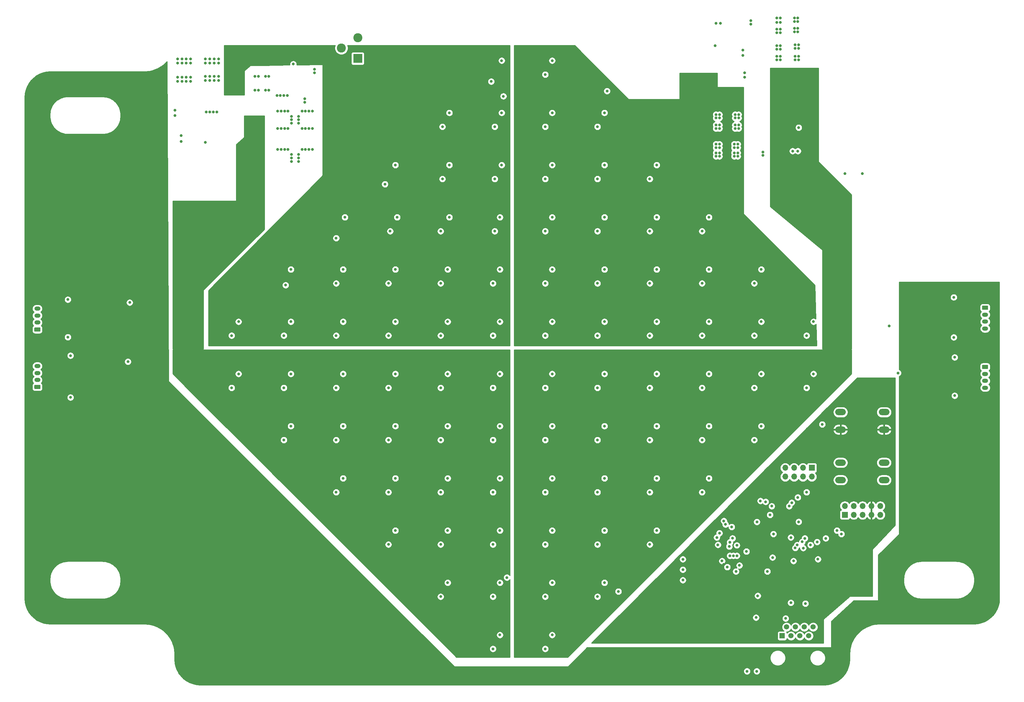
<source format=gbr>
G04 #@! TF.GenerationSoftware,KiCad,Pcbnew,(5.1.4)-1*
G04 #@! TF.CreationDate,2020-09-06T22:03:16+01:00*
G04 #@! TF.ProjectId,led-board,6c65642d-626f-4617-9264-2e6b69636164,rev?*
G04 #@! TF.SameCoordinates,Original*
G04 #@! TF.FileFunction,Copper,L3,Inr*
G04 #@! TF.FilePolarity,Positive*
%FSLAX46Y46*%
G04 Gerber Fmt 4.6, Leading zero omitted, Abs format (unit mm)*
G04 Created by KiCad (PCBNEW (5.1.4)-1) date 2020-09-06 22:03:16*
%MOMM*%
%LPD*%
G04 APERTURE LIST*
%ADD10C,2.600000*%
%ADD11R,2.600000X2.600000*%
%ADD12R,1.500000X1.500000*%
%ADD13C,1.500000*%
%ADD14O,1.750000X1.200000*%
%ADD15C,0.100000*%
%ADD16C,1.200000*%
%ADD17O,3.048000X1.850000*%
%ADD18R,1.700000X1.700000*%
%ADD19O,1.700000X1.700000*%
%ADD20C,0.800000*%
%ADD21C,0.254000*%
G04 APERTURE END LIST*
D10*
X163500000Y-58900000D03*
X168200000Y-55900000D03*
D11*
X168200000Y-61900000D03*
D12*
X290000000Y-227750000D03*
D13*
X291270000Y-225210000D03*
X292540000Y-227750000D03*
X293810000Y-225210000D03*
X295080000Y-227750000D03*
X296350000Y-225210000D03*
X297620000Y-227750000D03*
X298890000Y-225210000D03*
D14*
X348250000Y-156500000D03*
X348250000Y-154500000D03*
X348250000Y-152500000D03*
D15*
G36*
X348899505Y-149901204D02*
G01*
X348923773Y-149904804D01*
X348947572Y-149910765D01*
X348970671Y-149919030D01*
X348992850Y-149929520D01*
X349013893Y-149942132D01*
X349033599Y-149956747D01*
X349051777Y-149973223D01*
X349068253Y-149991401D01*
X349082868Y-150011107D01*
X349095480Y-150032150D01*
X349105970Y-150054329D01*
X349114235Y-150077428D01*
X349120196Y-150101227D01*
X349123796Y-150125495D01*
X349125000Y-150149999D01*
X349125000Y-150850001D01*
X349123796Y-150874505D01*
X349120196Y-150898773D01*
X349114235Y-150922572D01*
X349105970Y-150945671D01*
X349095480Y-150967850D01*
X349082868Y-150988893D01*
X349068253Y-151008599D01*
X349051777Y-151026777D01*
X349033599Y-151043253D01*
X349013893Y-151057868D01*
X348992850Y-151070480D01*
X348970671Y-151080970D01*
X348947572Y-151089235D01*
X348923773Y-151095196D01*
X348899505Y-151098796D01*
X348875001Y-151100000D01*
X347624999Y-151100000D01*
X347600495Y-151098796D01*
X347576227Y-151095196D01*
X347552428Y-151089235D01*
X347529329Y-151080970D01*
X347507150Y-151070480D01*
X347486107Y-151057868D01*
X347466401Y-151043253D01*
X347448223Y-151026777D01*
X347431747Y-151008599D01*
X347417132Y-150988893D01*
X347404520Y-150967850D01*
X347394030Y-150945671D01*
X347385765Y-150922572D01*
X347379804Y-150898773D01*
X347376204Y-150874505D01*
X347375000Y-150850001D01*
X347375000Y-150149999D01*
X347376204Y-150125495D01*
X347379804Y-150101227D01*
X347385765Y-150077428D01*
X347394030Y-150054329D01*
X347404520Y-150032150D01*
X347417132Y-150011107D01*
X347431747Y-149991401D01*
X347448223Y-149973223D01*
X347466401Y-149956747D01*
X347486107Y-149942132D01*
X347507150Y-149929520D01*
X347529329Y-149919030D01*
X347552428Y-149910765D01*
X347576227Y-149904804D01*
X347600495Y-149901204D01*
X347624999Y-149900000D01*
X348875001Y-149900000D01*
X348899505Y-149901204D01*
X348899505Y-149901204D01*
G37*
D16*
X348250000Y-150500000D03*
D15*
G36*
X348899505Y-132901204D02*
G01*
X348923773Y-132904804D01*
X348947572Y-132910765D01*
X348970671Y-132919030D01*
X348992850Y-132929520D01*
X349013893Y-132942132D01*
X349033599Y-132956747D01*
X349051777Y-132973223D01*
X349068253Y-132991401D01*
X349082868Y-133011107D01*
X349095480Y-133032150D01*
X349105970Y-133054329D01*
X349114235Y-133077428D01*
X349120196Y-133101227D01*
X349123796Y-133125495D01*
X349125000Y-133149999D01*
X349125000Y-133850001D01*
X349123796Y-133874505D01*
X349120196Y-133898773D01*
X349114235Y-133922572D01*
X349105970Y-133945671D01*
X349095480Y-133967850D01*
X349082868Y-133988893D01*
X349068253Y-134008599D01*
X349051777Y-134026777D01*
X349033599Y-134043253D01*
X349013893Y-134057868D01*
X348992850Y-134070480D01*
X348970671Y-134080970D01*
X348947572Y-134089235D01*
X348923773Y-134095196D01*
X348899505Y-134098796D01*
X348875001Y-134100000D01*
X347624999Y-134100000D01*
X347600495Y-134098796D01*
X347576227Y-134095196D01*
X347552428Y-134089235D01*
X347529329Y-134080970D01*
X347507150Y-134070480D01*
X347486107Y-134057868D01*
X347466401Y-134043253D01*
X347448223Y-134026777D01*
X347431747Y-134008599D01*
X347417132Y-133988893D01*
X347404520Y-133967850D01*
X347394030Y-133945671D01*
X347385765Y-133922572D01*
X347379804Y-133898773D01*
X347376204Y-133874505D01*
X347375000Y-133850001D01*
X347375000Y-133149999D01*
X347376204Y-133125495D01*
X347379804Y-133101227D01*
X347385765Y-133077428D01*
X347394030Y-133054329D01*
X347404520Y-133032150D01*
X347417132Y-133011107D01*
X347431747Y-132991401D01*
X347448223Y-132973223D01*
X347466401Y-132956747D01*
X347486107Y-132942132D01*
X347507150Y-132929520D01*
X347529329Y-132919030D01*
X347552428Y-132910765D01*
X347576227Y-132904804D01*
X347600495Y-132901204D01*
X347624999Y-132900000D01*
X348875001Y-132900000D01*
X348899505Y-132901204D01*
X348899505Y-132901204D01*
G37*
D16*
X348250000Y-133500000D03*
D14*
X348250000Y-135500000D03*
X348250000Y-137500000D03*
X348250000Y-139500000D03*
D15*
G36*
X76899505Y-155651204D02*
G01*
X76923773Y-155654804D01*
X76947572Y-155660765D01*
X76970671Y-155669030D01*
X76992850Y-155679520D01*
X77013893Y-155692132D01*
X77033599Y-155706747D01*
X77051777Y-155723223D01*
X77068253Y-155741401D01*
X77082868Y-155761107D01*
X77095480Y-155782150D01*
X77105970Y-155804329D01*
X77114235Y-155827428D01*
X77120196Y-155851227D01*
X77123796Y-155875495D01*
X77125000Y-155899999D01*
X77125000Y-156600001D01*
X77123796Y-156624505D01*
X77120196Y-156648773D01*
X77114235Y-156672572D01*
X77105970Y-156695671D01*
X77095480Y-156717850D01*
X77082868Y-156738893D01*
X77068253Y-156758599D01*
X77051777Y-156776777D01*
X77033599Y-156793253D01*
X77013893Y-156807868D01*
X76992850Y-156820480D01*
X76970671Y-156830970D01*
X76947572Y-156839235D01*
X76923773Y-156845196D01*
X76899505Y-156848796D01*
X76875001Y-156850000D01*
X75624999Y-156850000D01*
X75600495Y-156848796D01*
X75576227Y-156845196D01*
X75552428Y-156839235D01*
X75529329Y-156830970D01*
X75507150Y-156820480D01*
X75486107Y-156807868D01*
X75466401Y-156793253D01*
X75448223Y-156776777D01*
X75431747Y-156758599D01*
X75417132Y-156738893D01*
X75404520Y-156717850D01*
X75394030Y-156695671D01*
X75385765Y-156672572D01*
X75379804Y-156648773D01*
X75376204Y-156624505D01*
X75375000Y-156600001D01*
X75375000Y-155899999D01*
X75376204Y-155875495D01*
X75379804Y-155851227D01*
X75385765Y-155827428D01*
X75394030Y-155804329D01*
X75404520Y-155782150D01*
X75417132Y-155761107D01*
X75431747Y-155741401D01*
X75448223Y-155723223D01*
X75466401Y-155706747D01*
X75486107Y-155692132D01*
X75507150Y-155679520D01*
X75529329Y-155669030D01*
X75552428Y-155660765D01*
X75576227Y-155654804D01*
X75600495Y-155651204D01*
X75624999Y-155650000D01*
X76875001Y-155650000D01*
X76899505Y-155651204D01*
X76899505Y-155651204D01*
G37*
D16*
X76250000Y-156250000D03*
D14*
X76250000Y-154250000D03*
X76250000Y-152250000D03*
X76250000Y-150250000D03*
X76250000Y-133750000D03*
X76250000Y-135750000D03*
X76250000Y-137750000D03*
D15*
G36*
X76899505Y-139151204D02*
G01*
X76923773Y-139154804D01*
X76947572Y-139160765D01*
X76970671Y-139169030D01*
X76992850Y-139179520D01*
X77013893Y-139192132D01*
X77033599Y-139206747D01*
X77051777Y-139223223D01*
X77068253Y-139241401D01*
X77082868Y-139261107D01*
X77095480Y-139282150D01*
X77105970Y-139304329D01*
X77114235Y-139327428D01*
X77120196Y-139351227D01*
X77123796Y-139375495D01*
X77125000Y-139399999D01*
X77125000Y-140100001D01*
X77123796Y-140124505D01*
X77120196Y-140148773D01*
X77114235Y-140172572D01*
X77105970Y-140195671D01*
X77095480Y-140217850D01*
X77082868Y-140238893D01*
X77068253Y-140258599D01*
X77051777Y-140276777D01*
X77033599Y-140293253D01*
X77013893Y-140307868D01*
X76992850Y-140320480D01*
X76970671Y-140330970D01*
X76947572Y-140339235D01*
X76923773Y-140345196D01*
X76899505Y-140348796D01*
X76875001Y-140350000D01*
X75624999Y-140350000D01*
X75600495Y-140348796D01*
X75576227Y-140345196D01*
X75552428Y-140339235D01*
X75529329Y-140330970D01*
X75507150Y-140320480D01*
X75486107Y-140307868D01*
X75466401Y-140293253D01*
X75448223Y-140276777D01*
X75431747Y-140258599D01*
X75417132Y-140238893D01*
X75404520Y-140217850D01*
X75394030Y-140195671D01*
X75385765Y-140172572D01*
X75379804Y-140148773D01*
X75376204Y-140124505D01*
X75375000Y-140100001D01*
X75375000Y-139399999D01*
X75376204Y-139375495D01*
X75379804Y-139351227D01*
X75385765Y-139327428D01*
X75394030Y-139304329D01*
X75404520Y-139282150D01*
X75417132Y-139261107D01*
X75431747Y-139241401D01*
X75448223Y-139223223D01*
X75466401Y-139206747D01*
X75486107Y-139192132D01*
X75507150Y-139179520D01*
X75529329Y-139169030D01*
X75552428Y-139160765D01*
X75576227Y-139154804D01*
X75600495Y-139151204D01*
X75624999Y-139150000D01*
X76875001Y-139150000D01*
X76899505Y-139151204D01*
X76899505Y-139151204D01*
G37*
D16*
X76250000Y-139750000D03*
D17*
X306750000Y-183000000D03*
X306750000Y-178000000D03*
X319250000Y-183000000D03*
X319250000Y-178000000D03*
X319250000Y-163500000D03*
X319250000Y-168500000D03*
X306750000Y-163500000D03*
X306750000Y-168500000D03*
D18*
X298500000Y-179500000D03*
D19*
X298500000Y-182040000D03*
X295960000Y-179500000D03*
X295960000Y-182040000D03*
X293420000Y-179500000D03*
X293420000Y-182040000D03*
X290880000Y-179500000D03*
X290880000Y-182040000D03*
D18*
X308000000Y-193000000D03*
D19*
X308000000Y-190460000D03*
X310540000Y-193000000D03*
X310540000Y-190460000D03*
X313080000Y-193000000D03*
X313080000Y-190460000D03*
X315620000Y-193000000D03*
X315620000Y-190460000D03*
X318160000Y-193000000D03*
X318160000Y-190460000D03*
D20*
X291000000Y-222750000D03*
X283000000Y-216250000D03*
X292500000Y-218250000D03*
X296663909Y-218479708D03*
X339250000Y-130500000D03*
X339250000Y-142000000D03*
X85750000Y-147250000D03*
X85750000Y-159250000D03*
X85000000Y-141950000D03*
X85000000Y-131150000D03*
X279912500Y-237937500D03*
X282712500Y-237937500D03*
X339500000Y-147750000D03*
X339500000Y-158750000D03*
X292500000Y-199500000D03*
X282500000Y-222500000D03*
X313000000Y-95000000D03*
X301500000Y-167000000D03*
X272750000Y-206250000D03*
X287500000Y-198500000D03*
X261500000Y-205750000D03*
X261500000Y-208750000D03*
X261500000Y-211750000D03*
X273250000Y-194750000D03*
X282750000Y-195024990D03*
X305750000Y-197500000D03*
X294750000Y-195000000D03*
X307000000Y-198500000D03*
X279750000Y-203525000D03*
X282000000Y-212750000D03*
X280750000Y-219750000D03*
X280000000Y-220500000D03*
X273250000Y-207250000D03*
X300817223Y-218505901D03*
X287500000Y-197000000D03*
X194500000Y-77500000D03*
X207500000Y-81500000D03*
X209500000Y-62500000D03*
X209500000Y-77500000D03*
X192500000Y-81500000D03*
X194500000Y-92500000D03*
X209500000Y-92500000D03*
X207500000Y-96500000D03*
X192500000Y-96500000D03*
X179000000Y-92500000D03*
X176000000Y-98000000D03*
X206500000Y-68500000D03*
X207500000Y-111500000D03*
X209000000Y-107500000D03*
X194500000Y-107500000D03*
X179500000Y-107500000D03*
X177500000Y-111500000D03*
X164500000Y-107500000D03*
X162000000Y-113500000D03*
X209000000Y-122500000D03*
X207000000Y-126500000D03*
X194000000Y-122500000D03*
X192000000Y-126500000D03*
X177000000Y-126500000D03*
X179000000Y-122500000D03*
X164000000Y-122500000D03*
X149000000Y-122500000D03*
X147500000Y-127000000D03*
X162000000Y-126500000D03*
X209000000Y-137500000D03*
X207000000Y-141500000D03*
X194000000Y-137500000D03*
X192000000Y-141500000D03*
X179000000Y-137500000D03*
X177000000Y-141500000D03*
X164000000Y-137500000D03*
X162000000Y-141500000D03*
X147000000Y-141500000D03*
X149000000Y-137500000D03*
X134000000Y-137500000D03*
X132000000Y-141500000D03*
X192000000Y-111500000D03*
X222000000Y-66500000D03*
X224000000Y-62500000D03*
X237000000Y-81500000D03*
X239000000Y-77500000D03*
X222000000Y-81500000D03*
X224000000Y-77500000D03*
X254000000Y-92500000D03*
X252000000Y-96500000D03*
X237000000Y-96500000D03*
X239000000Y-92500000D03*
X222000000Y-96500000D03*
X224000000Y-92500000D03*
X254000000Y-107500000D03*
X252000000Y-111500000D03*
X267000000Y-111500000D03*
X269000000Y-107500000D03*
X239000000Y-107500000D03*
X237000000Y-111500000D03*
X224000000Y-107500000D03*
X222000000Y-111500000D03*
X284000000Y-122500000D03*
X282000000Y-126500000D03*
X267000000Y-126500000D03*
X269000000Y-122500000D03*
X252000000Y-126500000D03*
X254000000Y-122500000D03*
X237000000Y-126500000D03*
X239000000Y-122500000D03*
X222000000Y-126500000D03*
X224000000Y-122500000D03*
X297000000Y-141500000D03*
X299000000Y-137500000D03*
X282000000Y-141500000D03*
X284000000Y-137500000D03*
X267000000Y-141500000D03*
X269000000Y-137500000D03*
X252000000Y-141500000D03*
X254000000Y-137500000D03*
X237000000Y-141500000D03*
X239000000Y-137500000D03*
X222000000Y-141500000D03*
X224000000Y-137500000D03*
X224000000Y-152500000D03*
X222000000Y-156500000D03*
X237000000Y-156500000D03*
X239000000Y-152500000D03*
X252000000Y-156500000D03*
X254000000Y-152500000D03*
X267000000Y-156500000D03*
X269000000Y-152500000D03*
X282000000Y-156500000D03*
X284000000Y-152500000D03*
X297000000Y-156500000D03*
X299000000Y-152500000D03*
X284000000Y-167500000D03*
X269000000Y-167500000D03*
X254000000Y-167500000D03*
X282000000Y-171500000D03*
X267000000Y-171500000D03*
X252000000Y-171500000D03*
X237000000Y-171500000D03*
X239000000Y-167500000D03*
X222000000Y-171500000D03*
X224000000Y-167500000D03*
X224000000Y-182500000D03*
X222000000Y-186500000D03*
X237000000Y-186500000D03*
X239000000Y-182500000D03*
X252000000Y-186500000D03*
X254000000Y-182500000D03*
X267000000Y-186500000D03*
X269000000Y-182500000D03*
X254000000Y-197500000D03*
X252000000Y-201500000D03*
X239000000Y-197500000D03*
X237000000Y-201500000D03*
X239000000Y-212500000D03*
X237000000Y-216500000D03*
X222000000Y-216500000D03*
X224000000Y-212500000D03*
X224000000Y-227500000D03*
X222000000Y-231500000D03*
X209000000Y-152500000D03*
X207000000Y-156500000D03*
X194000000Y-152500000D03*
X192000000Y-156500000D03*
X179000000Y-152500000D03*
X177000000Y-156500000D03*
X164000000Y-152500000D03*
X162000000Y-156500000D03*
X149000000Y-152500000D03*
X147000000Y-156500000D03*
X134000000Y-152500000D03*
X132000000Y-156500000D03*
X209000000Y-167500000D03*
X207000000Y-171500000D03*
X194000000Y-167500000D03*
X192000000Y-171500000D03*
X179000000Y-167500000D03*
X177000000Y-171500000D03*
X164000000Y-167500000D03*
X162000000Y-171500000D03*
X149000000Y-167500000D03*
X147000000Y-171500000D03*
X164000000Y-182500000D03*
X162000000Y-186500000D03*
X177000000Y-186500000D03*
X179000000Y-182500000D03*
X192000000Y-186500000D03*
X194000000Y-182500000D03*
X207000000Y-186500000D03*
X209000000Y-182500000D03*
X209000000Y-197500000D03*
X207000000Y-201500000D03*
X194000000Y-197500000D03*
X192000000Y-201500000D03*
X179000000Y-197500000D03*
X177000000Y-201500000D03*
X192000000Y-216500000D03*
X194000000Y-212500000D03*
X207000000Y-216500000D03*
X209000000Y-212500000D03*
X207000000Y-231500000D03*
X209000000Y-227500000D03*
X224000000Y-197500000D03*
X222000000Y-201500000D03*
X149200000Y-91500000D03*
X149200000Y-90500000D03*
X149200000Y-89500000D03*
X148200000Y-88000000D03*
X147200000Y-88000000D03*
X146200000Y-88000000D03*
X145200000Y-88000000D03*
X149200000Y-78500000D03*
X149200000Y-79500000D03*
X149200000Y-80500000D03*
X148200000Y-82000000D03*
X147200000Y-82000000D03*
X146200000Y-82000000D03*
X145200000Y-82000000D03*
X148200000Y-77000000D03*
X147200000Y-77000000D03*
X146200000Y-77000000D03*
X145200000Y-77000000D03*
X149700000Y-63500000D03*
X142700000Y-71000000D03*
X141700000Y-71000000D03*
X139700000Y-71000000D03*
X138700000Y-71000000D03*
X142700000Y-67000000D03*
X141700000Y-67000000D03*
X139700000Y-67000000D03*
X138700000Y-67000000D03*
X124500000Y-86025000D03*
X128250000Y-62000000D03*
X127000000Y-62000000D03*
X125750000Y-62000000D03*
X124500000Y-62000000D03*
X124500000Y-63250000D03*
X125750000Y-63250000D03*
X127000000Y-63250000D03*
X128250000Y-63250000D03*
X124500000Y-68250000D03*
X125750000Y-68250000D03*
X127000000Y-68250000D03*
X128250000Y-68250000D03*
X128250000Y-67000000D03*
X127000000Y-67000000D03*
X125750000Y-67000000D03*
X124500000Y-67000000D03*
X124750000Y-77250000D03*
X125750000Y-77250000D03*
X126750000Y-77250000D03*
X127750000Y-77250000D03*
X145000000Y-72500000D03*
X146000000Y-72500000D03*
X147000000Y-72500000D03*
X148000000Y-72500000D03*
X270750000Y-58250000D03*
X288500000Y-58250000D03*
X289500000Y-58250000D03*
X288500000Y-59250000D03*
X289500000Y-59250000D03*
X288500000Y-61250000D03*
X289500000Y-61250000D03*
X288500000Y-62250000D03*
X289500000Y-62250000D03*
X294750000Y-58000000D03*
X293750000Y-58000000D03*
X294750000Y-59000000D03*
X293750000Y-59000000D03*
X294750000Y-61250000D03*
X293750000Y-61250000D03*
X294750000Y-62250000D03*
X293750000Y-62250000D03*
X278750000Y-61000000D03*
X278750000Y-59500000D03*
X279250000Y-67250000D03*
X279250000Y-66000000D03*
X294750000Y-81750000D03*
X271000000Y-78000000D03*
X271000000Y-79000000D03*
X272000000Y-78000000D03*
X272000000Y-79000000D03*
X271000000Y-81000000D03*
X272000000Y-81000000D03*
X271000000Y-82000000D03*
X272000000Y-82000000D03*
X277500000Y-78000000D03*
X276500000Y-78000000D03*
X277500000Y-79000000D03*
X276500000Y-79000000D03*
X277500000Y-81000000D03*
X276500000Y-81000000D03*
X277500000Y-82000000D03*
X276500000Y-82000000D03*
X308000000Y-95000000D03*
X200500000Y-77500000D03*
X202500000Y-81500000D03*
X200500000Y-62500000D03*
X185500000Y-77500000D03*
X190500000Y-83500000D03*
X201000000Y-92500000D03*
X202500000Y-96500000D03*
X187500000Y-96500000D03*
X186000000Y-92500000D03*
X170500000Y-92500000D03*
X174500000Y-98000000D03*
X203000000Y-66500000D03*
X202500000Y-111500000D03*
X200500000Y-107500000D03*
X185500000Y-107500000D03*
X170500000Y-107500000D03*
X172500000Y-111500000D03*
X155500000Y-107500000D03*
X160000000Y-113500000D03*
X201000000Y-122500000D03*
X203000000Y-126500000D03*
X186000000Y-122500000D03*
X188000000Y-126500000D03*
X173000000Y-126500000D03*
X171000000Y-122500000D03*
X156000000Y-122500000D03*
X141000000Y-122500000D03*
X145000000Y-128500000D03*
X157500000Y-126500000D03*
X201000000Y-137500000D03*
X203000000Y-141500000D03*
X186000000Y-137500000D03*
X188000000Y-141500000D03*
X171000000Y-137500000D03*
X173000000Y-141500000D03*
X156000000Y-137500000D03*
X158000000Y-141500000D03*
X143000000Y-141500000D03*
X141000000Y-137500000D03*
X128000000Y-141500000D03*
X126000000Y-137500000D03*
X188000000Y-111500000D03*
X134200000Y-71500000D03*
X133200000Y-71500000D03*
X132200000Y-71500000D03*
X131200000Y-71500000D03*
X140200000Y-59000000D03*
X140200000Y-60000000D03*
X140200000Y-62000000D03*
X140200000Y-63000000D03*
X203000000Y-156500000D03*
X201000000Y-152500000D03*
X188000000Y-156500000D03*
X186000000Y-152500000D03*
X173000000Y-156500000D03*
X171000000Y-152500000D03*
X158000000Y-156500000D03*
X156000000Y-152500000D03*
X143000000Y-156500000D03*
X141000000Y-152500000D03*
X126000000Y-152500000D03*
X128000000Y-156500000D03*
X203000000Y-171500000D03*
X201000000Y-167500000D03*
X188000000Y-171500000D03*
X186000000Y-167500000D03*
X173000000Y-171500000D03*
X171000000Y-167500000D03*
X158000000Y-171500000D03*
X156000000Y-167500000D03*
X143000000Y-171500000D03*
X141000000Y-167500000D03*
X156000000Y-182500000D03*
X158000000Y-186500000D03*
X171000000Y-182500000D03*
X173000000Y-186500000D03*
X186000000Y-182500000D03*
X188000000Y-186500000D03*
X201000000Y-182500000D03*
X203000000Y-186500000D03*
X201000000Y-197500000D03*
X203000000Y-201500000D03*
X188000000Y-201500000D03*
X186000000Y-197500000D03*
X173000000Y-201500000D03*
X171000000Y-197500000D03*
X186000000Y-212500000D03*
X188000000Y-216500000D03*
X201000000Y-212500000D03*
X203000000Y-216500000D03*
X201000000Y-227500000D03*
X203000000Y-231500000D03*
X135500000Y-86000000D03*
X136500000Y-86000000D03*
X137750000Y-86000000D03*
X138750000Y-86000000D03*
X136750000Y-82750000D03*
X137750000Y-82750000D03*
X139250000Y-82750000D03*
X140250000Y-82750000D03*
X218000000Y-66500000D03*
X216000000Y-62500000D03*
X231000000Y-77500000D03*
X233000000Y-81500000D03*
X216000000Y-77500000D03*
X218000000Y-81500000D03*
X246000000Y-92500000D03*
X248000000Y-96500000D03*
X231000000Y-92500000D03*
X233000000Y-96500000D03*
X216000000Y-92500000D03*
X218000000Y-96500000D03*
X246000000Y-107500000D03*
X248000000Y-111500000D03*
X263000000Y-111500000D03*
X261000000Y-107500000D03*
X231000000Y-107500000D03*
X233000000Y-111500000D03*
X216000000Y-107500000D03*
X218000000Y-111500000D03*
X276000000Y-122500000D03*
X278000000Y-126500000D03*
X261000000Y-122500000D03*
X263000000Y-126500000D03*
X246000000Y-122500000D03*
X248000000Y-126500000D03*
X231000000Y-122500000D03*
X233000000Y-126500000D03*
X216000000Y-122500000D03*
X218000000Y-126500000D03*
X291000000Y-137500000D03*
X293000000Y-141500000D03*
X276000000Y-137500000D03*
X278000000Y-141500000D03*
X261000000Y-137500000D03*
X263000000Y-141500000D03*
X246000000Y-137500000D03*
X248000000Y-141500000D03*
X231000000Y-137500000D03*
X233000000Y-141500000D03*
X216000000Y-137500000D03*
X218000000Y-141500000D03*
X274500000Y-70750000D03*
X274500000Y-71750000D03*
X274500000Y-73750000D03*
X274500000Y-75000000D03*
X270500000Y-70750000D03*
X270500000Y-71750000D03*
X266500000Y-73750000D03*
X269000000Y-73750000D03*
X216000000Y-152500000D03*
X218000000Y-156500000D03*
X233000000Y-156500000D03*
X231000000Y-152500000D03*
X248000000Y-156500000D03*
X246000000Y-152500000D03*
X261000000Y-152500000D03*
X263000000Y-156500000D03*
X276000000Y-152500000D03*
X278000000Y-156500000D03*
X291000000Y-152500000D03*
X293000000Y-156500000D03*
X276000000Y-167500000D03*
X261000000Y-167500000D03*
X278000000Y-171500000D03*
X263000000Y-171500000D03*
X246000000Y-167500000D03*
X248000000Y-171500000D03*
X231000000Y-167500000D03*
X233000000Y-171500000D03*
X216000000Y-167500000D03*
X218000000Y-171500000D03*
X218000000Y-186500000D03*
X216000000Y-182500000D03*
X231000000Y-182500000D03*
X233000000Y-186500000D03*
X246000000Y-182500000D03*
X248000000Y-186500000D03*
X261000000Y-182500000D03*
X263000000Y-186500000D03*
X248000000Y-201500000D03*
X246000000Y-197500000D03*
X231000000Y-197500000D03*
X233000000Y-201500000D03*
X231000000Y-212500000D03*
X233000000Y-216500000D03*
X216000000Y-212500000D03*
X218000000Y-216500000D03*
X216000000Y-227500000D03*
X218000000Y-231500000D03*
X216000000Y-197500000D03*
X218000000Y-201500000D03*
X291250000Y-65000000D03*
X291250000Y-66000000D03*
X291250000Y-67750000D03*
X291250000Y-69000000D03*
X296250000Y-67000000D03*
X297250000Y-67000000D03*
X298500000Y-67000000D03*
X299500000Y-67000000D03*
X329750000Y-140000000D03*
X95000000Y-149500000D03*
X94200000Y-133350000D03*
X284100000Y-234350000D03*
X284100000Y-235350000D03*
X330000000Y-156500000D03*
X268000000Y-236500000D03*
X271750000Y-233000000D03*
X277000000Y-201750000D03*
X155200000Y-82000000D03*
X154200000Y-82000000D03*
X153200000Y-82000000D03*
X152200000Y-82000000D03*
X151200000Y-80500000D03*
X151200000Y-78500000D03*
X151200000Y-79500000D03*
X152200000Y-77000000D03*
X153200000Y-77000000D03*
X154200000Y-77000000D03*
X155200000Y-77000000D03*
X155200000Y-88000000D03*
X154200000Y-88000000D03*
X153200000Y-88000000D03*
X152200000Y-88000000D03*
X151200000Y-89500000D03*
X151200000Y-90500000D03*
X151200000Y-91500000D03*
X116500000Y-62000000D03*
X117750000Y-62000000D03*
X119000000Y-62000000D03*
X120250000Y-62000000D03*
X116500000Y-68500000D03*
X117750000Y-68500000D03*
X119000000Y-68500000D03*
X120250000Y-68500000D03*
X116500000Y-67250000D03*
X117750000Y-67250000D03*
X119000000Y-67250000D03*
X120250000Y-67250000D03*
X116500000Y-63250000D03*
X117750000Y-63250000D03*
X119000000Y-63250000D03*
X120250000Y-63250000D03*
X115750000Y-78250000D03*
X115750000Y-76750000D03*
X117500000Y-85750000D03*
X117500000Y-84000000D03*
X155750000Y-65000000D03*
X155750000Y-66000000D03*
X153000000Y-74500000D03*
X153000000Y-73500000D03*
X288500000Y-54500000D03*
X288500000Y-51500000D03*
X288500000Y-50250000D03*
X288500000Y-53500000D03*
X294500000Y-50250000D03*
X294500000Y-51250000D03*
X294500000Y-53250000D03*
X294500000Y-54250000D03*
X281000000Y-51000000D03*
X281000000Y-52000000D03*
X271000000Y-51750000D03*
X272250000Y-51750000D03*
X289500000Y-54500000D03*
X289500000Y-53500000D03*
X289500000Y-51500000D03*
X289500000Y-50250000D03*
X293500000Y-50250000D03*
X293500000Y-51250000D03*
X293500000Y-53250000D03*
X293500000Y-54250000D03*
X284500000Y-88750000D03*
X284500000Y-89750000D03*
X293000000Y-88500000D03*
X294500000Y-88500000D03*
X277250000Y-87500000D03*
X277250000Y-86500000D03*
X276250000Y-86500000D03*
X276250000Y-87500000D03*
X276250000Y-89000000D03*
X277250000Y-89000000D03*
X276250000Y-90000000D03*
X277250000Y-90000000D03*
X271000000Y-86500000D03*
X272000000Y-86500000D03*
X271000000Y-87500000D03*
X272000000Y-87500000D03*
X271000000Y-89000000D03*
X272000000Y-89000000D03*
X271000000Y-90000000D03*
X272000000Y-90000000D03*
X210000000Y-72750000D03*
X283750000Y-189000000D03*
X286500000Y-193000000D03*
X211000000Y-211000000D03*
X285250000Y-189250000D03*
X239750000Y-71250000D03*
X287000000Y-190500000D03*
X243000000Y-215000000D03*
X296500000Y-199750000D03*
X302500000Y-199750000D03*
X275000000Y-204750000D03*
X274250000Y-208000000D03*
X300262653Y-205737347D03*
X277000000Y-204750000D03*
X276750000Y-209250000D03*
X276000000Y-204750000D03*
X320750000Y-138750000D03*
X273750000Y-195750000D03*
X275525305Y-196475000D03*
X323250000Y-152250000D03*
X271250000Y-199500000D03*
X102750000Y-132000000D03*
X102250000Y-149000000D03*
X272000000Y-198250000D03*
X296043537Y-202543537D03*
X293750000Y-202500000D03*
X298137653Y-201637653D03*
X294304701Y-201667948D03*
X300025306Y-200775306D03*
X295750000Y-200750000D03*
X271557364Y-201612205D03*
X292000000Y-190500000D03*
X275750000Y-199735111D03*
X292750000Y-189500000D03*
X275016277Y-200860110D03*
X294487347Y-187987347D03*
X274825846Y-202075846D03*
X297000000Y-186500000D03*
X285750000Y-209250000D03*
X277750000Y-207524990D03*
X287250000Y-205250000D03*
X293250000Y-206250000D03*
D21*
G36*
X113873001Y-154549562D02*
G01*
X113875557Y-154574327D01*
X113882896Y-154598117D01*
X113894734Y-154620019D01*
X113910224Y-154638798D01*
X195910224Y-236589829D01*
X195929474Y-236605618D01*
X195951434Y-236617347D01*
X195975261Y-236624567D01*
X196000000Y-236627000D01*
X228500000Y-236627000D01*
X228524776Y-236624560D01*
X228548601Y-236617333D01*
X228570557Y-236605597D01*
X228589803Y-236589803D01*
X231299734Y-233879872D01*
X286495000Y-233879872D01*
X286495000Y-234320128D01*
X286580890Y-234751925D01*
X286749369Y-235158669D01*
X286993962Y-235524729D01*
X287305271Y-235836038D01*
X287671331Y-236080631D01*
X288078075Y-236249110D01*
X288509872Y-236335000D01*
X288950128Y-236335000D01*
X289381925Y-236249110D01*
X289788669Y-236080631D01*
X290154729Y-235836038D01*
X290466038Y-235524729D01*
X290710631Y-235158669D01*
X290879110Y-234751925D01*
X290965000Y-234320128D01*
X290965000Y-233879872D01*
X297925000Y-233879872D01*
X297925000Y-234320128D01*
X298010890Y-234751925D01*
X298179369Y-235158669D01*
X298423962Y-235524729D01*
X298735271Y-235836038D01*
X299101331Y-236080631D01*
X299508075Y-236249110D01*
X299939872Y-236335000D01*
X300380128Y-236335000D01*
X300811925Y-236249110D01*
X301218669Y-236080631D01*
X301584729Y-235836038D01*
X301896038Y-235524729D01*
X302140631Y-235158669D01*
X302309110Y-234751925D01*
X302395000Y-234320128D01*
X302395000Y-233879872D01*
X302309110Y-233448075D01*
X302140631Y-233041331D01*
X301896038Y-232675271D01*
X301584729Y-232363962D01*
X301218669Y-232119369D01*
X300811925Y-231950890D01*
X300380128Y-231865000D01*
X299939872Y-231865000D01*
X299508075Y-231950890D01*
X299101331Y-232119369D01*
X298735271Y-232363962D01*
X298423962Y-232675271D01*
X298179369Y-233041331D01*
X298010890Y-233448075D01*
X297925000Y-233879872D01*
X290965000Y-233879872D01*
X290879110Y-233448075D01*
X290710631Y-233041331D01*
X290466038Y-232675271D01*
X290154729Y-232363962D01*
X289788669Y-232119369D01*
X289381925Y-231950890D01*
X288950128Y-231865000D01*
X288509872Y-231865000D01*
X288078075Y-231950890D01*
X287671331Y-232119369D01*
X287305271Y-232363962D01*
X286993962Y-232675271D01*
X286749369Y-233041331D01*
X286580890Y-233448075D01*
X286495000Y-233879872D01*
X231299734Y-233879872D01*
X234052606Y-231127000D01*
X304000000Y-231127000D01*
X304024776Y-231124560D01*
X304048601Y-231117333D01*
X304070557Y-231105597D01*
X304089803Y-231089803D01*
X304105597Y-231070557D01*
X304117333Y-231048601D01*
X304124560Y-231024776D01*
X304127000Y-231000000D01*
X304127000Y-223555605D01*
X310549655Y-217627000D01*
X317500000Y-217627000D01*
X317524776Y-217624560D01*
X317548601Y-217617333D01*
X317570557Y-217605597D01*
X317589803Y-217589803D01*
X317605597Y-217570557D01*
X317617333Y-217548601D01*
X317624560Y-217524776D01*
X317627000Y-217500000D01*
X317627000Y-211467582D01*
X324840000Y-211467582D01*
X324840000Y-212032419D01*
X324840792Y-212040457D01*
X324845569Y-212235948D01*
X324846431Y-212243123D01*
X324846078Y-212250339D01*
X324852202Y-212314529D01*
X324974859Y-213160477D01*
X324982096Y-213190164D01*
X324986400Y-213220406D01*
X325004546Y-213282260D01*
X325004551Y-213282280D01*
X325004555Y-213282289D01*
X325284961Y-214089772D01*
X325297678Y-214117550D01*
X325307625Y-214146437D01*
X325337149Y-214203763D01*
X325765192Y-214943662D01*
X325782930Y-214968530D01*
X325798162Y-214995019D01*
X325837994Y-215045727D01*
X326398226Y-215691337D01*
X326420350Y-215712405D01*
X326440313Y-215735533D01*
X326489003Y-215777784D01*
X326489015Y-215777795D01*
X326489022Y-215777799D01*
X327161222Y-216305821D01*
X327186936Y-216322329D01*
X327210908Y-216341261D01*
X327266713Y-216373545D01*
X327266722Y-216373551D01*
X327266726Y-216373553D01*
X328026648Y-216764937D01*
X328055014Y-216776283D01*
X328082139Y-216790343D01*
X328143052Y-216811496D01*
X328963278Y-217052124D01*
X328993280Y-217057901D01*
X329022571Y-217066578D01*
X329086365Y-217075827D01*
X329086386Y-217075831D01*
X329086396Y-217075831D01*
X329936310Y-217156920D01*
X329967581Y-217160000D01*
X340032419Y-217160000D01*
X340040457Y-217159208D01*
X340235948Y-217154431D01*
X340243123Y-217153569D01*
X340250339Y-217153922D01*
X340314529Y-217147798D01*
X341160477Y-217025141D01*
X341190164Y-217017904D01*
X341220406Y-217013600D01*
X341282260Y-216995454D01*
X341282280Y-216995449D01*
X341282289Y-216995445D01*
X342089772Y-216715039D01*
X342117550Y-216702322D01*
X342146437Y-216692375D01*
X342203763Y-216662851D01*
X342943662Y-216234808D01*
X342968530Y-216217070D01*
X342995019Y-216201838D01*
X343045727Y-216162006D01*
X343691337Y-215601774D01*
X343712405Y-215579650D01*
X343735533Y-215559687D01*
X343777784Y-215510997D01*
X343777795Y-215510985D01*
X343777799Y-215510978D01*
X344305821Y-214838778D01*
X344322329Y-214813064D01*
X344341261Y-214789092D01*
X344373545Y-214733287D01*
X344373551Y-214733278D01*
X344373553Y-214733274D01*
X344764937Y-213973352D01*
X344776283Y-213944986D01*
X344790343Y-213917861D01*
X344811496Y-213856948D01*
X345052124Y-213036722D01*
X345057901Y-213006720D01*
X345066578Y-212977429D01*
X345075827Y-212913635D01*
X345075831Y-212913614D01*
X345075831Y-212913604D01*
X345156920Y-212063690D01*
X345160000Y-212032419D01*
X345160000Y-211467581D01*
X345159208Y-211459543D01*
X345154431Y-211264052D01*
X345153569Y-211256877D01*
X345153922Y-211249661D01*
X345147798Y-211185471D01*
X345025141Y-210339523D01*
X345017904Y-210309836D01*
X345013600Y-210279594D01*
X344995449Y-210217720D01*
X344715039Y-209410228D01*
X344702323Y-209382452D01*
X344692375Y-209353563D01*
X344662851Y-209296238D01*
X344662851Y-209296237D01*
X344662848Y-209296233D01*
X344234809Y-208556338D01*
X344217064Y-208531460D01*
X344201838Y-208504982D01*
X344162006Y-208454273D01*
X343601774Y-207808663D01*
X343579645Y-207787590D01*
X343559687Y-207764468D01*
X343510997Y-207722216D01*
X343510985Y-207722205D01*
X343510978Y-207722201D01*
X342838778Y-207194180D01*
X342813071Y-207177676D01*
X342789092Y-207158739D01*
X342733277Y-207126449D01*
X341973351Y-206735062D01*
X341944986Y-206723717D01*
X341917862Y-206709657D01*
X341856948Y-206688504D01*
X341036722Y-206447876D01*
X341006720Y-206442099D01*
X340977429Y-206433422D01*
X340913635Y-206424173D01*
X340913614Y-206424169D01*
X340913604Y-206424169D01*
X340063690Y-206343080D01*
X340032419Y-206340000D01*
X329967581Y-206340000D01*
X329959543Y-206340792D01*
X329764052Y-206345569D01*
X329756877Y-206346431D01*
X329749661Y-206346078D01*
X329685471Y-206352202D01*
X328839523Y-206474859D01*
X328809836Y-206482096D01*
X328779594Y-206486400D01*
X328717720Y-206504551D01*
X327910228Y-206784961D01*
X327882452Y-206797677D01*
X327853563Y-206807625D01*
X327796246Y-206837145D01*
X327796237Y-206837149D01*
X327796233Y-206837152D01*
X327056338Y-207265191D01*
X327031460Y-207282936D01*
X327004982Y-207298162D01*
X326954273Y-207337994D01*
X326308663Y-207898226D01*
X326287590Y-207920355D01*
X326264468Y-207940313D01*
X326222216Y-207989003D01*
X326222205Y-207989015D01*
X326222201Y-207989022D01*
X325694180Y-208661222D01*
X325677676Y-208686929D01*
X325658739Y-208710908D01*
X325626449Y-208766723D01*
X325235062Y-209526649D01*
X325223717Y-209555014D01*
X325209657Y-209582138D01*
X325188504Y-209643052D01*
X324947876Y-210463278D01*
X324942099Y-210493280D01*
X324933422Y-210522571D01*
X324924173Y-210586365D01*
X324924169Y-210586386D01*
X324924169Y-210586396D01*
X324843077Y-211436342D01*
X324840000Y-211467582D01*
X317627000Y-211467582D01*
X317627000Y-204552606D01*
X323589803Y-198589803D01*
X323605597Y-198570557D01*
X323617333Y-198548601D01*
X323624560Y-198524776D01*
X323627000Y-198500000D01*
X323627000Y-158648061D01*
X338465000Y-158648061D01*
X338465000Y-158851939D01*
X338504774Y-159051898D01*
X338582795Y-159240256D01*
X338696063Y-159409774D01*
X338840226Y-159553937D01*
X339009744Y-159667205D01*
X339198102Y-159745226D01*
X339398061Y-159785000D01*
X339601939Y-159785000D01*
X339801898Y-159745226D01*
X339990256Y-159667205D01*
X340159774Y-159553937D01*
X340303937Y-159409774D01*
X340417205Y-159240256D01*
X340495226Y-159051898D01*
X340535000Y-158851939D01*
X340535000Y-158648061D01*
X340495226Y-158448102D01*
X340417205Y-158259744D01*
X340303937Y-158090226D01*
X340159774Y-157946063D01*
X339990256Y-157832795D01*
X339801898Y-157754774D01*
X339601939Y-157715000D01*
X339398061Y-157715000D01*
X339198102Y-157754774D01*
X339009744Y-157832795D01*
X338840226Y-157946063D01*
X338696063Y-158090226D01*
X338582795Y-158259744D01*
X338504774Y-158448102D01*
X338465000Y-158648061D01*
X323627000Y-158648061D01*
X323627000Y-153214118D01*
X323740256Y-153167205D01*
X323909774Y-153053937D01*
X324053937Y-152909774D01*
X324167205Y-152740256D01*
X324245226Y-152551898D01*
X324255549Y-152500000D01*
X346734025Y-152500000D01*
X346757870Y-152742102D01*
X346828489Y-152974901D01*
X346943167Y-153189449D01*
X347097498Y-153377502D01*
X347246762Y-153500000D01*
X347097498Y-153622498D01*
X346943167Y-153810551D01*
X346828489Y-154025099D01*
X346757870Y-154257898D01*
X346734025Y-154500000D01*
X346757870Y-154742102D01*
X346828489Y-154974901D01*
X346943167Y-155189449D01*
X347097498Y-155377502D01*
X347246762Y-155500000D01*
X347097498Y-155622498D01*
X346943167Y-155810551D01*
X346828489Y-156025099D01*
X346757870Y-156257898D01*
X346734025Y-156500000D01*
X346757870Y-156742102D01*
X346828489Y-156974901D01*
X346943167Y-157189449D01*
X347097498Y-157377502D01*
X347285551Y-157531833D01*
X347500099Y-157646511D01*
X347732898Y-157717130D01*
X347914335Y-157735000D01*
X348585665Y-157735000D01*
X348767102Y-157717130D01*
X348999901Y-157646511D01*
X349214449Y-157531833D01*
X349402502Y-157377502D01*
X349556833Y-157189449D01*
X349671511Y-156974901D01*
X349742130Y-156742102D01*
X349765975Y-156500000D01*
X349742130Y-156257898D01*
X349671511Y-156025099D01*
X349556833Y-155810551D01*
X349402502Y-155622498D01*
X349253238Y-155500000D01*
X349402502Y-155377502D01*
X349556833Y-155189449D01*
X349671511Y-154974901D01*
X349742130Y-154742102D01*
X349765975Y-154500000D01*
X349742130Y-154257898D01*
X349671511Y-154025099D01*
X349556833Y-153810551D01*
X349402502Y-153622498D01*
X349253238Y-153500000D01*
X349402502Y-153377502D01*
X349556833Y-153189449D01*
X349671511Y-152974901D01*
X349742130Y-152742102D01*
X349765975Y-152500000D01*
X349742130Y-152257898D01*
X349671511Y-152025099D01*
X349556833Y-151810551D01*
X349402502Y-151622498D01*
X349363889Y-151590809D01*
X349368387Y-151588405D01*
X349502962Y-151477962D01*
X349613405Y-151343387D01*
X349695472Y-151189851D01*
X349746008Y-151023255D01*
X349763072Y-150850001D01*
X349763072Y-150149999D01*
X349746008Y-149976745D01*
X349695472Y-149810149D01*
X349613405Y-149656613D01*
X349502962Y-149522038D01*
X349368387Y-149411595D01*
X349214851Y-149329528D01*
X349048255Y-149278992D01*
X348875001Y-149261928D01*
X347624999Y-149261928D01*
X347451745Y-149278992D01*
X347285149Y-149329528D01*
X347131613Y-149411595D01*
X346997038Y-149522038D01*
X346886595Y-149656613D01*
X346804528Y-149810149D01*
X346753992Y-149976745D01*
X346736928Y-150149999D01*
X346736928Y-150850001D01*
X346753992Y-151023255D01*
X346804528Y-151189851D01*
X346886595Y-151343387D01*
X346997038Y-151477962D01*
X347131613Y-151588405D01*
X347136111Y-151590809D01*
X347097498Y-151622498D01*
X346943167Y-151810551D01*
X346828489Y-152025099D01*
X346757870Y-152257898D01*
X346734025Y-152500000D01*
X324255549Y-152500000D01*
X324285000Y-152351939D01*
X324285000Y-152148061D01*
X324245226Y-151948102D01*
X324167205Y-151759744D01*
X324053937Y-151590226D01*
X323909774Y-151446063D01*
X323740256Y-151332795D01*
X323627000Y-151285882D01*
X323627000Y-147648061D01*
X338465000Y-147648061D01*
X338465000Y-147851939D01*
X338504774Y-148051898D01*
X338582795Y-148240256D01*
X338696063Y-148409774D01*
X338840226Y-148553937D01*
X339009744Y-148667205D01*
X339198102Y-148745226D01*
X339398061Y-148785000D01*
X339601939Y-148785000D01*
X339801898Y-148745226D01*
X339990256Y-148667205D01*
X340159774Y-148553937D01*
X340303937Y-148409774D01*
X340417205Y-148240256D01*
X340495226Y-148051898D01*
X340535000Y-147851939D01*
X340535000Y-147648061D01*
X340495226Y-147448102D01*
X340417205Y-147259744D01*
X340303937Y-147090226D01*
X340159774Y-146946063D01*
X339990256Y-146832795D01*
X339801898Y-146754774D01*
X339601939Y-146715000D01*
X339398061Y-146715000D01*
X339198102Y-146754774D01*
X339009744Y-146832795D01*
X338840226Y-146946063D01*
X338696063Y-147090226D01*
X338582795Y-147259744D01*
X338504774Y-147448102D01*
X338465000Y-147648061D01*
X323627000Y-147648061D01*
X323627000Y-141898061D01*
X338215000Y-141898061D01*
X338215000Y-142101939D01*
X338254774Y-142301898D01*
X338332795Y-142490256D01*
X338446063Y-142659774D01*
X338590226Y-142803937D01*
X338759744Y-142917205D01*
X338948102Y-142995226D01*
X339148061Y-143035000D01*
X339351939Y-143035000D01*
X339551898Y-142995226D01*
X339740256Y-142917205D01*
X339909774Y-142803937D01*
X340053937Y-142659774D01*
X340167205Y-142490256D01*
X340245226Y-142301898D01*
X340285000Y-142101939D01*
X340285000Y-141898061D01*
X340245226Y-141698102D01*
X340167205Y-141509744D01*
X340053937Y-141340226D01*
X339909774Y-141196063D01*
X339740256Y-141082795D01*
X339551898Y-141004774D01*
X339351939Y-140965000D01*
X339148061Y-140965000D01*
X338948102Y-141004774D01*
X338759744Y-141082795D01*
X338590226Y-141196063D01*
X338446063Y-141340226D01*
X338332795Y-141509744D01*
X338254774Y-141698102D01*
X338215000Y-141898061D01*
X323627000Y-141898061D01*
X323627000Y-135500000D01*
X346734025Y-135500000D01*
X346757870Y-135742102D01*
X346828489Y-135974901D01*
X346943167Y-136189449D01*
X347097498Y-136377502D01*
X347246762Y-136500000D01*
X347097498Y-136622498D01*
X346943167Y-136810551D01*
X346828489Y-137025099D01*
X346757870Y-137257898D01*
X346734025Y-137500000D01*
X346757870Y-137742102D01*
X346828489Y-137974901D01*
X346943167Y-138189449D01*
X347097498Y-138377502D01*
X347246762Y-138500000D01*
X347097498Y-138622498D01*
X346943167Y-138810551D01*
X346828489Y-139025099D01*
X346757870Y-139257898D01*
X346734025Y-139500000D01*
X346757870Y-139742102D01*
X346828489Y-139974901D01*
X346943167Y-140189449D01*
X347097498Y-140377502D01*
X347285551Y-140531833D01*
X347500099Y-140646511D01*
X347732898Y-140717130D01*
X347914335Y-140735000D01*
X348585665Y-140735000D01*
X348767102Y-140717130D01*
X348999901Y-140646511D01*
X349214449Y-140531833D01*
X349402502Y-140377502D01*
X349556833Y-140189449D01*
X349671511Y-139974901D01*
X349742130Y-139742102D01*
X349765975Y-139500000D01*
X349742130Y-139257898D01*
X349671511Y-139025099D01*
X349556833Y-138810551D01*
X349402502Y-138622498D01*
X349253238Y-138500000D01*
X349402502Y-138377502D01*
X349556833Y-138189449D01*
X349671511Y-137974901D01*
X349742130Y-137742102D01*
X349765975Y-137500000D01*
X349742130Y-137257898D01*
X349671511Y-137025099D01*
X349556833Y-136810551D01*
X349402502Y-136622498D01*
X349253238Y-136500000D01*
X349402502Y-136377502D01*
X349556833Y-136189449D01*
X349671511Y-135974901D01*
X349742130Y-135742102D01*
X349765975Y-135500000D01*
X349742130Y-135257898D01*
X349671511Y-135025099D01*
X349556833Y-134810551D01*
X349402502Y-134622498D01*
X349363889Y-134590809D01*
X349368387Y-134588405D01*
X349502962Y-134477962D01*
X349613405Y-134343387D01*
X349695472Y-134189851D01*
X349746008Y-134023255D01*
X349763072Y-133850001D01*
X349763072Y-133149999D01*
X349746008Y-132976745D01*
X349695472Y-132810149D01*
X349613405Y-132656613D01*
X349502962Y-132522038D01*
X349368387Y-132411595D01*
X349214851Y-132329528D01*
X349048255Y-132278992D01*
X348875001Y-132261928D01*
X347624999Y-132261928D01*
X347451745Y-132278992D01*
X347285149Y-132329528D01*
X347131613Y-132411595D01*
X346997038Y-132522038D01*
X346886595Y-132656613D01*
X346804528Y-132810149D01*
X346753992Y-132976745D01*
X346736928Y-133149999D01*
X346736928Y-133850001D01*
X346753992Y-134023255D01*
X346804528Y-134189851D01*
X346886595Y-134343387D01*
X346997038Y-134477962D01*
X347131613Y-134588405D01*
X347136111Y-134590809D01*
X347097498Y-134622498D01*
X346943167Y-134810551D01*
X346828489Y-135025099D01*
X346757870Y-135257898D01*
X346734025Y-135500000D01*
X323627000Y-135500000D01*
X323627000Y-130398061D01*
X338215000Y-130398061D01*
X338215000Y-130601939D01*
X338254774Y-130801898D01*
X338332795Y-130990256D01*
X338446063Y-131159774D01*
X338590226Y-131303937D01*
X338759744Y-131417205D01*
X338948102Y-131495226D01*
X339148061Y-131535000D01*
X339351939Y-131535000D01*
X339551898Y-131495226D01*
X339740256Y-131417205D01*
X339909774Y-131303937D01*
X340053937Y-131159774D01*
X340167205Y-130990256D01*
X340245226Y-130801898D01*
X340285000Y-130601939D01*
X340285000Y-130398061D01*
X340245226Y-130198102D01*
X340167205Y-130009744D01*
X340053937Y-129840226D01*
X339909774Y-129696063D01*
X339740256Y-129582795D01*
X339551898Y-129504774D01*
X339351939Y-129465000D01*
X339148061Y-129465000D01*
X338948102Y-129504774D01*
X338759744Y-129582795D01*
X338590226Y-129696063D01*
X338446063Y-129840226D01*
X338332795Y-130009744D01*
X338254774Y-130198102D01*
X338215000Y-130398061D01*
X323627000Y-130398061D01*
X323627000Y-126127000D01*
X352340000Y-126127000D01*
X352340001Y-216976647D01*
X352265137Y-218033982D01*
X352046968Y-219047336D01*
X351688195Y-220019833D01*
X351195970Y-220932086D01*
X350580123Y-221765876D01*
X349852934Y-222504578D01*
X349028927Y-223133441D01*
X348124516Y-223639935D01*
X347157766Y-224013943D01*
X346147976Y-224248000D01*
X345094555Y-224339237D01*
X344997362Y-224340000D01*
X317967581Y-224340000D01*
X317965000Y-224340254D01*
X317869157Y-224341007D01*
X317853636Y-224342229D01*
X317838074Y-224341984D01*
X317817393Y-224343448D01*
X316691575Y-224440955D01*
X316655749Y-224446629D01*
X316619764Y-224451175D01*
X316599513Y-224455535D01*
X316599495Y-224455538D01*
X316599482Y-224455542D01*
X315498648Y-224710702D01*
X315463979Y-224721367D01*
X315428994Y-224730938D01*
X315409541Y-224738114D01*
X314355631Y-225145842D01*
X314322798Y-225161292D01*
X314289523Y-225175691D01*
X314271283Y-225185532D01*
X314271275Y-225185536D01*
X314271269Y-225185540D01*
X313285327Y-225737693D01*
X313254984Y-225757625D01*
X313224084Y-225776560D01*
X313207406Y-225788878D01*
X312309095Y-226474448D01*
X312281885Y-226498437D01*
X312253940Y-226521555D01*
X312239173Y-226536092D01*
X312239163Y-226536100D01*
X312239156Y-226536108D01*
X311446410Y-227341405D01*
X311422830Y-227369014D01*
X311398443Y-227395815D01*
X311385871Y-227412288D01*
X311385864Y-227412296D01*
X311385859Y-227412303D01*
X310714489Y-228321266D01*
X310695051Y-228351896D01*
X310674666Y-228381891D01*
X310664535Y-228399981D01*
X310127932Y-229394480D01*
X310112998Y-229427554D01*
X310097049Y-229460111D01*
X310089574Y-229479433D01*
X310089567Y-229479448D01*
X310089563Y-229479461D01*
X309698445Y-230539634D01*
X309688325Y-230574465D01*
X309677117Y-230608961D01*
X309672435Y-230629159D01*
X309434595Y-231733879D01*
X309429481Y-231769809D01*
X309423249Y-231805520D01*
X309421459Y-231826176D01*
X309342287Y-232944362D01*
X309340000Y-232967582D01*
X309340001Y-234476648D01*
X309265137Y-235533982D01*
X309046968Y-236547336D01*
X308688195Y-237519833D01*
X308195970Y-238432086D01*
X307580123Y-239265876D01*
X306852934Y-240004578D01*
X306028927Y-240633441D01*
X305124516Y-241139935D01*
X304157766Y-241513943D01*
X303147976Y-241748000D01*
X302094555Y-241839237D01*
X301997362Y-241840000D01*
X123023338Y-241840000D01*
X121966018Y-241765137D01*
X120952664Y-241546968D01*
X119980167Y-241188195D01*
X119067914Y-240695970D01*
X118234124Y-240080123D01*
X117495422Y-239352934D01*
X116866559Y-238528927D01*
X116478256Y-237835561D01*
X278877500Y-237835561D01*
X278877500Y-238039439D01*
X278917274Y-238239398D01*
X278995295Y-238427756D01*
X279108563Y-238597274D01*
X279252726Y-238741437D01*
X279422244Y-238854705D01*
X279610602Y-238932726D01*
X279810561Y-238972500D01*
X280014439Y-238972500D01*
X280214398Y-238932726D01*
X280402756Y-238854705D01*
X280572274Y-238741437D01*
X280716437Y-238597274D01*
X280829705Y-238427756D01*
X280907726Y-238239398D01*
X280947500Y-238039439D01*
X280947500Y-237835561D01*
X281677500Y-237835561D01*
X281677500Y-238039439D01*
X281717274Y-238239398D01*
X281795295Y-238427756D01*
X281908563Y-238597274D01*
X282052726Y-238741437D01*
X282222244Y-238854705D01*
X282410602Y-238932726D01*
X282610561Y-238972500D01*
X282814439Y-238972500D01*
X283014398Y-238932726D01*
X283202756Y-238854705D01*
X283372274Y-238741437D01*
X283516437Y-238597274D01*
X283629705Y-238427756D01*
X283707726Y-238239398D01*
X283747500Y-238039439D01*
X283747500Y-237835561D01*
X283707726Y-237635602D01*
X283629705Y-237447244D01*
X283516437Y-237277726D01*
X283372274Y-237133563D01*
X283202756Y-237020295D01*
X283014398Y-236942274D01*
X282814439Y-236902500D01*
X282610561Y-236902500D01*
X282410602Y-236942274D01*
X282222244Y-237020295D01*
X282052726Y-237133563D01*
X281908563Y-237277726D01*
X281795295Y-237447244D01*
X281717274Y-237635602D01*
X281677500Y-237835561D01*
X280947500Y-237835561D01*
X280907726Y-237635602D01*
X280829705Y-237447244D01*
X280716437Y-237277726D01*
X280572274Y-237133563D01*
X280402756Y-237020295D01*
X280214398Y-236942274D01*
X280014439Y-236902500D01*
X279810561Y-236902500D01*
X279610602Y-236942274D01*
X279422244Y-237020295D01*
X279252726Y-237133563D01*
X279108563Y-237277726D01*
X278995295Y-237447244D01*
X278917274Y-237635602D01*
X278877500Y-237835561D01*
X116478256Y-237835561D01*
X116360065Y-237624516D01*
X115986057Y-236657766D01*
X115752000Y-235647976D01*
X115660763Y-234594555D01*
X115660000Y-234497362D01*
X115660000Y-232967581D01*
X115659746Y-232965000D01*
X115658993Y-232869157D01*
X115657771Y-232853636D01*
X115658016Y-232838074D01*
X115656552Y-232817393D01*
X115559045Y-231691575D01*
X115553371Y-231655749D01*
X115548825Y-231619764D01*
X115544465Y-231599513D01*
X115544462Y-231599495D01*
X115544458Y-231599482D01*
X115289298Y-230498648D01*
X115278633Y-230463979D01*
X115269062Y-230428994D01*
X115261886Y-230409541D01*
X114854158Y-229355631D01*
X114838708Y-229322798D01*
X114824309Y-229289523D01*
X114814464Y-229271276D01*
X114814464Y-229271275D01*
X114814460Y-229271269D01*
X114262307Y-228285327D01*
X114242375Y-228254984D01*
X114223440Y-228224084D01*
X114211122Y-228207406D01*
X113525552Y-227309095D01*
X113501563Y-227281885D01*
X113478445Y-227253940D01*
X113463908Y-227239173D01*
X113463900Y-227239163D01*
X113463892Y-227239156D01*
X112658595Y-226446410D01*
X112630986Y-226422830D01*
X112604185Y-226398443D01*
X112587712Y-226385871D01*
X112587704Y-226385864D01*
X112587697Y-226385859D01*
X111678734Y-225714489D01*
X111648104Y-225695051D01*
X111618109Y-225674666D01*
X111600019Y-225664535D01*
X110605520Y-225127932D01*
X110572446Y-225112998D01*
X110539889Y-225097049D01*
X110520567Y-225089574D01*
X110520552Y-225089567D01*
X110520539Y-225089563D01*
X109460366Y-224698445D01*
X109425535Y-224688325D01*
X109391039Y-224677117D01*
X109370841Y-224672435D01*
X108266121Y-224434595D01*
X108230191Y-224429481D01*
X108194480Y-224423249D01*
X108173824Y-224421459D01*
X107055641Y-224342287D01*
X107032419Y-224340000D01*
X80023338Y-224340000D01*
X78966018Y-224265137D01*
X77952664Y-224046968D01*
X76980167Y-223688195D01*
X76067914Y-223195970D01*
X75234124Y-222580123D01*
X74495422Y-221852934D01*
X73866559Y-221028927D01*
X73360065Y-220124516D01*
X72986057Y-219157766D01*
X72752000Y-218147976D01*
X72660763Y-217094555D01*
X72660000Y-216997362D01*
X72660000Y-211467581D01*
X79840000Y-211467581D01*
X79840000Y-212032418D01*
X79840792Y-212040455D01*
X79845569Y-212235948D01*
X79846431Y-212243123D01*
X79846078Y-212250339D01*
X79852202Y-212314529D01*
X79974859Y-213160477D01*
X79982096Y-213190164D01*
X79986400Y-213220406D01*
X80004546Y-213282260D01*
X80004551Y-213282280D01*
X80004555Y-213282289D01*
X80284961Y-214089772D01*
X80297678Y-214117550D01*
X80307625Y-214146437D01*
X80337149Y-214203763D01*
X80765192Y-214943662D01*
X80782930Y-214968530D01*
X80798162Y-214995019D01*
X80837994Y-215045727D01*
X81398226Y-215691337D01*
X81420350Y-215712405D01*
X81440313Y-215735533D01*
X81489003Y-215777784D01*
X81489015Y-215777795D01*
X81489022Y-215777799D01*
X82161222Y-216305821D01*
X82186936Y-216322329D01*
X82210908Y-216341261D01*
X82266713Y-216373545D01*
X82266722Y-216373551D01*
X82266726Y-216373553D01*
X83026648Y-216764937D01*
X83055014Y-216776283D01*
X83082139Y-216790343D01*
X83143052Y-216811496D01*
X83963278Y-217052124D01*
X83993280Y-217057901D01*
X84022571Y-217066578D01*
X84086365Y-217075827D01*
X84086386Y-217075831D01*
X84086396Y-217075831D01*
X84936310Y-217156920D01*
X84967581Y-217160000D01*
X95032419Y-217160000D01*
X95040457Y-217159208D01*
X95235948Y-217154431D01*
X95243123Y-217153569D01*
X95250339Y-217153922D01*
X95314529Y-217147798D01*
X96160477Y-217025141D01*
X96190164Y-217017904D01*
X96220406Y-217013600D01*
X96282260Y-216995454D01*
X96282280Y-216995449D01*
X96282289Y-216995445D01*
X97089772Y-216715039D01*
X97117550Y-216702322D01*
X97146437Y-216692375D01*
X97203763Y-216662851D01*
X97943662Y-216234808D01*
X97968530Y-216217070D01*
X97995019Y-216201838D01*
X98045727Y-216162006D01*
X98691337Y-215601774D01*
X98712405Y-215579650D01*
X98735533Y-215559687D01*
X98777784Y-215510997D01*
X98777795Y-215510985D01*
X98777799Y-215510978D01*
X99305821Y-214838778D01*
X99322329Y-214813064D01*
X99341261Y-214789092D01*
X99373545Y-214733287D01*
X99373551Y-214733278D01*
X99373553Y-214733274D01*
X99764937Y-213973352D01*
X99776283Y-213944986D01*
X99790343Y-213917861D01*
X99811496Y-213856948D01*
X100052124Y-213036722D01*
X100057901Y-213006720D01*
X100066578Y-212977429D01*
X100075827Y-212913635D01*
X100075831Y-212913614D01*
X100075831Y-212913604D01*
X100156920Y-212063690D01*
X100160000Y-212032419D01*
X100160000Y-211467581D01*
X100159208Y-211459543D01*
X100154431Y-211264052D01*
X100153569Y-211256877D01*
X100153922Y-211249661D01*
X100147798Y-211185471D01*
X100025141Y-210339523D01*
X100017904Y-210309836D01*
X100013600Y-210279594D01*
X99995449Y-210217720D01*
X99715039Y-209410228D01*
X99702323Y-209382452D01*
X99692375Y-209353563D01*
X99662851Y-209296238D01*
X99662851Y-209296237D01*
X99662848Y-209296233D01*
X99234809Y-208556338D01*
X99217064Y-208531460D01*
X99201838Y-208504982D01*
X99162006Y-208454273D01*
X98601774Y-207808663D01*
X98579645Y-207787590D01*
X98559687Y-207764468D01*
X98510997Y-207722216D01*
X98510985Y-207722205D01*
X98510978Y-207722201D01*
X97838778Y-207194180D01*
X97813071Y-207177676D01*
X97789092Y-207158739D01*
X97733277Y-207126449D01*
X96973351Y-206735062D01*
X96944986Y-206723717D01*
X96917862Y-206709657D01*
X96856948Y-206688504D01*
X96036722Y-206447876D01*
X96006720Y-206442099D01*
X95977429Y-206433422D01*
X95913635Y-206424173D01*
X95913614Y-206424169D01*
X95913604Y-206424169D01*
X95063690Y-206343080D01*
X95032419Y-206340000D01*
X84967581Y-206340000D01*
X84959543Y-206340792D01*
X84764052Y-206345569D01*
X84756877Y-206346431D01*
X84749661Y-206346078D01*
X84685471Y-206352202D01*
X83839523Y-206474859D01*
X83809836Y-206482096D01*
X83779594Y-206486400D01*
X83717720Y-206504551D01*
X82910228Y-206784961D01*
X82882452Y-206797677D01*
X82853563Y-206807625D01*
X82796246Y-206837145D01*
X82796237Y-206837149D01*
X82796233Y-206837152D01*
X82056338Y-207265191D01*
X82031460Y-207282936D01*
X82004982Y-207298162D01*
X81954273Y-207337994D01*
X81308663Y-207898226D01*
X81287590Y-207920355D01*
X81264468Y-207940313D01*
X81222216Y-207989003D01*
X81222205Y-207989015D01*
X81222201Y-207989022D01*
X80694180Y-208661222D01*
X80677676Y-208686929D01*
X80658739Y-208710908D01*
X80626449Y-208766723D01*
X80235062Y-209526649D01*
X80223717Y-209555014D01*
X80209657Y-209582138D01*
X80188504Y-209643052D01*
X79947876Y-210463278D01*
X79942099Y-210493280D01*
X79933422Y-210522571D01*
X79924173Y-210586365D01*
X79924169Y-210586386D01*
X79924169Y-210586396D01*
X79843080Y-211436310D01*
X79840000Y-211467581D01*
X72660000Y-211467581D01*
X72660000Y-159148061D01*
X84715000Y-159148061D01*
X84715000Y-159351939D01*
X84754774Y-159551898D01*
X84832795Y-159740256D01*
X84946063Y-159909774D01*
X85090226Y-160053937D01*
X85259744Y-160167205D01*
X85448102Y-160245226D01*
X85648061Y-160285000D01*
X85851939Y-160285000D01*
X86051898Y-160245226D01*
X86240256Y-160167205D01*
X86409774Y-160053937D01*
X86553937Y-159909774D01*
X86667205Y-159740256D01*
X86745226Y-159551898D01*
X86785000Y-159351939D01*
X86785000Y-159148061D01*
X86745226Y-158948102D01*
X86667205Y-158759744D01*
X86553937Y-158590226D01*
X86409774Y-158446063D01*
X86240256Y-158332795D01*
X86051898Y-158254774D01*
X85851939Y-158215000D01*
X85648061Y-158215000D01*
X85448102Y-158254774D01*
X85259744Y-158332795D01*
X85090226Y-158446063D01*
X84946063Y-158590226D01*
X84832795Y-158759744D01*
X84754774Y-158948102D01*
X84715000Y-159148061D01*
X72660000Y-159148061D01*
X72660000Y-150250000D01*
X74734025Y-150250000D01*
X74757870Y-150492102D01*
X74828489Y-150724901D01*
X74943167Y-150939449D01*
X75097498Y-151127502D01*
X75246762Y-151250000D01*
X75097498Y-151372498D01*
X74943167Y-151560551D01*
X74828489Y-151775099D01*
X74757870Y-152007898D01*
X74734025Y-152250000D01*
X74757870Y-152492102D01*
X74828489Y-152724901D01*
X74943167Y-152939449D01*
X75097498Y-153127502D01*
X75246762Y-153250000D01*
X75097498Y-153372498D01*
X74943167Y-153560551D01*
X74828489Y-153775099D01*
X74757870Y-154007898D01*
X74734025Y-154250000D01*
X74757870Y-154492102D01*
X74828489Y-154724901D01*
X74943167Y-154939449D01*
X75097498Y-155127502D01*
X75136111Y-155159191D01*
X75131613Y-155161595D01*
X74997038Y-155272038D01*
X74886595Y-155406613D01*
X74804528Y-155560149D01*
X74753992Y-155726745D01*
X74736928Y-155899999D01*
X74736928Y-156600001D01*
X74753992Y-156773255D01*
X74804528Y-156939851D01*
X74886595Y-157093387D01*
X74997038Y-157227962D01*
X75131613Y-157338405D01*
X75285149Y-157420472D01*
X75451745Y-157471008D01*
X75624999Y-157488072D01*
X76875001Y-157488072D01*
X77048255Y-157471008D01*
X77214851Y-157420472D01*
X77368387Y-157338405D01*
X77502962Y-157227962D01*
X77613405Y-157093387D01*
X77695472Y-156939851D01*
X77746008Y-156773255D01*
X77763072Y-156600001D01*
X77763072Y-155899999D01*
X77746008Y-155726745D01*
X77695472Y-155560149D01*
X77613405Y-155406613D01*
X77502962Y-155272038D01*
X77368387Y-155161595D01*
X77363889Y-155159191D01*
X77402502Y-155127502D01*
X77556833Y-154939449D01*
X77671511Y-154724901D01*
X77742130Y-154492102D01*
X77765975Y-154250000D01*
X77742130Y-154007898D01*
X77671511Y-153775099D01*
X77556833Y-153560551D01*
X77402502Y-153372498D01*
X77253238Y-153250000D01*
X77402502Y-153127502D01*
X77556833Y-152939449D01*
X77671511Y-152724901D01*
X77742130Y-152492102D01*
X77765975Y-152250000D01*
X77742130Y-152007898D01*
X77671511Y-151775099D01*
X77556833Y-151560551D01*
X77402502Y-151372498D01*
X77253238Y-151250000D01*
X77402502Y-151127502D01*
X77556833Y-150939449D01*
X77671511Y-150724901D01*
X77742130Y-150492102D01*
X77765975Y-150250000D01*
X77742130Y-150007898D01*
X77671511Y-149775099D01*
X77556833Y-149560551D01*
X77402502Y-149372498D01*
X77214449Y-149218167D01*
X76999901Y-149103489D01*
X76767102Y-149032870D01*
X76585665Y-149015000D01*
X75914335Y-149015000D01*
X75732898Y-149032870D01*
X75500099Y-149103489D01*
X75285551Y-149218167D01*
X75097498Y-149372498D01*
X74943167Y-149560551D01*
X74828489Y-149775099D01*
X74757870Y-150007898D01*
X74734025Y-150250000D01*
X72660000Y-150250000D01*
X72660000Y-148898061D01*
X101215000Y-148898061D01*
X101215000Y-149101939D01*
X101254774Y-149301898D01*
X101332795Y-149490256D01*
X101446063Y-149659774D01*
X101590226Y-149803937D01*
X101759744Y-149917205D01*
X101948102Y-149995226D01*
X102148061Y-150035000D01*
X102351939Y-150035000D01*
X102551898Y-149995226D01*
X102740256Y-149917205D01*
X102909774Y-149803937D01*
X103053937Y-149659774D01*
X103167205Y-149490256D01*
X103245226Y-149301898D01*
X103285000Y-149101939D01*
X103285000Y-148898061D01*
X103245226Y-148698102D01*
X103167205Y-148509744D01*
X103053937Y-148340226D01*
X102909774Y-148196063D01*
X102740256Y-148082795D01*
X102551898Y-148004774D01*
X102351939Y-147965000D01*
X102148061Y-147965000D01*
X101948102Y-148004774D01*
X101759744Y-148082795D01*
X101590226Y-148196063D01*
X101446063Y-148340226D01*
X101332795Y-148509744D01*
X101254774Y-148698102D01*
X101215000Y-148898061D01*
X72660000Y-148898061D01*
X72660000Y-147148061D01*
X84715000Y-147148061D01*
X84715000Y-147351939D01*
X84754774Y-147551898D01*
X84832795Y-147740256D01*
X84946063Y-147909774D01*
X85090226Y-148053937D01*
X85259744Y-148167205D01*
X85448102Y-148245226D01*
X85648061Y-148285000D01*
X85851939Y-148285000D01*
X86051898Y-148245226D01*
X86240256Y-148167205D01*
X86409774Y-148053937D01*
X86553937Y-147909774D01*
X86667205Y-147740256D01*
X86745226Y-147551898D01*
X86785000Y-147351939D01*
X86785000Y-147148061D01*
X86745226Y-146948102D01*
X86667205Y-146759744D01*
X86553937Y-146590226D01*
X86409774Y-146446063D01*
X86240256Y-146332795D01*
X86051898Y-146254774D01*
X85851939Y-146215000D01*
X85648061Y-146215000D01*
X85448102Y-146254774D01*
X85259744Y-146332795D01*
X85090226Y-146446063D01*
X84946063Y-146590226D01*
X84832795Y-146759744D01*
X84754774Y-146948102D01*
X84715000Y-147148061D01*
X72660000Y-147148061D01*
X72660000Y-141848061D01*
X83965000Y-141848061D01*
X83965000Y-142051939D01*
X84004774Y-142251898D01*
X84082795Y-142440256D01*
X84196063Y-142609774D01*
X84340226Y-142753937D01*
X84509744Y-142867205D01*
X84698102Y-142945226D01*
X84898061Y-142985000D01*
X85101939Y-142985000D01*
X85301898Y-142945226D01*
X85490256Y-142867205D01*
X85659774Y-142753937D01*
X85803937Y-142609774D01*
X85917205Y-142440256D01*
X85995226Y-142251898D01*
X86035000Y-142051939D01*
X86035000Y-141848061D01*
X85995226Y-141648102D01*
X85917205Y-141459744D01*
X85803937Y-141290226D01*
X85659774Y-141146063D01*
X85490256Y-141032795D01*
X85301898Y-140954774D01*
X85101939Y-140915000D01*
X84898061Y-140915000D01*
X84698102Y-140954774D01*
X84509744Y-141032795D01*
X84340226Y-141146063D01*
X84196063Y-141290226D01*
X84082795Y-141459744D01*
X84004774Y-141648102D01*
X83965000Y-141848061D01*
X72660000Y-141848061D01*
X72660000Y-133750000D01*
X74734025Y-133750000D01*
X74757870Y-133992102D01*
X74828489Y-134224901D01*
X74943167Y-134439449D01*
X75097498Y-134627502D01*
X75246762Y-134750000D01*
X75097498Y-134872498D01*
X74943167Y-135060551D01*
X74828489Y-135275099D01*
X74757870Y-135507898D01*
X74734025Y-135750000D01*
X74757870Y-135992102D01*
X74828489Y-136224901D01*
X74943167Y-136439449D01*
X75097498Y-136627502D01*
X75246762Y-136750000D01*
X75097498Y-136872498D01*
X74943167Y-137060551D01*
X74828489Y-137275099D01*
X74757870Y-137507898D01*
X74734025Y-137750000D01*
X74757870Y-137992102D01*
X74828489Y-138224901D01*
X74943167Y-138439449D01*
X75097498Y-138627502D01*
X75136111Y-138659191D01*
X75131613Y-138661595D01*
X74997038Y-138772038D01*
X74886595Y-138906613D01*
X74804528Y-139060149D01*
X74753992Y-139226745D01*
X74736928Y-139399999D01*
X74736928Y-140100001D01*
X74753992Y-140273255D01*
X74804528Y-140439851D01*
X74886595Y-140593387D01*
X74997038Y-140727962D01*
X75131613Y-140838405D01*
X75285149Y-140920472D01*
X75451745Y-140971008D01*
X75624999Y-140988072D01*
X76875001Y-140988072D01*
X77048255Y-140971008D01*
X77214851Y-140920472D01*
X77368387Y-140838405D01*
X77502962Y-140727962D01*
X77613405Y-140593387D01*
X77695472Y-140439851D01*
X77746008Y-140273255D01*
X77763072Y-140100001D01*
X77763072Y-139399999D01*
X77746008Y-139226745D01*
X77695472Y-139060149D01*
X77613405Y-138906613D01*
X77502962Y-138772038D01*
X77368387Y-138661595D01*
X77363889Y-138659191D01*
X77402502Y-138627502D01*
X77556833Y-138439449D01*
X77671511Y-138224901D01*
X77742130Y-137992102D01*
X77765975Y-137750000D01*
X77742130Y-137507898D01*
X77671511Y-137275099D01*
X77556833Y-137060551D01*
X77402502Y-136872498D01*
X77253238Y-136750000D01*
X77402502Y-136627502D01*
X77556833Y-136439449D01*
X77671511Y-136224901D01*
X77742130Y-135992102D01*
X77765975Y-135750000D01*
X77742130Y-135507898D01*
X77671511Y-135275099D01*
X77556833Y-135060551D01*
X77402502Y-134872498D01*
X77253238Y-134750000D01*
X77402502Y-134627502D01*
X77556833Y-134439449D01*
X77671511Y-134224901D01*
X77742130Y-133992102D01*
X77765975Y-133750000D01*
X77742130Y-133507898D01*
X77671511Y-133275099D01*
X77556833Y-133060551D01*
X77402502Y-132872498D01*
X77214449Y-132718167D01*
X76999901Y-132603489D01*
X76767102Y-132532870D01*
X76585665Y-132515000D01*
X75914335Y-132515000D01*
X75732898Y-132532870D01*
X75500099Y-132603489D01*
X75285551Y-132718167D01*
X75097498Y-132872498D01*
X74943167Y-133060551D01*
X74828489Y-133275099D01*
X74757870Y-133507898D01*
X74734025Y-133750000D01*
X72660000Y-133750000D01*
X72660000Y-131048061D01*
X83965000Y-131048061D01*
X83965000Y-131251939D01*
X84004774Y-131451898D01*
X84082795Y-131640256D01*
X84196063Y-131809774D01*
X84340226Y-131953937D01*
X84509744Y-132067205D01*
X84698102Y-132145226D01*
X84898061Y-132185000D01*
X85101939Y-132185000D01*
X85301898Y-132145226D01*
X85490256Y-132067205D01*
X85659774Y-131953937D01*
X85715650Y-131898061D01*
X101715000Y-131898061D01*
X101715000Y-132101939D01*
X101754774Y-132301898D01*
X101832795Y-132490256D01*
X101946063Y-132659774D01*
X102090226Y-132803937D01*
X102259744Y-132917205D01*
X102448102Y-132995226D01*
X102648061Y-133035000D01*
X102851939Y-133035000D01*
X103051898Y-132995226D01*
X103240256Y-132917205D01*
X103409774Y-132803937D01*
X103553937Y-132659774D01*
X103667205Y-132490256D01*
X103745226Y-132301898D01*
X103785000Y-132101939D01*
X103785000Y-131898061D01*
X103745226Y-131698102D01*
X103667205Y-131509744D01*
X103553937Y-131340226D01*
X103409774Y-131196063D01*
X103240256Y-131082795D01*
X103051898Y-131004774D01*
X102851939Y-130965000D01*
X102648061Y-130965000D01*
X102448102Y-131004774D01*
X102259744Y-131082795D01*
X102090226Y-131196063D01*
X101946063Y-131340226D01*
X101832795Y-131509744D01*
X101754774Y-131698102D01*
X101715000Y-131898061D01*
X85715650Y-131898061D01*
X85803937Y-131809774D01*
X85917205Y-131640256D01*
X85995226Y-131451898D01*
X86035000Y-131251939D01*
X86035000Y-131048061D01*
X85995226Y-130848102D01*
X85917205Y-130659744D01*
X85803937Y-130490226D01*
X85659774Y-130346063D01*
X85490256Y-130232795D01*
X85301898Y-130154774D01*
X85101939Y-130115000D01*
X84898061Y-130115000D01*
X84698102Y-130154774D01*
X84509744Y-130232795D01*
X84340226Y-130346063D01*
X84196063Y-130490226D01*
X84082795Y-130659744D01*
X84004774Y-130848102D01*
X83965000Y-131048061D01*
X72660000Y-131048061D01*
X72660000Y-77967581D01*
X79840000Y-77967581D01*
X79840000Y-78532418D01*
X79840792Y-78540455D01*
X79845569Y-78735948D01*
X79846431Y-78743123D01*
X79846078Y-78750339D01*
X79852202Y-78814529D01*
X79974859Y-79660477D01*
X79982096Y-79690164D01*
X79986400Y-79720406D01*
X80004546Y-79782260D01*
X80004551Y-79782280D01*
X80004555Y-79782289D01*
X80284961Y-80589772D01*
X80297678Y-80617550D01*
X80307625Y-80646437D01*
X80337149Y-80703763D01*
X80765192Y-81443662D01*
X80782930Y-81468530D01*
X80798162Y-81495019D01*
X80837994Y-81545727D01*
X81398226Y-82191337D01*
X81420350Y-82212405D01*
X81440313Y-82235533D01*
X81489003Y-82277784D01*
X81489015Y-82277795D01*
X81489022Y-82277799D01*
X82161222Y-82805821D01*
X82186936Y-82822329D01*
X82210908Y-82841261D01*
X82266713Y-82873545D01*
X82266722Y-82873551D01*
X82266726Y-82873553D01*
X83026648Y-83264937D01*
X83055014Y-83276283D01*
X83082139Y-83290343D01*
X83143052Y-83311496D01*
X83963278Y-83552124D01*
X83993280Y-83557901D01*
X84022571Y-83566578D01*
X84086365Y-83575827D01*
X84086386Y-83575831D01*
X84086396Y-83575831D01*
X84936310Y-83656920D01*
X84967581Y-83660000D01*
X95032419Y-83660000D01*
X95040457Y-83659208D01*
X95235948Y-83654431D01*
X95243123Y-83653569D01*
X95250339Y-83653922D01*
X95314529Y-83647798D01*
X96160477Y-83525141D01*
X96190164Y-83517904D01*
X96220406Y-83513600D01*
X96282260Y-83495454D01*
X96282280Y-83495449D01*
X96282289Y-83495445D01*
X97089772Y-83215039D01*
X97117550Y-83202322D01*
X97146437Y-83192375D01*
X97203763Y-83162851D01*
X97943662Y-82734808D01*
X97968530Y-82717070D01*
X97995019Y-82701838D01*
X98045727Y-82662006D01*
X98691337Y-82101774D01*
X98712405Y-82079650D01*
X98735533Y-82059687D01*
X98777784Y-82010997D01*
X98777795Y-82010985D01*
X98777799Y-82010978D01*
X99305821Y-81338778D01*
X99322329Y-81313064D01*
X99341261Y-81289092D01*
X99373545Y-81233287D01*
X99373551Y-81233278D01*
X99373553Y-81233274D01*
X99764937Y-80473352D01*
X99776283Y-80444986D01*
X99790343Y-80417861D01*
X99811496Y-80356948D01*
X100052124Y-79536722D01*
X100057901Y-79506720D01*
X100066578Y-79477429D01*
X100075827Y-79413635D01*
X100075831Y-79413614D01*
X100075831Y-79413604D01*
X100156920Y-78563690D01*
X100160000Y-78532419D01*
X100160000Y-77967581D01*
X100159208Y-77959543D01*
X100154431Y-77764052D01*
X100153569Y-77756877D01*
X100153922Y-77749661D01*
X100147798Y-77685471D01*
X100025141Y-76839523D01*
X100017904Y-76809836D01*
X100013600Y-76779594D01*
X99995449Y-76717720D01*
X99715039Y-75910228D01*
X99702323Y-75882452D01*
X99692375Y-75853563D01*
X99662851Y-75796238D01*
X99662851Y-75796237D01*
X99662848Y-75796233D01*
X99234809Y-75056338D01*
X99217064Y-75031460D01*
X99201838Y-75004982D01*
X99162006Y-74954273D01*
X98601774Y-74308663D01*
X98579645Y-74287590D01*
X98559687Y-74264468D01*
X98510997Y-74222216D01*
X98510985Y-74222205D01*
X98510978Y-74222201D01*
X97838778Y-73694180D01*
X97813071Y-73677676D01*
X97789092Y-73658739D01*
X97733277Y-73626449D01*
X96973351Y-73235062D01*
X96944986Y-73223717D01*
X96917862Y-73209657D01*
X96856948Y-73188504D01*
X96036722Y-72947876D01*
X96006720Y-72942099D01*
X95977429Y-72933422D01*
X95913635Y-72924173D01*
X95913614Y-72924169D01*
X95913604Y-72924169D01*
X95063690Y-72843080D01*
X95032419Y-72840000D01*
X84967581Y-72840000D01*
X84959543Y-72840792D01*
X84764052Y-72845569D01*
X84756877Y-72846431D01*
X84749661Y-72846078D01*
X84685471Y-72852202D01*
X83839523Y-72974859D01*
X83809836Y-72982096D01*
X83779594Y-72986400D01*
X83717720Y-73004551D01*
X82910228Y-73284961D01*
X82882452Y-73297677D01*
X82853563Y-73307625D01*
X82796246Y-73337145D01*
X82796237Y-73337149D01*
X82796233Y-73337152D01*
X82056338Y-73765191D01*
X82031460Y-73782936D01*
X82004982Y-73798162D01*
X81954273Y-73837994D01*
X81308663Y-74398226D01*
X81287590Y-74420355D01*
X81264468Y-74440313D01*
X81222216Y-74489003D01*
X81222205Y-74489015D01*
X81222201Y-74489022D01*
X80694180Y-75161222D01*
X80677676Y-75186929D01*
X80658739Y-75210908D01*
X80626449Y-75266723D01*
X80235062Y-76026649D01*
X80223717Y-76055014D01*
X80209657Y-76082138D01*
X80188504Y-76143052D01*
X79947876Y-76963278D01*
X79942099Y-76993280D01*
X79933422Y-77022571D01*
X79924173Y-77086365D01*
X79924169Y-77086386D01*
X79924169Y-77086396D01*
X79843080Y-77936310D01*
X79840000Y-77967581D01*
X72660000Y-77967581D01*
X72660000Y-73023338D01*
X72734863Y-71966016D01*
X72953032Y-70952664D01*
X73311805Y-69980167D01*
X73804027Y-69067919D01*
X74419875Y-68234127D01*
X75147065Y-67495422D01*
X75971073Y-66866559D01*
X76875483Y-66360065D01*
X77842233Y-65986057D01*
X78852030Y-65751999D01*
X79905445Y-65660763D01*
X80002638Y-65660000D01*
X107032419Y-65660000D01*
X107035000Y-65659746D01*
X107130843Y-65658993D01*
X107146372Y-65657771D01*
X107161926Y-65658015D01*
X107182608Y-65656551D01*
X108308425Y-65559045D01*
X108344251Y-65553371D01*
X108380236Y-65548825D01*
X108400487Y-65544465D01*
X108400505Y-65544462D01*
X108400518Y-65544458D01*
X109501352Y-65289298D01*
X109536021Y-65278633D01*
X109571006Y-65269062D01*
X109590453Y-65261888D01*
X109590459Y-65261886D01*
X109590464Y-65261884D01*
X110644369Y-64854158D01*
X110677197Y-64838711D01*
X110710477Y-64824309D01*
X110728724Y-64814464D01*
X111714672Y-64262307D01*
X111744998Y-64242387D01*
X111775916Y-64223440D01*
X111792581Y-64211131D01*
X111792593Y-64211123D01*
X111792601Y-64211116D01*
X112690905Y-63525552D01*
X112718113Y-63501565D01*
X112746061Y-63478445D01*
X112760837Y-63463900D01*
X113444318Y-62769596D01*
X113873001Y-154549562D01*
X113873001Y-154549562D01*
G37*
X113873001Y-154549562D02*
X113875557Y-154574327D01*
X113882896Y-154598117D01*
X113894734Y-154620019D01*
X113910224Y-154638798D01*
X195910224Y-236589829D01*
X195929474Y-236605618D01*
X195951434Y-236617347D01*
X195975261Y-236624567D01*
X196000000Y-236627000D01*
X228500000Y-236627000D01*
X228524776Y-236624560D01*
X228548601Y-236617333D01*
X228570557Y-236605597D01*
X228589803Y-236589803D01*
X231299734Y-233879872D01*
X286495000Y-233879872D01*
X286495000Y-234320128D01*
X286580890Y-234751925D01*
X286749369Y-235158669D01*
X286993962Y-235524729D01*
X287305271Y-235836038D01*
X287671331Y-236080631D01*
X288078075Y-236249110D01*
X288509872Y-236335000D01*
X288950128Y-236335000D01*
X289381925Y-236249110D01*
X289788669Y-236080631D01*
X290154729Y-235836038D01*
X290466038Y-235524729D01*
X290710631Y-235158669D01*
X290879110Y-234751925D01*
X290965000Y-234320128D01*
X290965000Y-233879872D01*
X297925000Y-233879872D01*
X297925000Y-234320128D01*
X298010890Y-234751925D01*
X298179369Y-235158669D01*
X298423962Y-235524729D01*
X298735271Y-235836038D01*
X299101331Y-236080631D01*
X299508075Y-236249110D01*
X299939872Y-236335000D01*
X300380128Y-236335000D01*
X300811925Y-236249110D01*
X301218669Y-236080631D01*
X301584729Y-235836038D01*
X301896038Y-235524729D01*
X302140631Y-235158669D01*
X302309110Y-234751925D01*
X302395000Y-234320128D01*
X302395000Y-233879872D01*
X302309110Y-233448075D01*
X302140631Y-233041331D01*
X301896038Y-232675271D01*
X301584729Y-232363962D01*
X301218669Y-232119369D01*
X300811925Y-231950890D01*
X300380128Y-231865000D01*
X299939872Y-231865000D01*
X299508075Y-231950890D01*
X299101331Y-232119369D01*
X298735271Y-232363962D01*
X298423962Y-232675271D01*
X298179369Y-233041331D01*
X298010890Y-233448075D01*
X297925000Y-233879872D01*
X290965000Y-233879872D01*
X290879110Y-233448075D01*
X290710631Y-233041331D01*
X290466038Y-232675271D01*
X290154729Y-232363962D01*
X289788669Y-232119369D01*
X289381925Y-231950890D01*
X288950128Y-231865000D01*
X288509872Y-231865000D01*
X288078075Y-231950890D01*
X287671331Y-232119369D01*
X287305271Y-232363962D01*
X286993962Y-232675271D01*
X286749369Y-233041331D01*
X286580890Y-233448075D01*
X286495000Y-233879872D01*
X231299734Y-233879872D01*
X234052606Y-231127000D01*
X304000000Y-231127000D01*
X304024776Y-231124560D01*
X304048601Y-231117333D01*
X304070557Y-231105597D01*
X304089803Y-231089803D01*
X304105597Y-231070557D01*
X304117333Y-231048601D01*
X304124560Y-231024776D01*
X304127000Y-231000000D01*
X304127000Y-223555605D01*
X310549655Y-217627000D01*
X317500000Y-217627000D01*
X317524776Y-217624560D01*
X317548601Y-217617333D01*
X317570557Y-217605597D01*
X317589803Y-217589803D01*
X317605597Y-217570557D01*
X317617333Y-217548601D01*
X317624560Y-217524776D01*
X317627000Y-217500000D01*
X317627000Y-211467582D01*
X324840000Y-211467582D01*
X324840000Y-212032419D01*
X324840792Y-212040457D01*
X324845569Y-212235948D01*
X324846431Y-212243123D01*
X324846078Y-212250339D01*
X324852202Y-212314529D01*
X324974859Y-213160477D01*
X324982096Y-213190164D01*
X324986400Y-213220406D01*
X325004546Y-213282260D01*
X325004551Y-213282280D01*
X325004555Y-213282289D01*
X325284961Y-214089772D01*
X325297678Y-214117550D01*
X325307625Y-214146437D01*
X325337149Y-214203763D01*
X325765192Y-214943662D01*
X325782930Y-214968530D01*
X325798162Y-214995019D01*
X325837994Y-215045727D01*
X326398226Y-215691337D01*
X326420350Y-215712405D01*
X326440313Y-215735533D01*
X326489003Y-215777784D01*
X326489015Y-215777795D01*
X326489022Y-215777799D01*
X327161222Y-216305821D01*
X327186936Y-216322329D01*
X327210908Y-216341261D01*
X327266713Y-216373545D01*
X327266722Y-216373551D01*
X327266726Y-216373553D01*
X328026648Y-216764937D01*
X328055014Y-216776283D01*
X328082139Y-216790343D01*
X328143052Y-216811496D01*
X328963278Y-217052124D01*
X328993280Y-217057901D01*
X329022571Y-217066578D01*
X329086365Y-217075827D01*
X329086386Y-217075831D01*
X329086396Y-217075831D01*
X329936310Y-217156920D01*
X329967581Y-217160000D01*
X340032419Y-217160000D01*
X340040457Y-217159208D01*
X340235948Y-217154431D01*
X340243123Y-217153569D01*
X340250339Y-217153922D01*
X340314529Y-217147798D01*
X341160477Y-217025141D01*
X341190164Y-217017904D01*
X341220406Y-217013600D01*
X341282260Y-216995454D01*
X341282280Y-216995449D01*
X341282289Y-216995445D01*
X342089772Y-216715039D01*
X342117550Y-216702322D01*
X342146437Y-216692375D01*
X342203763Y-216662851D01*
X342943662Y-216234808D01*
X342968530Y-216217070D01*
X342995019Y-216201838D01*
X343045727Y-216162006D01*
X343691337Y-215601774D01*
X343712405Y-215579650D01*
X343735533Y-215559687D01*
X343777784Y-215510997D01*
X343777795Y-215510985D01*
X343777799Y-215510978D01*
X344305821Y-214838778D01*
X344322329Y-214813064D01*
X344341261Y-214789092D01*
X344373545Y-214733287D01*
X344373551Y-214733278D01*
X344373553Y-214733274D01*
X344764937Y-213973352D01*
X344776283Y-213944986D01*
X344790343Y-213917861D01*
X344811496Y-213856948D01*
X345052124Y-213036722D01*
X345057901Y-213006720D01*
X345066578Y-212977429D01*
X345075827Y-212913635D01*
X345075831Y-212913614D01*
X345075831Y-212913604D01*
X345156920Y-212063690D01*
X345160000Y-212032419D01*
X345160000Y-211467581D01*
X345159208Y-211459543D01*
X345154431Y-211264052D01*
X345153569Y-211256877D01*
X345153922Y-211249661D01*
X345147798Y-211185471D01*
X345025141Y-210339523D01*
X345017904Y-210309836D01*
X345013600Y-210279594D01*
X344995449Y-210217720D01*
X344715039Y-209410228D01*
X344702323Y-209382452D01*
X344692375Y-209353563D01*
X344662851Y-209296238D01*
X344662851Y-209296237D01*
X344662848Y-209296233D01*
X344234809Y-208556338D01*
X344217064Y-208531460D01*
X344201838Y-208504982D01*
X344162006Y-208454273D01*
X343601774Y-207808663D01*
X343579645Y-207787590D01*
X343559687Y-207764468D01*
X343510997Y-207722216D01*
X343510985Y-207722205D01*
X343510978Y-207722201D01*
X342838778Y-207194180D01*
X342813071Y-207177676D01*
X342789092Y-207158739D01*
X342733277Y-207126449D01*
X341973351Y-206735062D01*
X341944986Y-206723717D01*
X341917862Y-206709657D01*
X341856948Y-206688504D01*
X341036722Y-206447876D01*
X341006720Y-206442099D01*
X340977429Y-206433422D01*
X340913635Y-206424173D01*
X340913614Y-206424169D01*
X340913604Y-206424169D01*
X340063690Y-206343080D01*
X340032419Y-206340000D01*
X329967581Y-206340000D01*
X329959543Y-206340792D01*
X329764052Y-206345569D01*
X329756877Y-206346431D01*
X329749661Y-206346078D01*
X329685471Y-206352202D01*
X328839523Y-206474859D01*
X328809836Y-206482096D01*
X328779594Y-206486400D01*
X328717720Y-206504551D01*
X327910228Y-206784961D01*
X327882452Y-206797677D01*
X327853563Y-206807625D01*
X327796246Y-206837145D01*
X327796237Y-206837149D01*
X327796233Y-206837152D01*
X327056338Y-207265191D01*
X327031460Y-207282936D01*
X327004982Y-207298162D01*
X326954273Y-207337994D01*
X326308663Y-207898226D01*
X326287590Y-207920355D01*
X326264468Y-207940313D01*
X326222216Y-207989003D01*
X326222205Y-207989015D01*
X326222201Y-207989022D01*
X325694180Y-208661222D01*
X325677676Y-208686929D01*
X325658739Y-208710908D01*
X325626449Y-208766723D01*
X325235062Y-209526649D01*
X325223717Y-209555014D01*
X325209657Y-209582138D01*
X325188504Y-209643052D01*
X324947876Y-210463278D01*
X324942099Y-210493280D01*
X324933422Y-210522571D01*
X324924173Y-210586365D01*
X324924169Y-210586386D01*
X324924169Y-210586396D01*
X324843077Y-211436342D01*
X324840000Y-211467582D01*
X317627000Y-211467582D01*
X317627000Y-204552606D01*
X323589803Y-198589803D01*
X323605597Y-198570557D01*
X323617333Y-198548601D01*
X323624560Y-198524776D01*
X323627000Y-198500000D01*
X323627000Y-158648061D01*
X338465000Y-158648061D01*
X338465000Y-158851939D01*
X338504774Y-159051898D01*
X338582795Y-159240256D01*
X338696063Y-159409774D01*
X338840226Y-159553937D01*
X339009744Y-159667205D01*
X339198102Y-159745226D01*
X339398061Y-159785000D01*
X339601939Y-159785000D01*
X339801898Y-159745226D01*
X339990256Y-159667205D01*
X340159774Y-159553937D01*
X340303937Y-159409774D01*
X340417205Y-159240256D01*
X340495226Y-159051898D01*
X340535000Y-158851939D01*
X340535000Y-158648061D01*
X340495226Y-158448102D01*
X340417205Y-158259744D01*
X340303937Y-158090226D01*
X340159774Y-157946063D01*
X339990256Y-157832795D01*
X339801898Y-157754774D01*
X339601939Y-157715000D01*
X339398061Y-157715000D01*
X339198102Y-157754774D01*
X339009744Y-157832795D01*
X338840226Y-157946063D01*
X338696063Y-158090226D01*
X338582795Y-158259744D01*
X338504774Y-158448102D01*
X338465000Y-158648061D01*
X323627000Y-158648061D01*
X323627000Y-153214118D01*
X323740256Y-153167205D01*
X323909774Y-153053937D01*
X324053937Y-152909774D01*
X324167205Y-152740256D01*
X324245226Y-152551898D01*
X324255549Y-152500000D01*
X346734025Y-152500000D01*
X346757870Y-152742102D01*
X346828489Y-152974901D01*
X346943167Y-153189449D01*
X347097498Y-153377502D01*
X347246762Y-153500000D01*
X347097498Y-153622498D01*
X346943167Y-153810551D01*
X346828489Y-154025099D01*
X346757870Y-154257898D01*
X346734025Y-154500000D01*
X346757870Y-154742102D01*
X346828489Y-154974901D01*
X346943167Y-155189449D01*
X347097498Y-155377502D01*
X347246762Y-155500000D01*
X347097498Y-155622498D01*
X346943167Y-155810551D01*
X346828489Y-156025099D01*
X346757870Y-156257898D01*
X346734025Y-156500000D01*
X346757870Y-156742102D01*
X346828489Y-156974901D01*
X346943167Y-157189449D01*
X347097498Y-157377502D01*
X347285551Y-157531833D01*
X347500099Y-157646511D01*
X347732898Y-157717130D01*
X347914335Y-157735000D01*
X348585665Y-157735000D01*
X348767102Y-157717130D01*
X348999901Y-157646511D01*
X349214449Y-157531833D01*
X349402502Y-157377502D01*
X349556833Y-157189449D01*
X349671511Y-156974901D01*
X349742130Y-156742102D01*
X349765975Y-156500000D01*
X349742130Y-156257898D01*
X349671511Y-156025099D01*
X349556833Y-155810551D01*
X349402502Y-155622498D01*
X349253238Y-155500000D01*
X349402502Y-155377502D01*
X349556833Y-155189449D01*
X349671511Y-154974901D01*
X349742130Y-154742102D01*
X349765975Y-154500000D01*
X349742130Y-154257898D01*
X349671511Y-154025099D01*
X349556833Y-153810551D01*
X349402502Y-153622498D01*
X349253238Y-153500000D01*
X349402502Y-153377502D01*
X349556833Y-153189449D01*
X349671511Y-152974901D01*
X349742130Y-152742102D01*
X349765975Y-152500000D01*
X349742130Y-152257898D01*
X349671511Y-152025099D01*
X349556833Y-151810551D01*
X349402502Y-151622498D01*
X349363889Y-151590809D01*
X349368387Y-151588405D01*
X349502962Y-151477962D01*
X349613405Y-151343387D01*
X349695472Y-151189851D01*
X349746008Y-151023255D01*
X349763072Y-150850001D01*
X349763072Y-150149999D01*
X349746008Y-149976745D01*
X349695472Y-149810149D01*
X349613405Y-149656613D01*
X349502962Y-149522038D01*
X349368387Y-149411595D01*
X349214851Y-149329528D01*
X349048255Y-149278992D01*
X348875001Y-149261928D01*
X347624999Y-149261928D01*
X347451745Y-149278992D01*
X347285149Y-149329528D01*
X347131613Y-149411595D01*
X346997038Y-149522038D01*
X346886595Y-149656613D01*
X346804528Y-149810149D01*
X346753992Y-149976745D01*
X346736928Y-150149999D01*
X346736928Y-150850001D01*
X346753992Y-151023255D01*
X346804528Y-151189851D01*
X346886595Y-151343387D01*
X346997038Y-151477962D01*
X347131613Y-151588405D01*
X347136111Y-151590809D01*
X347097498Y-151622498D01*
X346943167Y-151810551D01*
X346828489Y-152025099D01*
X346757870Y-152257898D01*
X346734025Y-152500000D01*
X324255549Y-152500000D01*
X324285000Y-152351939D01*
X324285000Y-152148061D01*
X324245226Y-151948102D01*
X324167205Y-151759744D01*
X324053937Y-151590226D01*
X323909774Y-151446063D01*
X323740256Y-151332795D01*
X323627000Y-151285882D01*
X323627000Y-147648061D01*
X338465000Y-147648061D01*
X338465000Y-147851939D01*
X338504774Y-148051898D01*
X338582795Y-148240256D01*
X338696063Y-148409774D01*
X338840226Y-148553937D01*
X339009744Y-148667205D01*
X339198102Y-148745226D01*
X339398061Y-148785000D01*
X339601939Y-148785000D01*
X339801898Y-148745226D01*
X339990256Y-148667205D01*
X340159774Y-148553937D01*
X340303937Y-148409774D01*
X340417205Y-148240256D01*
X340495226Y-148051898D01*
X340535000Y-147851939D01*
X340535000Y-147648061D01*
X340495226Y-147448102D01*
X340417205Y-147259744D01*
X340303937Y-147090226D01*
X340159774Y-146946063D01*
X339990256Y-146832795D01*
X339801898Y-146754774D01*
X339601939Y-146715000D01*
X339398061Y-146715000D01*
X339198102Y-146754774D01*
X339009744Y-146832795D01*
X338840226Y-146946063D01*
X338696063Y-147090226D01*
X338582795Y-147259744D01*
X338504774Y-147448102D01*
X338465000Y-147648061D01*
X323627000Y-147648061D01*
X323627000Y-141898061D01*
X338215000Y-141898061D01*
X338215000Y-142101939D01*
X338254774Y-142301898D01*
X338332795Y-142490256D01*
X338446063Y-142659774D01*
X338590226Y-142803937D01*
X338759744Y-142917205D01*
X338948102Y-142995226D01*
X339148061Y-143035000D01*
X339351939Y-143035000D01*
X339551898Y-142995226D01*
X339740256Y-142917205D01*
X339909774Y-142803937D01*
X340053937Y-142659774D01*
X340167205Y-142490256D01*
X340245226Y-142301898D01*
X340285000Y-142101939D01*
X340285000Y-141898061D01*
X340245226Y-141698102D01*
X340167205Y-141509744D01*
X340053937Y-141340226D01*
X339909774Y-141196063D01*
X339740256Y-141082795D01*
X339551898Y-141004774D01*
X339351939Y-140965000D01*
X339148061Y-140965000D01*
X338948102Y-141004774D01*
X338759744Y-141082795D01*
X338590226Y-141196063D01*
X338446063Y-141340226D01*
X338332795Y-141509744D01*
X338254774Y-141698102D01*
X338215000Y-141898061D01*
X323627000Y-141898061D01*
X323627000Y-135500000D01*
X346734025Y-135500000D01*
X346757870Y-135742102D01*
X346828489Y-135974901D01*
X346943167Y-136189449D01*
X347097498Y-136377502D01*
X347246762Y-136500000D01*
X347097498Y-136622498D01*
X346943167Y-136810551D01*
X346828489Y-137025099D01*
X346757870Y-137257898D01*
X346734025Y-137500000D01*
X346757870Y-137742102D01*
X346828489Y-137974901D01*
X346943167Y-138189449D01*
X347097498Y-138377502D01*
X347246762Y-138500000D01*
X347097498Y-138622498D01*
X346943167Y-138810551D01*
X346828489Y-139025099D01*
X346757870Y-139257898D01*
X346734025Y-139500000D01*
X346757870Y-139742102D01*
X346828489Y-139974901D01*
X346943167Y-140189449D01*
X347097498Y-140377502D01*
X347285551Y-140531833D01*
X347500099Y-140646511D01*
X347732898Y-140717130D01*
X347914335Y-140735000D01*
X348585665Y-140735000D01*
X348767102Y-140717130D01*
X348999901Y-140646511D01*
X349214449Y-140531833D01*
X349402502Y-140377502D01*
X349556833Y-140189449D01*
X349671511Y-139974901D01*
X349742130Y-139742102D01*
X349765975Y-139500000D01*
X349742130Y-139257898D01*
X349671511Y-139025099D01*
X349556833Y-138810551D01*
X349402502Y-138622498D01*
X349253238Y-138500000D01*
X349402502Y-138377502D01*
X349556833Y-138189449D01*
X349671511Y-137974901D01*
X349742130Y-137742102D01*
X349765975Y-137500000D01*
X349742130Y-137257898D01*
X349671511Y-137025099D01*
X349556833Y-136810551D01*
X349402502Y-136622498D01*
X349253238Y-136500000D01*
X349402502Y-136377502D01*
X349556833Y-136189449D01*
X349671511Y-135974901D01*
X349742130Y-135742102D01*
X349765975Y-135500000D01*
X349742130Y-135257898D01*
X349671511Y-135025099D01*
X349556833Y-134810551D01*
X349402502Y-134622498D01*
X349363889Y-134590809D01*
X349368387Y-134588405D01*
X349502962Y-134477962D01*
X349613405Y-134343387D01*
X349695472Y-134189851D01*
X349746008Y-134023255D01*
X349763072Y-133850001D01*
X349763072Y-133149999D01*
X349746008Y-132976745D01*
X349695472Y-132810149D01*
X349613405Y-132656613D01*
X349502962Y-132522038D01*
X349368387Y-132411595D01*
X349214851Y-132329528D01*
X349048255Y-132278992D01*
X348875001Y-132261928D01*
X347624999Y-132261928D01*
X347451745Y-132278992D01*
X347285149Y-132329528D01*
X347131613Y-132411595D01*
X346997038Y-132522038D01*
X346886595Y-132656613D01*
X346804528Y-132810149D01*
X346753992Y-132976745D01*
X346736928Y-133149999D01*
X346736928Y-133850001D01*
X346753992Y-134023255D01*
X346804528Y-134189851D01*
X346886595Y-134343387D01*
X346997038Y-134477962D01*
X347131613Y-134588405D01*
X347136111Y-134590809D01*
X347097498Y-134622498D01*
X346943167Y-134810551D01*
X346828489Y-135025099D01*
X346757870Y-135257898D01*
X346734025Y-135500000D01*
X323627000Y-135500000D01*
X323627000Y-130398061D01*
X338215000Y-130398061D01*
X338215000Y-130601939D01*
X338254774Y-130801898D01*
X338332795Y-130990256D01*
X338446063Y-131159774D01*
X338590226Y-131303937D01*
X338759744Y-131417205D01*
X338948102Y-131495226D01*
X339148061Y-131535000D01*
X339351939Y-131535000D01*
X339551898Y-131495226D01*
X339740256Y-131417205D01*
X339909774Y-131303937D01*
X340053937Y-131159774D01*
X340167205Y-130990256D01*
X340245226Y-130801898D01*
X340285000Y-130601939D01*
X340285000Y-130398061D01*
X340245226Y-130198102D01*
X340167205Y-130009744D01*
X340053937Y-129840226D01*
X339909774Y-129696063D01*
X339740256Y-129582795D01*
X339551898Y-129504774D01*
X339351939Y-129465000D01*
X339148061Y-129465000D01*
X338948102Y-129504774D01*
X338759744Y-129582795D01*
X338590226Y-129696063D01*
X338446063Y-129840226D01*
X338332795Y-130009744D01*
X338254774Y-130198102D01*
X338215000Y-130398061D01*
X323627000Y-130398061D01*
X323627000Y-126127000D01*
X352340000Y-126127000D01*
X352340001Y-216976647D01*
X352265137Y-218033982D01*
X352046968Y-219047336D01*
X351688195Y-220019833D01*
X351195970Y-220932086D01*
X350580123Y-221765876D01*
X349852934Y-222504578D01*
X349028927Y-223133441D01*
X348124516Y-223639935D01*
X347157766Y-224013943D01*
X346147976Y-224248000D01*
X345094555Y-224339237D01*
X344997362Y-224340000D01*
X317967581Y-224340000D01*
X317965000Y-224340254D01*
X317869157Y-224341007D01*
X317853636Y-224342229D01*
X317838074Y-224341984D01*
X317817393Y-224343448D01*
X316691575Y-224440955D01*
X316655749Y-224446629D01*
X316619764Y-224451175D01*
X316599513Y-224455535D01*
X316599495Y-224455538D01*
X316599482Y-224455542D01*
X315498648Y-224710702D01*
X315463979Y-224721367D01*
X315428994Y-224730938D01*
X315409541Y-224738114D01*
X314355631Y-225145842D01*
X314322798Y-225161292D01*
X314289523Y-225175691D01*
X314271283Y-225185532D01*
X314271275Y-225185536D01*
X314271269Y-225185540D01*
X313285327Y-225737693D01*
X313254984Y-225757625D01*
X313224084Y-225776560D01*
X313207406Y-225788878D01*
X312309095Y-226474448D01*
X312281885Y-226498437D01*
X312253940Y-226521555D01*
X312239173Y-226536092D01*
X312239163Y-226536100D01*
X312239156Y-226536108D01*
X311446410Y-227341405D01*
X311422830Y-227369014D01*
X311398443Y-227395815D01*
X311385871Y-227412288D01*
X311385864Y-227412296D01*
X311385859Y-227412303D01*
X310714489Y-228321266D01*
X310695051Y-228351896D01*
X310674666Y-228381891D01*
X310664535Y-228399981D01*
X310127932Y-229394480D01*
X310112998Y-229427554D01*
X310097049Y-229460111D01*
X310089574Y-229479433D01*
X310089567Y-229479448D01*
X310089563Y-229479461D01*
X309698445Y-230539634D01*
X309688325Y-230574465D01*
X309677117Y-230608961D01*
X309672435Y-230629159D01*
X309434595Y-231733879D01*
X309429481Y-231769809D01*
X309423249Y-231805520D01*
X309421459Y-231826176D01*
X309342287Y-232944362D01*
X309340000Y-232967582D01*
X309340001Y-234476648D01*
X309265137Y-235533982D01*
X309046968Y-236547336D01*
X308688195Y-237519833D01*
X308195970Y-238432086D01*
X307580123Y-239265876D01*
X306852934Y-240004578D01*
X306028927Y-240633441D01*
X305124516Y-241139935D01*
X304157766Y-241513943D01*
X303147976Y-241748000D01*
X302094555Y-241839237D01*
X301997362Y-241840000D01*
X123023338Y-241840000D01*
X121966018Y-241765137D01*
X120952664Y-241546968D01*
X119980167Y-241188195D01*
X119067914Y-240695970D01*
X118234124Y-240080123D01*
X117495422Y-239352934D01*
X116866559Y-238528927D01*
X116478256Y-237835561D01*
X278877500Y-237835561D01*
X278877500Y-238039439D01*
X278917274Y-238239398D01*
X278995295Y-238427756D01*
X279108563Y-238597274D01*
X279252726Y-238741437D01*
X279422244Y-238854705D01*
X279610602Y-238932726D01*
X279810561Y-238972500D01*
X280014439Y-238972500D01*
X280214398Y-238932726D01*
X280402756Y-238854705D01*
X280572274Y-238741437D01*
X280716437Y-238597274D01*
X280829705Y-238427756D01*
X280907726Y-238239398D01*
X280947500Y-238039439D01*
X280947500Y-237835561D01*
X281677500Y-237835561D01*
X281677500Y-238039439D01*
X281717274Y-238239398D01*
X281795295Y-238427756D01*
X281908563Y-238597274D01*
X282052726Y-238741437D01*
X282222244Y-238854705D01*
X282410602Y-238932726D01*
X282610561Y-238972500D01*
X282814439Y-238972500D01*
X283014398Y-238932726D01*
X283202756Y-238854705D01*
X283372274Y-238741437D01*
X283516437Y-238597274D01*
X283629705Y-238427756D01*
X283707726Y-238239398D01*
X283747500Y-238039439D01*
X283747500Y-237835561D01*
X283707726Y-237635602D01*
X283629705Y-237447244D01*
X283516437Y-237277726D01*
X283372274Y-237133563D01*
X283202756Y-237020295D01*
X283014398Y-236942274D01*
X282814439Y-236902500D01*
X282610561Y-236902500D01*
X282410602Y-236942274D01*
X282222244Y-237020295D01*
X282052726Y-237133563D01*
X281908563Y-237277726D01*
X281795295Y-237447244D01*
X281717274Y-237635602D01*
X281677500Y-237835561D01*
X280947500Y-237835561D01*
X280907726Y-237635602D01*
X280829705Y-237447244D01*
X280716437Y-237277726D01*
X280572274Y-237133563D01*
X280402756Y-237020295D01*
X280214398Y-236942274D01*
X280014439Y-236902500D01*
X279810561Y-236902500D01*
X279610602Y-236942274D01*
X279422244Y-237020295D01*
X279252726Y-237133563D01*
X279108563Y-237277726D01*
X278995295Y-237447244D01*
X278917274Y-237635602D01*
X278877500Y-237835561D01*
X116478256Y-237835561D01*
X116360065Y-237624516D01*
X115986057Y-236657766D01*
X115752000Y-235647976D01*
X115660763Y-234594555D01*
X115660000Y-234497362D01*
X115660000Y-232967581D01*
X115659746Y-232965000D01*
X115658993Y-232869157D01*
X115657771Y-232853636D01*
X115658016Y-232838074D01*
X115656552Y-232817393D01*
X115559045Y-231691575D01*
X115553371Y-231655749D01*
X115548825Y-231619764D01*
X115544465Y-231599513D01*
X115544462Y-231599495D01*
X115544458Y-231599482D01*
X115289298Y-230498648D01*
X115278633Y-230463979D01*
X115269062Y-230428994D01*
X115261886Y-230409541D01*
X114854158Y-229355631D01*
X114838708Y-229322798D01*
X114824309Y-229289523D01*
X114814464Y-229271276D01*
X114814464Y-229271275D01*
X114814460Y-229271269D01*
X114262307Y-228285327D01*
X114242375Y-228254984D01*
X114223440Y-228224084D01*
X114211122Y-228207406D01*
X113525552Y-227309095D01*
X113501563Y-227281885D01*
X113478445Y-227253940D01*
X113463908Y-227239173D01*
X113463900Y-227239163D01*
X113463892Y-227239156D01*
X112658595Y-226446410D01*
X112630986Y-226422830D01*
X112604185Y-226398443D01*
X112587712Y-226385871D01*
X112587704Y-226385864D01*
X112587697Y-226385859D01*
X111678734Y-225714489D01*
X111648104Y-225695051D01*
X111618109Y-225674666D01*
X111600019Y-225664535D01*
X110605520Y-225127932D01*
X110572446Y-225112998D01*
X110539889Y-225097049D01*
X110520567Y-225089574D01*
X110520552Y-225089567D01*
X110520539Y-225089563D01*
X109460366Y-224698445D01*
X109425535Y-224688325D01*
X109391039Y-224677117D01*
X109370841Y-224672435D01*
X108266121Y-224434595D01*
X108230191Y-224429481D01*
X108194480Y-224423249D01*
X108173824Y-224421459D01*
X107055641Y-224342287D01*
X107032419Y-224340000D01*
X80023338Y-224340000D01*
X78966018Y-224265137D01*
X77952664Y-224046968D01*
X76980167Y-223688195D01*
X76067914Y-223195970D01*
X75234124Y-222580123D01*
X74495422Y-221852934D01*
X73866559Y-221028927D01*
X73360065Y-220124516D01*
X72986057Y-219157766D01*
X72752000Y-218147976D01*
X72660763Y-217094555D01*
X72660000Y-216997362D01*
X72660000Y-211467581D01*
X79840000Y-211467581D01*
X79840000Y-212032418D01*
X79840792Y-212040455D01*
X79845569Y-212235948D01*
X79846431Y-212243123D01*
X79846078Y-212250339D01*
X79852202Y-212314529D01*
X79974859Y-213160477D01*
X79982096Y-213190164D01*
X79986400Y-213220406D01*
X80004546Y-213282260D01*
X80004551Y-213282280D01*
X80004555Y-213282289D01*
X80284961Y-214089772D01*
X80297678Y-214117550D01*
X80307625Y-214146437D01*
X80337149Y-214203763D01*
X80765192Y-214943662D01*
X80782930Y-214968530D01*
X80798162Y-214995019D01*
X80837994Y-215045727D01*
X81398226Y-215691337D01*
X81420350Y-215712405D01*
X81440313Y-215735533D01*
X81489003Y-215777784D01*
X81489015Y-215777795D01*
X81489022Y-215777799D01*
X82161222Y-216305821D01*
X82186936Y-216322329D01*
X82210908Y-216341261D01*
X82266713Y-216373545D01*
X82266722Y-216373551D01*
X82266726Y-216373553D01*
X83026648Y-216764937D01*
X83055014Y-216776283D01*
X83082139Y-216790343D01*
X83143052Y-216811496D01*
X83963278Y-217052124D01*
X83993280Y-217057901D01*
X84022571Y-217066578D01*
X84086365Y-217075827D01*
X84086386Y-217075831D01*
X84086396Y-217075831D01*
X84936310Y-217156920D01*
X84967581Y-217160000D01*
X95032419Y-217160000D01*
X95040457Y-217159208D01*
X95235948Y-217154431D01*
X95243123Y-217153569D01*
X95250339Y-217153922D01*
X95314529Y-217147798D01*
X96160477Y-217025141D01*
X96190164Y-217017904D01*
X96220406Y-217013600D01*
X96282260Y-216995454D01*
X96282280Y-216995449D01*
X96282289Y-216995445D01*
X97089772Y-216715039D01*
X97117550Y-216702322D01*
X97146437Y-216692375D01*
X97203763Y-216662851D01*
X97943662Y-216234808D01*
X97968530Y-216217070D01*
X97995019Y-216201838D01*
X98045727Y-216162006D01*
X98691337Y-215601774D01*
X98712405Y-215579650D01*
X98735533Y-215559687D01*
X98777784Y-215510997D01*
X98777795Y-215510985D01*
X98777799Y-215510978D01*
X99305821Y-214838778D01*
X99322329Y-214813064D01*
X99341261Y-214789092D01*
X99373545Y-214733287D01*
X99373551Y-214733278D01*
X99373553Y-214733274D01*
X99764937Y-213973352D01*
X99776283Y-213944986D01*
X99790343Y-213917861D01*
X99811496Y-213856948D01*
X100052124Y-213036722D01*
X100057901Y-213006720D01*
X100066578Y-212977429D01*
X100075827Y-212913635D01*
X100075831Y-212913614D01*
X100075831Y-212913604D01*
X100156920Y-212063690D01*
X100160000Y-212032419D01*
X100160000Y-211467581D01*
X100159208Y-211459543D01*
X100154431Y-211264052D01*
X100153569Y-211256877D01*
X100153922Y-211249661D01*
X100147798Y-211185471D01*
X100025141Y-210339523D01*
X100017904Y-210309836D01*
X100013600Y-210279594D01*
X99995449Y-210217720D01*
X99715039Y-209410228D01*
X99702323Y-209382452D01*
X99692375Y-209353563D01*
X99662851Y-209296238D01*
X99662851Y-209296237D01*
X99662848Y-209296233D01*
X99234809Y-208556338D01*
X99217064Y-208531460D01*
X99201838Y-208504982D01*
X99162006Y-208454273D01*
X98601774Y-207808663D01*
X98579645Y-207787590D01*
X98559687Y-207764468D01*
X98510997Y-207722216D01*
X98510985Y-207722205D01*
X98510978Y-207722201D01*
X97838778Y-207194180D01*
X97813071Y-207177676D01*
X97789092Y-207158739D01*
X97733277Y-207126449D01*
X96973351Y-206735062D01*
X96944986Y-206723717D01*
X96917862Y-206709657D01*
X96856948Y-206688504D01*
X96036722Y-206447876D01*
X96006720Y-206442099D01*
X95977429Y-206433422D01*
X95913635Y-206424173D01*
X95913614Y-206424169D01*
X95913604Y-206424169D01*
X95063690Y-206343080D01*
X95032419Y-206340000D01*
X84967581Y-206340000D01*
X84959543Y-206340792D01*
X84764052Y-206345569D01*
X84756877Y-206346431D01*
X84749661Y-206346078D01*
X84685471Y-206352202D01*
X83839523Y-206474859D01*
X83809836Y-206482096D01*
X83779594Y-206486400D01*
X83717720Y-206504551D01*
X82910228Y-206784961D01*
X82882452Y-206797677D01*
X82853563Y-206807625D01*
X82796246Y-206837145D01*
X82796237Y-206837149D01*
X82796233Y-206837152D01*
X82056338Y-207265191D01*
X82031460Y-207282936D01*
X82004982Y-207298162D01*
X81954273Y-207337994D01*
X81308663Y-207898226D01*
X81287590Y-207920355D01*
X81264468Y-207940313D01*
X81222216Y-207989003D01*
X81222205Y-207989015D01*
X81222201Y-207989022D01*
X80694180Y-208661222D01*
X80677676Y-208686929D01*
X80658739Y-208710908D01*
X80626449Y-208766723D01*
X80235062Y-209526649D01*
X80223717Y-209555014D01*
X80209657Y-209582138D01*
X80188504Y-209643052D01*
X79947876Y-210463278D01*
X79942099Y-210493280D01*
X79933422Y-210522571D01*
X79924173Y-210586365D01*
X79924169Y-210586386D01*
X79924169Y-210586396D01*
X79843080Y-211436310D01*
X79840000Y-211467581D01*
X72660000Y-211467581D01*
X72660000Y-159148061D01*
X84715000Y-159148061D01*
X84715000Y-159351939D01*
X84754774Y-159551898D01*
X84832795Y-159740256D01*
X84946063Y-159909774D01*
X85090226Y-160053937D01*
X85259744Y-160167205D01*
X85448102Y-160245226D01*
X85648061Y-160285000D01*
X85851939Y-160285000D01*
X86051898Y-160245226D01*
X86240256Y-160167205D01*
X86409774Y-160053937D01*
X86553937Y-159909774D01*
X86667205Y-159740256D01*
X86745226Y-159551898D01*
X86785000Y-159351939D01*
X86785000Y-159148061D01*
X86745226Y-158948102D01*
X86667205Y-158759744D01*
X86553937Y-158590226D01*
X86409774Y-158446063D01*
X86240256Y-158332795D01*
X86051898Y-158254774D01*
X85851939Y-158215000D01*
X85648061Y-158215000D01*
X85448102Y-158254774D01*
X85259744Y-158332795D01*
X85090226Y-158446063D01*
X84946063Y-158590226D01*
X84832795Y-158759744D01*
X84754774Y-158948102D01*
X84715000Y-159148061D01*
X72660000Y-159148061D01*
X72660000Y-150250000D01*
X74734025Y-150250000D01*
X74757870Y-150492102D01*
X74828489Y-150724901D01*
X74943167Y-150939449D01*
X75097498Y-151127502D01*
X75246762Y-151250000D01*
X75097498Y-151372498D01*
X74943167Y-151560551D01*
X74828489Y-151775099D01*
X74757870Y-152007898D01*
X74734025Y-152250000D01*
X74757870Y-152492102D01*
X74828489Y-152724901D01*
X74943167Y-152939449D01*
X75097498Y-153127502D01*
X75246762Y-153250000D01*
X75097498Y-153372498D01*
X74943167Y-153560551D01*
X74828489Y-153775099D01*
X74757870Y-154007898D01*
X74734025Y-154250000D01*
X74757870Y-154492102D01*
X74828489Y-154724901D01*
X74943167Y-154939449D01*
X75097498Y-155127502D01*
X75136111Y-155159191D01*
X75131613Y-155161595D01*
X74997038Y-155272038D01*
X74886595Y-155406613D01*
X74804528Y-155560149D01*
X74753992Y-155726745D01*
X74736928Y-155899999D01*
X74736928Y-156600001D01*
X74753992Y-156773255D01*
X74804528Y-156939851D01*
X74886595Y-157093387D01*
X74997038Y-157227962D01*
X75131613Y-157338405D01*
X75285149Y-157420472D01*
X75451745Y-157471008D01*
X75624999Y-157488072D01*
X76875001Y-157488072D01*
X77048255Y-157471008D01*
X77214851Y-157420472D01*
X77368387Y-157338405D01*
X77502962Y-157227962D01*
X77613405Y-157093387D01*
X77695472Y-156939851D01*
X77746008Y-156773255D01*
X77763072Y-156600001D01*
X77763072Y-155899999D01*
X77746008Y-155726745D01*
X77695472Y-155560149D01*
X77613405Y-155406613D01*
X77502962Y-155272038D01*
X77368387Y-155161595D01*
X77363889Y-155159191D01*
X77402502Y-155127502D01*
X77556833Y-154939449D01*
X77671511Y-154724901D01*
X77742130Y-154492102D01*
X77765975Y-154250000D01*
X77742130Y-154007898D01*
X77671511Y-153775099D01*
X77556833Y-153560551D01*
X77402502Y-153372498D01*
X77253238Y-153250000D01*
X77402502Y-153127502D01*
X77556833Y-152939449D01*
X77671511Y-152724901D01*
X77742130Y-152492102D01*
X77765975Y-152250000D01*
X77742130Y-152007898D01*
X77671511Y-151775099D01*
X77556833Y-151560551D01*
X77402502Y-151372498D01*
X77253238Y-151250000D01*
X77402502Y-151127502D01*
X77556833Y-150939449D01*
X77671511Y-150724901D01*
X77742130Y-150492102D01*
X77765975Y-150250000D01*
X77742130Y-150007898D01*
X77671511Y-149775099D01*
X77556833Y-149560551D01*
X77402502Y-149372498D01*
X77214449Y-149218167D01*
X76999901Y-149103489D01*
X76767102Y-149032870D01*
X76585665Y-149015000D01*
X75914335Y-149015000D01*
X75732898Y-149032870D01*
X75500099Y-149103489D01*
X75285551Y-149218167D01*
X75097498Y-149372498D01*
X74943167Y-149560551D01*
X74828489Y-149775099D01*
X74757870Y-150007898D01*
X74734025Y-150250000D01*
X72660000Y-150250000D01*
X72660000Y-148898061D01*
X101215000Y-148898061D01*
X101215000Y-149101939D01*
X101254774Y-149301898D01*
X101332795Y-149490256D01*
X101446063Y-149659774D01*
X101590226Y-149803937D01*
X101759744Y-149917205D01*
X101948102Y-149995226D01*
X102148061Y-150035000D01*
X102351939Y-150035000D01*
X102551898Y-149995226D01*
X102740256Y-149917205D01*
X102909774Y-149803937D01*
X103053937Y-149659774D01*
X103167205Y-149490256D01*
X103245226Y-149301898D01*
X103285000Y-149101939D01*
X103285000Y-148898061D01*
X103245226Y-148698102D01*
X103167205Y-148509744D01*
X103053937Y-148340226D01*
X102909774Y-148196063D01*
X102740256Y-148082795D01*
X102551898Y-148004774D01*
X102351939Y-147965000D01*
X102148061Y-147965000D01*
X101948102Y-148004774D01*
X101759744Y-148082795D01*
X101590226Y-148196063D01*
X101446063Y-148340226D01*
X101332795Y-148509744D01*
X101254774Y-148698102D01*
X101215000Y-148898061D01*
X72660000Y-148898061D01*
X72660000Y-147148061D01*
X84715000Y-147148061D01*
X84715000Y-147351939D01*
X84754774Y-147551898D01*
X84832795Y-147740256D01*
X84946063Y-147909774D01*
X85090226Y-148053937D01*
X85259744Y-148167205D01*
X85448102Y-148245226D01*
X85648061Y-148285000D01*
X85851939Y-148285000D01*
X86051898Y-148245226D01*
X86240256Y-148167205D01*
X86409774Y-148053937D01*
X86553937Y-147909774D01*
X86667205Y-147740256D01*
X86745226Y-147551898D01*
X86785000Y-147351939D01*
X86785000Y-147148061D01*
X86745226Y-146948102D01*
X86667205Y-146759744D01*
X86553937Y-146590226D01*
X86409774Y-146446063D01*
X86240256Y-146332795D01*
X86051898Y-146254774D01*
X85851939Y-146215000D01*
X85648061Y-146215000D01*
X85448102Y-146254774D01*
X85259744Y-146332795D01*
X85090226Y-146446063D01*
X84946063Y-146590226D01*
X84832795Y-146759744D01*
X84754774Y-146948102D01*
X84715000Y-147148061D01*
X72660000Y-147148061D01*
X72660000Y-141848061D01*
X83965000Y-141848061D01*
X83965000Y-142051939D01*
X84004774Y-142251898D01*
X84082795Y-142440256D01*
X84196063Y-142609774D01*
X84340226Y-142753937D01*
X84509744Y-142867205D01*
X84698102Y-142945226D01*
X84898061Y-142985000D01*
X85101939Y-142985000D01*
X85301898Y-142945226D01*
X85490256Y-142867205D01*
X85659774Y-142753937D01*
X85803937Y-142609774D01*
X85917205Y-142440256D01*
X85995226Y-142251898D01*
X86035000Y-142051939D01*
X86035000Y-141848061D01*
X85995226Y-141648102D01*
X85917205Y-141459744D01*
X85803937Y-141290226D01*
X85659774Y-141146063D01*
X85490256Y-141032795D01*
X85301898Y-140954774D01*
X85101939Y-140915000D01*
X84898061Y-140915000D01*
X84698102Y-140954774D01*
X84509744Y-141032795D01*
X84340226Y-141146063D01*
X84196063Y-141290226D01*
X84082795Y-141459744D01*
X84004774Y-141648102D01*
X83965000Y-141848061D01*
X72660000Y-141848061D01*
X72660000Y-133750000D01*
X74734025Y-133750000D01*
X74757870Y-133992102D01*
X74828489Y-134224901D01*
X74943167Y-134439449D01*
X75097498Y-134627502D01*
X75246762Y-134750000D01*
X75097498Y-134872498D01*
X74943167Y-135060551D01*
X74828489Y-135275099D01*
X74757870Y-135507898D01*
X74734025Y-135750000D01*
X74757870Y-135992102D01*
X74828489Y-136224901D01*
X74943167Y-136439449D01*
X75097498Y-136627502D01*
X75246762Y-136750000D01*
X75097498Y-136872498D01*
X74943167Y-137060551D01*
X74828489Y-137275099D01*
X74757870Y-137507898D01*
X74734025Y-137750000D01*
X74757870Y-137992102D01*
X74828489Y-138224901D01*
X74943167Y-138439449D01*
X75097498Y-138627502D01*
X75136111Y-138659191D01*
X75131613Y-138661595D01*
X74997038Y-138772038D01*
X74886595Y-138906613D01*
X74804528Y-139060149D01*
X74753992Y-139226745D01*
X74736928Y-139399999D01*
X74736928Y-140100001D01*
X74753992Y-140273255D01*
X74804528Y-140439851D01*
X74886595Y-140593387D01*
X74997038Y-140727962D01*
X75131613Y-140838405D01*
X75285149Y-140920472D01*
X75451745Y-140971008D01*
X75624999Y-140988072D01*
X76875001Y-140988072D01*
X77048255Y-140971008D01*
X77214851Y-140920472D01*
X77368387Y-140838405D01*
X77502962Y-140727962D01*
X77613405Y-140593387D01*
X77695472Y-140439851D01*
X77746008Y-140273255D01*
X77763072Y-140100001D01*
X77763072Y-139399999D01*
X77746008Y-139226745D01*
X77695472Y-139060149D01*
X77613405Y-138906613D01*
X77502962Y-138772038D01*
X77368387Y-138661595D01*
X77363889Y-138659191D01*
X77402502Y-138627502D01*
X77556833Y-138439449D01*
X77671511Y-138224901D01*
X77742130Y-137992102D01*
X77765975Y-137750000D01*
X77742130Y-137507898D01*
X77671511Y-137275099D01*
X77556833Y-137060551D01*
X77402502Y-136872498D01*
X77253238Y-136750000D01*
X77402502Y-136627502D01*
X77556833Y-136439449D01*
X77671511Y-136224901D01*
X77742130Y-135992102D01*
X77765975Y-135750000D01*
X77742130Y-135507898D01*
X77671511Y-135275099D01*
X77556833Y-135060551D01*
X77402502Y-134872498D01*
X77253238Y-134750000D01*
X77402502Y-134627502D01*
X77556833Y-134439449D01*
X77671511Y-134224901D01*
X77742130Y-133992102D01*
X77765975Y-133750000D01*
X77742130Y-133507898D01*
X77671511Y-133275099D01*
X77556833Y-133060551D01*
X77402502Y-132872498D01*
X77214449Y-132718167D01*
X76999901Y-132603489D01*
X76767102Y-132532870D01*
X76585665Y-132515000D01*
X75914335Y-132515000D01*
X75732898Y-132532870D01*
X75500099Y-132603489D01*
X75285551Y-132718167D01*
X75097498Y-132872498D01*
X74943167Y-133060551D01*
X74828489Y-133275099D01*
X74757870Y-133507898D01*
X74734025Y-133750000D01*
X72660000Y-133750000D01*
X72660000Y-131048061D01*
X83965000Y-131048061D01*
X83965000Y-131251939D01*
X84004774Y-131451898D01*
X84082795Y-131640256D01*
X84196063Y-131809774D01*
X84340226Y-131953937D01*
X84509744Y-132067205D01*
X84698102Y-132145226D01*
X84898061Y-132185000D01*
X85101939Y-132185000D01*
X85301898Y-132145226D01*
X85490256Y-132067205D01*
X85659774Y-131953937D01*
X85715650Y-131898061D01*
X101715000Y-131898061D01*
X101715000Y-132101939D01*
X101754774Y-132301898D01*
X101832795Y-132490256D01*
X101946063Y-132659774D01*
X102090226Y-132803937D01*
X102259744Y-132917205D01*
X102448102Y-132995226D01*
X102648061Y-133035000D01*
X102851939Y-133035000D01*
X103051898Y-132995226D01*
X103240256Y-132917205D01*
X103409774Y-132803937D01*
X103553937Y-132659774D01*
X103667205Y-132490256D01*
X103745226Y-132301898D01*
X103785000Y-132101939D01*
X103785000Y-131898061D01*
X103745226Y-131698102D01*
X103667205Y-131509744D01*
X103553937Y-131340226D01*
X103409774Y-131196063D01*
X103240256Y-131082795D01*
X103051898Y-131004774D01*
X102851939Y-130965000D01*
X102648061Y-130965000D01*
X102448102Y-131004774D01*
X102259744Y-131082795D01*
X102090226Y-131196063D01*
X101946063Y-131340226D01*
X101832795Y-131509744D01*
X101754774Y-131698102D01*
X101715000Y-131898061D01*
X85715650Y-131898061D01*
X85803937Y-131809774D01*
X85917205Y-131640256D01*
X85995226Y-131451898D01*
X86035000Y-131251939D01*
X86035000Y-131048061D01*
X85995226Y-130848102D01*
X85917205Y-130659744D01*
X85803937Y-130490226D01*
X85659774Y-130346063D01*
X85490256Y-130232795D01*
X85301898Y-130154774D01*
X85101939Y-130115000D01*
X84898061Y-130115000D01*
X84698102Y-130154774D01*
X84509744Y-130232795D01*
X84340226Y-130346063D01*
X84196063Y-130490226D01*
X84082795Y-130659744D01*
X84004774Y-130848102D01*
X83965000Y-131048061D01*
X72660000Y-131048061D01*
X72660000Y-77967581D01*
X79840000Y-77967581D01*
X79840000Y-78532418D01*
X79840792Y-78540455D01*
X79845569Y-78735948D01*
X79846431Y-78743123D01*
X79846078Y-78750339D01*
X79852202Y-78814529D01*
X79974859Y-79660477D01*
X79982096Y-79690164D01*
X79986400Y-79720406D01*
X80004546Y-79782260D01*
X80004551Y-79782280D01*
X80004555Y-79782289D01*
X80284961Y-80589772D01*
X80297678Y-80617550D01*
X80307625Y-80646437D01*
X80337149Y-80703763D01*
X80765192Y-81443662D01*
X80782930Y-81468530D01*
X80798162Y-81495019D01*
X80837994Y-81545727D01*
X81398226Y-82191337D01*
X81420350Y-82212405D01*
X81440313Y-82235533D01*
X81489003Y-82277784D01*
X81489015Y-82277795D01*
X81489022Y-82277799D01*
X82161222Y-82805821D01*
X82186936Y-82822329D01*
X82210908Y-82841261D01*
X82266713Y-82873545D01*
X82266722Y-82873551D01*
X82266726Y-82873553D01*
X83026648Y-83264937D01*
X83055014Y-83276283D01*
X83082139Y-83290343D01*
X83143052Y-83311496D01*
X83963278Y-83552124D01*
X83993280Y-83557901D01*
X84022571Y-83566578D01*
X84086365Y-83575827D01*
X84086386Y-83575831D01*
X84086396Y-83575831D01*
X84936310Y-83656920D01*
X84967581Y-83660000D01*
X95032419Y-83660000D01*
X95040457Y-83659208D01*
X95235948Y-83654431D01*
X95243123Y-83653569D01*
X95250339Y-83653922D01*
X95314529Y-83647798D01*
X96160477Y-83525141D01*
X96190164Y-83517904D01*
X96220406Y-83513600D01*
X96282260Y-83495454D01*
X96282280Y-83495449D01*
X96282289Y-83495445D01*
X97089772Y-83215039D01*
X97117550Y-83202322D01*
X97146437Y-83192375D01*
X97203763Y-83162851D01*
X97943662Y-82734808D01*
X97968530Y-82717070D01*
X97995019Y-82701838D01*
X98045727Y-82662006D01*
X98691337Y-82101774D01*
X98712405Y-82079650D01*
X98735533Y-82059687D01*
X98777784Y-82010997D01*
X98777795Y-82010985D01*
X98777799Y-82010978D01*
X99305821Y-81338778D01*
X99322329Y-81313064D01*
X99341261Y-81289092D01*
X99373545Y-81233287D01*
X99373551Y-81233278D01*
X99373553Y-81233274D01*
X99764937Y-80473352D01*
X99776283Y-80444986D01*
X99790343Y-80417861D01*
X99811496Y-80356948D01*
X100052124Y-79536722D01*
X100057901Y-79506720D01*
X100066578Y-79477429D01*
X100075827Y-79413635D01*
X100075831Y-79413614D01*
X100075831Y-79413604D01*
X100156920Y-78563690D01*
X100160000Y-78532419D01*
X100160000Y-77967581D01*
X100159208Y-77959543D01*
X100154431Y-77764052D01*
X100153569Y-77756877D01*
X100153922Y-77749661D01*
X100147798Y-77685471D01*
X100025141Y-76839523D01*
X100017904Y-76809836D01*
X100013600Y-76779594D01*
X99995449Y-76717720D01*
X99715039Y-75910228D01*
X99702323Y-75882452D01*
X99692375Y-75853563D01*
X99662851Y-75796238D01*
X99662851Y-75796237D01*
X99662848Y-75796233D01*
X99234809Y-75056338D01*
X99217064Y-75031460D01*
X99201838Y-75004982D01*
X99162006Y-74954273D01*
X98601774Y-74308663D01*
X98579645Y-74287590D01*
X98559687Y-74264468D01*
X98510997Y-74222216D01*
X98510985Y-74222205D01*
X98510978Y-74222201D01*
X97838778Y-73694180D01*
X97813071Y-73677676D01*
X97789092Y-73658739D01*
X97733277Y-73626449D01*
X96973351Y-73235062D01*
X96944986Y-73223717D01*
X96917862Y-73209657D01*
X96856948Y-73188504D01*
X96036722Y-72947876D01*
X96006720Y-72942099D01*
X95977429Y-72933422D01*
X95913635Y-72924173D01*
X95913614Y-72924169D01*
X95913604Y-72924169D01*
X95063690Y-72843080D01*
X95032419Y-72840000D01*
X84967581Y-72840000D01*
X84959543Y-72840792D01*
X84764052Y-72845569D01*
X84756877Y-72846431D01*
X84749661Y-72846078D01*
X84685471Y-72852202D01*
X83839523Y-72974859D01*
X83809836Y-72982096D01*
X83779594Y-72986400D01*
X83717720Y-73004551D01*
X82910228Y-73284961D01*
X82882452Y-73297677D01*
X82853563Y-73307625D01*
X82796246Y-73337145D01*
X82796237Y-73337149D01*
X82796233Y-73337152D01*
X82056338Y-73765191D01*
X82031460Y-73782936D01*
X82004982Y-73798162D01*
X81954273Y-73837994D01*
X81308663Y-74398226D01*
X81287590Y-74420355D01*
X81264468Y-74440313D01*
X81222216Y-74489003D01*
X81222205Y-74489015D01*
X81222201Y-74489022D01*
X80694180Y-75161222D01*
X80677676Y-75186929D01*
X80658739Y-75210908D01*
X80626449Y-75266723D01*
X80235062Y-76026649D01*
X80223717Y-76055014D01*
X80209657Y-76082138D01*
X80188504Y-76143052D01*
X79947876Y-76963278D01*
X79942099Y-76993280D01*
X79933422Y-77022571D01*
X79924173Y-77086365D01*
X79924169Y-77086386D01*
X79924169Y-77086396D01*
X79843080Y-77936310D01*
X79840000Y-77967581D01*
X72660000Y-77967581D01*
X72660000Y-73023338D01*
X72734863Y-71966016D01*
X72953032Y-70952664D01*
X73311805Y-69980167D01*
X73804027Y-69067919D01*
X74419875Y-68234127D01*
X75147065Y-67495422D01*
X75971073Y-66866559D01*
X76875483Y-66360065D01*
X77842233Y-65986057D01*
X78852030Y-65751999D01*
X79905445Y-65660763D01*
X80002638Y-65660000D01*
X107032419Y-65660000D01*
X107035000Y-65659746D01*
X107130843Y-65658993D01*
X107146372Y-65657771D01*
X107161926Y-65658015D01*
X107182608Y-65656551D01*
X108308425Y-65559045D01*
X108344251Y-65553371D01*
X108380236Y-65548825D01*
X108400487Y-65544465D01*
X108400505Y-65544462D01*
X108400518Y-65544458D01*
X109501352Y-65289298D01*
X109536021Y-65278633D01*
X109571006Y-65269062D01*
X109590453Y-65261888D01*
X109590459Y-65261886D01*
X109590464Y-65261884D01*
X110644369Y-64854158D01*
X110677197Y-64838711D01*
X110710477Y-64824309D01*
X110728724Y-64814464D01*
X111714672Y-64262307D01*
X111744998Y-64242387D01*
X111775916Y-64223440D01*
X111792581Y-64211131D01*
X111792593Y-64211123D01*
X111792601Y-64211116D01*
X112690905Y-63525552D01*
X112718113Y-63501565D01*
X112746061Y-63478445D01*
X112760837Y-63463900D01*
X113444318Y-62769596D01*
X113873001Y-154549562D01*
G36*
X161639361Y-58335581D02*
G01*
X161565000Y-58709419D01*
X161565000Y-59090581D01*
X161639361Y-59464419D01*
X161785225Y-59816566D01*
X161996987Y-60133491D01*
X162266509Y-60403013D01*
X162583434Y-60614775D01*
X162935581Y-60760639D01*
X163309419Y-60835000D01*
X163690581Y-60835000D01*
X164064419Y-60760639D01*
X164416566Y-60614775D01*
X164438678Y-60600000D01*
X166261928Y-60600000D01*
X166261928Y-63200000D01*
X166274188Y-63324482D01*
X166310498Y-63444180D01*
X166369463Y-63554494D01*
X166448815Y-63651185D01*
X166545506Y-63730537D01*
X166655820Y-63789502D01*
X166775518Y-63825812D01*
X166900000Y-63838072D01*
X169500000Y-63838072D01*
X169624482Y-63825812D01*
X169744180Y-63789502D01*
X169854494Y-63730537D01*
X169951185Y-63651185D01*
X170030537Y-63554494D01*
X170089502Y-63444180D01*
X170125812Y-63324482D01*
X170138072Y-63200000D01*
X170138072Y-62398061D01*
X208465000Y-62398061D01*
X208465000Y-62601939D01*
X208504774Y-62801898D01*
X208582795Y-62990256D01*
X208696063Y-63159774D01*
X208840226Y-63303937D01*
X209009744Y-63417205D01*
X209198102Y-63495226D01*
X209398061Y-63535000D01*
X209601939Y-63535000D01*
X209801898Y-63495226D01*
X209990256Y-63417205D01*
X210159774Y-63303937D01*
X210303937Y-63159774D01*
X210417205Y-62990256D01*
X210495226Y-62801898D01*
X210535000Y-62601939D01*
X210535000Y-62398061D01*
X210495226Y-62198102D01*
X210417205Y-62009744D01*
X210303937Y-61840226D01*
X210159774Y-61696063D01*
X209990256Y-61582795D01*
X209801898Y-61504774D01*
X209601939Y-61465000D01*
X209398061Y-61465000D01*
X209198102Y-61504774D01*
X209009744Y-61582795D01*
X208840226Y-61696063D01*
X208696063Y-61840226D01*
X208582795Y-62009744D01*
X208504774Y-62198102D01*
X208465000Y-62398061D01*
X170138072Y-62398061D01*
X170138072Y-60600000D01*
X170125812Y-60475518D01*
X170089502Y-60355820D01*
X170030537Y-60245506D01*
X169951185Y-60148815D01*
X169854494Y-60069463D01*
X169744180Y-60010498D01*
X169624482Y-59974188D01*
X169500000Y-59961928D01*
X166900000Y-59961928D01*
X166775518Y-59974188D01*
X166655820Y-60010498D01*
X166545506Y-60069463D01*
X166448815Y-60148815D01*
X166369463Y-60245506D01*
X166310498Y-60355820D01*
X166274188Y-60475518D01*
X166261928Y-60600000D01*
X164438678Y-60600000D01*
X164733491Y-60403013D01*
X165003013Y-60133491D01*
X165214775Y-59816566D01*
X165360639Y-59464419D01*
X165435000Y-59090581D01*
X165435000Y-58709419D01*
X165360639Y-58335581D01*
X165274242Y-58127000D01*
X211873000Y-58127000D01*
X211873000Y-144373000D01*
X125377000Y-144373000D01*
X125377000Y-141398061D01*
X130965000Y-141398061D01*
X130965000Y-141601939D01*
X131004774Y-141801898D01*
X131082795Y-141990256D01*
X131196063Y-142159774D01*
X131340226Y-142303937D01*
X131509744Y-142417205D01*
X131698102Y-142495226D01*
X131898061Y-142535000D01*
X132101939Y-142535000D01*
X132301898Y-142495226D01*
X132490256Y-142417205D01*
X132659774Y-142303937D01*
X132803937Y-142159774D01*
X132917205Y-141990256D01*
X132995226Y-141801898D01*
X133035000Y-141601939D01*
X133035000Y-141398061D01*
X145965000Y-141398061D01*
X145965000Y-141601939D01*
X146004774Y-141801898D01*
X146082795Y-141990256D01*
X146196063Y-142159774D01*
X146340226Y-142303937D01*
X146509744Y-142417205D01*
X146698102Y-142495226D01*
X146898061Y-142535000D01*
X147101939Y-142535000D01*
X147301898Y-142495226D01*
X147490256Y-142417205D01*
X147659774Y-142303937D01*
X147803937Y-142159774D01*
X147917205Y-141990256D01*
X147995226Y-141801898D01*
X148035000Y-141601939D01*
X148035000Y-141398061D01*
X160965000Y-141398061D01*
X160965000Y-141601939D01*
X161004774Y-141801898D01*
X161082795Y-141990256D01*
X161196063Y-142159774D01*
X161340226Y-142303937D01*
X161509744Y-142417205D01*
X161698102Y-142495226D01*
X161898061Y-142535000D01*
X162101939Y-142535000D01*
X162301898Y-142495226D01*
X162490256Y-142417205D01*
X162659774Y-142303937D01*
X162803937Y-142159774D01*
X162917205Y-141990256D01*
X162995226Y-141801898D01*
X163035000Y-141601939D01*
X163035000Y-141398061D01*
X175965000Y-141398061D01*
X175965000Y-141601939D01*
X176004774Y-141801898D01*
X176082795Y-141990256D01*
X176196063Y-142159774D01*
X176340226Y-142303937D01*
X176509744Y-142417205D01*
X176698102Y-142495226D01*
X176898061Y-142535000D01*
X177101939Y-142535000D01*
X177301898Y-142495226D01*
X177490256Y-142417205D01*
X177659774Y-142303937D01*
X177803937Y-142159774D01*
X177917205Y-141990256D01*
X177995226Y-141801898D01*
X178035000Y-141601939D01*
X178035000Y-141398061D01*
X190965000Y-141398061D01*
X190965000Y-141601939D01*
X191004774Y-141801898D01*
X191082795Y-141990256D01*
X191196063Y-142159774D01*
X191340226Y-142303937D01*
X191509744Y-142417205D01*
X191698102Y-142495226D01*
X191898061Y-142535000D01*
X192101939Y-142535000D01*
X192301898Y-142495226D01*
X192490256Y-142417205D01*
X192659774Y-142303937D01*
X192803937Y-142159774D01*
X192917205Y-141990256D01*
X192995226Y-141801898D01*
X193035000Y-141601939D01*
X193035000Y-141398061D01*
X205965000Y-141398061D01*
X205965000Y-141601939D01*
X206004774Y-141801898D01*
X206082795Y-141990256D01*
X206196063Y-142159774D01*
X206340226Y-142303937D01*
X206509744Y-142417205D01*
X206698102Y-142495226D01*
X206898061Y-142535000D01*
X207101939Y-142535000D01*
X207301898Y-142495226D01*
X207490256Y-142417205D01*
X207659774Y-142303937D01*
X207803937Y-142159774D01*
X207917205Y-141990256D01*
X207995226Y-141801898D01*
X208035000Y-141601939D01*
X208035000Y-141398061D01*
X207995226Y-141198102D01*
X207917205Y-141009744D01*
X207803937Y-140840226D01*
X207659774Y-140696063D01*
X207490256Y-140582795D01*
X207301898Y-140504774D01*
X207101939Y-140465000D01*
X206898061Y-140465000D01*
X206698102Y-140504774D01*
X206509744Y-140582795D01*
X206340226Y-140696063D01*
X206196063Y-140840226D01*
X206082795Y-141009744D01*
X206004774Y-141198102D01*
X205965000Y-141398061D01*
X193035000Y-141398061D01*
X192995226Y-141198102D01*
X192917205Y-141009744D01*
X192803937Y-140840226D01*
X192659774Y-140696063D01*
X192490256Y-140582795D01*
X192301898Y-140504774D01*
X192101939Y-140465000D01*
X191898061Y-140465000D01*
X191698102Y-140504774D01*
X191509744Y-140582795D01*
X191340226Y-140696063D01*
X191196063Y-140840226D01*
X191082795Y-141009744D01*
X191004774Y-141198102D01*
X190965000Y-141398061D01*
X178035000Y-141398061D01*
X177995226Y-141198102D01*
X177917205Y-141009744D01*
X177803937Y-140840226D01*
X177659774Y-140696063D01*
X177490256Y-140582795D01*
X177301898Y-140504774D01*
X177101939Y-140465000D01*
X176898061Y-140465000D01*
X176698102Y-140504774D01*
X176509744Y-140582795D01*
X176340226Y-140696063D01*
X176196063Y-140840226D01*
X176082795Y-141009744D01*
X176004774Y-141198102D01*
X175965000Y-141398061D01*
X163035000Y-141398061D01*
X162995226Y-141198102D01*
X162917205Y-141009744D01*
X162803937Y-140840226D01*
X162659774Y-140696063D01*
X162490256Y-140582795D01*
X162301898Y-140504774D01*
X162101939Y-140465000D01*
X161898061Y-140465000D01*
X161698102Y-140504774D01*
X161509744Y-140582795D01*
X161340226Y-140696063D01*
X161196063Y-140840226D01*
X161082795Y-141009744D01*
X161004774Y-141198102D01*
X160965000Y-141398061D01*
X148035000Y-141398061D01*
X147995226Y-141198102D01*
X147917205Y-141009744D01*
X147803937Y-140840226D01*
X147659774Y-140696063D01*
X147490256Y-140582795D01*
X147301898Y-140504774D01*
X147101939Y-140465000D01*
X146898061Y-140465000D01*
X146698102Y-140504774D01*
X146509744Y-140582795D01*
X146340226Y-140696063D01*
X146196063Y-140840226D01*
X146082795Y-141009744D01*
X146004774Y-141198102D01*
X145965000Y-141398061D01*
X133035000Y-141398061D01*
X132995226Y-141198102D01*
X132917205Y-141009744D01*
X132803937Y-140840226D01*
X132659774Y-140696063D01*
X132490256Y-140582795D01*
X132301898Y-140504774D01*
X132101939Y-140465000D01*
X131898061Y-140465000D01*
X131698102Y-140504774D01*
X131509744Y-140582795D01*
X131340226Y-140696063D01*
X131196063Y-140840226D01*
X131082795Y-141009744D01*
X131004774Y-141198102D01*
X130965000Y-141398061D01*
X125377000Y-141398061D01*
X125377000Y-137398061D01*
X132965000Y-137398061D01*
X132965000Y-137601939D01*
X133004774Y-137801898D01*
X133082795Y-137990256D01*
X133196063Y-138159774D01*
X133340226Y-138303937D01*
X133509744Y-138417205D01*
X133698102Y-138495226D01*
X133898061Y-138535000D01*
X134101939Y-138535000D01*
X134301898Y-138495226D01*
X134490256Y-138417205D01*
X134659774Y-138303937D01*
X134803937Y-138159774D01*
X134917205Y-137990256D01*
X134995226Y-137801898D01*
X135035000Y-137601939D01*
X135035000Y-137398061D01*
X147965000Y-137398061D01*
X147965000Y-137601939D01*
X148004774Y-137801898D01*
X148082795Y-137990256D01*
X148196063Y-138159774D01*
X148340226Y-138303937D01*
X148509744Y-138417205D01*
X148698102Y-138495226D01*
X148898061Y-138535000D01*
X149101939Y-138535000D01*
X149301898Y-138495226D01*
X149490256Y-138417205D01*
X149659774Y-138303937D01*
X149803937Y-138159774D01*
X149917205Y-137990256D01*
X149995226Y-137801898D01*
X150035000Y-137601939D01*
X150035000Y-137398061D01*
X162965000Y-137398061D01*
X162965000Y-137601939D01*
X163004774Y-137801898D01*
X163082795Y-137990256D01*
X163196063Y-138159774D01*
X163340226Y-138303937D01*
X163509744Y-138417205D01*
X163698102Y-138495226D01*
X163898061Y-138535000D01*
X164101939Y-138535000D01*
X164301898Y-138495226D01*
X164490256Y-138417205D01*
X164659774Y-138303937D01*
X164803937Y-138159774D01*
X164917205Y-137990256D01*
X164995226Y-137801898D01*
X165035000Y-137601939D01*
X165035000Y-137398061D01*
X177965000Y-137398061D01*
X177965000Y-137601939D01*
X178004774Y-137801898D01*
X178082795Y-137990256D01*
X178196063Y-138159774D01*
X178340226Y-138303937D01*
X178509744Y-138417205D01*
X178698102Y-138495226D01*
X178898061Y-138535000D01*
X179101939Y-138535000D01*
X179301898Y-138495226D01*
X179490256Y-138417205D01*
X179659774Y-138303937D01*
X179803937Y-138159774D01*
X179917205Y-137990256D01*
X179995226Y-137801898D01*
X180035000Y-137601939D01*
X180035000Y-137398061D01*
X192965000Y-137398061D01*
X192965000Y-137601939D01*
X193004774Y-137801898D01*
X193082795Y-137990256D01*
X193196063Y-138159774D01*
X193340226Y-138303937D01*
X193509744Y-138417205D01*
X193698102Y-138495226D01*
X193898061Y-138535000D01*
X194101939Y-138535000D01*
X194301898Y-138495226D01*
X194490256Y-138417205D01*
X194659774Y-138303937D01*
X194803937Y-138159774D01*
X194917205Y-137990256D01*
X194995226Y-137801898D01*
X195035000Y-137601939D01*
X195035000Y-137398061D01*
X207965000Y-137398061D01*
X207965000Y-137601939D01*
X208004774Y-137801898D01*
X208082795Y-137990256D01*
X208196063Y-138159774D01*
X208340226Y-138303937D01*
X208509744Y-138417205D01*
X208698102Y-138495226D01*
X208898061Y-138535000D01*
X209101939Y-138535000D01*
X209301898Y-138495226D01*
X209490256Y-138417205D01*
X209659774Y-138303937D01*
X209803937Y-138159774D01*
X209917205Y-137990256D01*
X209995226Y-137801898D01*
X210035000Y-137601939D01*
X210035000Y-137398061D01*
X209995226Y-137198102D01*
X209917205Y-137009744D01*
X209803937Y-136840226D01*
X209659774Y-136696063D01*
X209490256Y-136582795D01*
X209301898Y-136504774D01*
X209101939Y-136465000D01*
X208898061Y-136465000D01*
X208698102Y-136504774D01*
X208509744Y-136582795D01*
X208340226Y-136696063D01*
X208196063Y-136840226D01*
X208082795Y-137009744D01*
X208004774Y-137198102D01*
X207965000Y-137398061D01*
X195035000Y-137398061D01*
X194995226Y-137198102D01*
X194917205Y-137009744D01*
X194803937Y-136840226D01*
X194659774Y-136696063D01*
X194490256Y-136582795D01*
X194301898Y-136504774D01*
X194101939Y-136465000D01*
X193898061Y-136465000D01*
X193698102Y-136504774D01*
X193509744Y-136582795D01*
X193340226Y-136696063D01*
X193196063Y-136840226D01*
X193082795Y-137009744D01*
X193004774Y-137198102D01*
X192965000Y-137398061D01*
X180035000Y-137398061D01*
X179995226Y-137198102D01*
X179917205Y-137009744D01*
X179803937Y-136840226D01*
X179659774Y-136696063D01*
X179490256Y-136582795D01*
X179301898Y-136504774D01*
X179101939Y-136465000D01*
X178898061Y-136465000D01*
X178698102Y-136504774D01*
X178509744Y-136582795D01*
X178340226Y-136696063D01*
X178196063Y-136840226D01*
X178082795Y-137009744D01*
X178004774Y-137198102D01*
X177965000Y-137398061D01*
X165035000Y-137398061D01*
X164995226Y-137198102D01*
X164917205Y-137009744D01*
X164803937Y-136840226D01*
X164659774Y-136696063D01*
X164490256Y-136582795D01*
X164301898Y-136504774D01*
X164101939Y-136465000D01*
X163898061Y-136465000D01*
X163698102Y-136504774D01*
X163509744Y-136582795D01*
X163340226Y-136696063D01*
X163196063Y-136840226D01*
X163082795Y-137009744D01*
X163004774Y-137198102D01*
X162965000Y-137398061D01*
X150035000Y-137398061D01*
X149995226Y-137198102D01*
X149917205Y-137009744D01*
X149803937Y-136840226D01*
X149659774Y-136696063D01*
X149490256Y-136582795D01*
X149301898Y-136504774D01*
X149101939Y-136465000D01*
X148898061Y-136465000D01*
X148698102Y-136504774D01*
X148509744Y-136582795D01*
X148340226Y-136696063D01*
X148196063Y-136840226D01*
X148082795Y-137009744D01*
X148004774Y-137198102D01*
X147965000Y-137398061D01*
X135035000Y-137398061D01*
X134995226Y-137198102D01*
X134917205Y-137009744D01*
X134803937Y-136840226D01*
X134659774Y-136696063D01*
X134490256Y-136582795D01*
X134301898Y-136504774D01*
X134101939Y-136465000D01*
X133898061Y-136465000D01*
X133698102Y-136504774D01*
X133509744Y-136582795D01*
X133340226Y-136696063D01*
X133196063Y-136840226D01*
X133082795Y-137009744D01*
X133004774Y-137198102D01*
X132965000Y-137398061D01*
X125377000Y-137398061D01*
X125377000Y-128552322D01*
X127018728Y-126898061D01*
X146465000Y-126898061D01*
X146465000Y-127101939D01*
X146504774Y-127301898D01*
X146582795Y-127490256D01*
X146696063Y-127659774D01*
X146840226Y-127803937D01*
X147009744Y-127917205D01*
X147198102Y-127995226D01*
X147398061Y-128035000D01*
X147601939Y-128035000D01*
X147801898Y-127995226D01*
X147990256Y-127917205D01*
X148159774Y-127803937D01*
X148303937Y-127659774D01*
X148417205Y-127490256D01*
X148495226Y-127301898D01*
X148535000Y-127101939D01*
X148535000Y-126898061D01*
X148495226Y-126698102D01*
X148417205Y-126509744D01*
X148342582Y-126398061D01*
X160965000Y-126398061D01*
X160965000Y-126601939D01*
X161004774Y-126801898D01*
X161082795Y-126990256D01*
X161196063Y-127159774D01*
X161340226Y-127303937D01*
X161509744Y-127417205D01*
X161698102Y-127495226D01*
X161898061Y-127535000D01*
X162101939Y-127535000D01*
X162301898Y-127495226D01*
X162490256Y-127417205D01*
X162659774Y-127303937D01*
X162803937Y-127159774D01*
X162917205Y-126990256D01*
X162995226Y-126801898D01*
X163035000Y-126601939D01*
X163035000Y-126398061D01*
X175965000Y-126398061D01*
X175965000Y-126601939D01*
X176004774Y-126801898D01*
X176082795Y-126990256D01*
X176196063Y-127159774D01*
X176340226Y-127303937D01*
X176509744Y-127417205D01*
X176698102Y-127495226D01*
X176898061Y-127535000D01*
X177101939Y-127535000D01*
X177301898Y-127495226D01*
X177490256Y-127417205D01*
X177659774Y-127303937D01*
X177803937Y-127159774D01*
X177917205Y-126990256D01*
X177995226Y-126801898D01*
X178035000Y-126601939D01*
X178035000Y-126398061D01*
X190965000Y-126398061D01*
X190965000Y-126601939D01*
X191004774Y-126801898D01*
X191082795Y-126990256D01*
X191196063Y-127159774D01*
X191340226Y-127303937D01*
X191509744Y-127417205D01*
X191698102Y-127495226D01*
X191898061Y-127535000D01*
X192101939Y-127535000D01*
X192301898Y-127495226D01*
X192490256Y-127417205D01*
X192659774Y-127303937D01*
X192803937Y-127159774D01*
X192917205Y-126990256D01*
X192995226Y-126801898D01*
X193035000Y-126601939D01*
X193035000Y-126398061D01*
X205965000Y-126398061D01*
X205965000Y-126601939D01*
X206004774Y-126801898D01*
X206082795Y-126990256D01*
X206196063Y-127159774D01*
X206340226Y-127303937D01*
X206509744Y-127417205D01*
X206698102Y-127495226D01*
X206898061Y-127535000D01*
X207101939Y-127535000D01*
X207301898Y-127495226D01*
X207490256Y-127417205D01*
X207659774Y-127303937D01*
X207803937Y-127159774D01*
X207917205Y-126990256D01*
X207995226Y-126801898D01*
X208035000Y-126601939D01*
X208035000Y-126398061D01*
X207995226Y-126198102D01*
X207917205Y-126009744D01*
X207803937Y-125840226D01*
X207659774Y-125696063D01*
X207490256Y-125582795D01*
X207301898Y-125504774D01*
X207101939Y-125465000D01*
X206898061Y-125465000D01*
X206698102Y-125504774D01*
X206509744Y-125582795D01*
X206340226Y-125696063D01*
X206196063Y-125840226D01*
X206082795Y-126009744D01*
X206004774Y-126198102D01*
X205965000Y-126398061D01*
X193035000Y-126398061D01*
X192995226Y-126198102D01*
X192917205Y-126009744D01*
X192803937Y-125840226D01*
X192659774Y-125696063D01*
X192490256Y-125582795D01*
X192301898Y-125504774D01*
X192101939Y-125465000D01*
X191898061Y-125465000D01*
X191698102Y-125504774D01*
X191509744Y-125582795D01*
X191340226Y-125696063D01*
X191196063Y-125840226D01*
X191082795Y-126009744D01*
X191004774Y-126198102D01*
X190965000Y-126398061D01*
X178035000Y-126398061D01*
X177995226Y-126198102D01*
X177917205Y-126009744D01*
X177803937Y-125840226D01*
X177659774Y-125696063D01*
X177490256Y-125582795D01*
X177301898Y-125504774D01*
X177101939Y-125465000D01*
X176898061Y-125465000D01*
X176698102Y-125504774D01*
X176509744Y-125582795D01*
X176340226Y-125696063D01*
X176196063Y-125840226D01*
X176082795Y-126009744D01*
X176004774Y-126198102D01*
X175965000Y-126398061D01*
X163035000Y-126398061D01*
X162995226Y-126198102D01*
X162917205Y-126009744D01*
X162803937Y-125840226D01*
X162659774Y-125696063D01*
X162490256Y-125582795D01*
X162301898Y-125504774D01*
X162101939Y-125465000D01*
X161898061Y-125465000D01*
X161698102Y-125504774D01*
X161509744Y-125582795D01*
X161340226Y-125696063D01*
X161196063Y-125840226D01*
X161082795Y-126009744D01*
X161004774Y-126198102D01*
X160965000Y-126398061D01*
X148342582Y-126398061D01*
X148303937Y-126340226D01*
X148159774Y-126196063D01*
X147990256Y-126082795D01*
X147801898Y-126004774D01*
X147601939Y-125965000D01*
X147398061Y-125965000D01*
X147198102Y-126004774D01*
X147009744Y-126082795D01*
X146840226Y-126196063D01*
X146696063Y-126340226D01*
X146582795Y-126509744D01*
X146504774Y-126698102D01*
X146465000Y-126898061D01*
X127018728Y-126898061D01*
X131484637Y-122398061D01*
X147965000Y-122398061D01*
X147965000Y-122601939D01*
X148004774Y-122801898D01*
X148082795Y-122990256D01*
X148196063Y-123159774D01*
X148340226Y-123303937D01*
X148509744Y-123417205D01*
X148698102Y-123495226D01*
X148898061Y-123535000D01*
X149101939Y-123535000D01*
X149301898Y-123495226D01*
X149490256Y-123417205D01*
X149659774Y-123303937D01*
X149803937Y-123159774D01*
X149917205Y-122990256D01*
X149995226Y-122801898D01*
X150035000Y-122601939D01*
X150035000Y-122398061D01*
X162965000Y-122398061D01*
X162965000Y-122601939D01*
X163004774Y-122801898D01*
X163082795Y-122990256D01*
X163196063Y-123159774D01*
X163340226Y-123303937D01*
X163509744Y-123417205D01*
X163698102Y-123495226D01*
X163898061Y-123535000D01*
X164101939Y-123535000D01*
X164301898Y-123495226D01*
X164490256Y-123417205D01*
X164659774Y-123303937D01*
X164803937Y-123159774D01*
X164917205Y-122990256D01*
X164995226Y-122801898D01*
X165035000Y-122601939D01*
X165035000Y-122398061D01*
X177965000Y-122398061D01*
X177965000Y-122601939D01*
X178004774Y-122801898D01*
X178082795Y-122990256D01*
X178196063Y-123159774D01*
X178340226Y-123303937D01*
X178509744Y-123417205D01*
X178698102Y-123495226D01*
X178898061Y-123535000D01*
X179101939Y-123535000D01*
X179301898Y-123495226D01*
X179490256Y-123417205D01*
X179659774Y-123303937D01*
X179803937Y-123159774D01*
X179917205Y-122990256D01*
X179995226Y-122801898D01*
X180035000Y-122601939D01*
X180035000Y-122398061D01*
X192965000Y-122398061D01*
X192965000Y-122601939D01*
X193004774Y-122801898D01*
X193082795Y-122990256D01*
X193196063Y-123159774D01*
X193340226Y-123303937D01*
X193509744Y-123417205D01*
X193698102Y-123495226D01*
X193898061Y-123535000D01*
X194101939Y-123535000D01*
X194301898Y-123495226D01*
X194490256Y-123417205D01*
X194659774Y-123303937D01*
X194803937Y-123159774D01*
X194917205Y-122990256D01*
X194995226Y-122801898D01*
X195035000Y-122601939D01*
X195035000Y-122398061D01*
X207965000Y-122398061D01*
X207965000Y-122601939D01*
X208004774Y-122801898D01*
X208082795Y-122990256D01*
X208196063Y-123159774D01*
X208340226Y-123303937D01*
X208509744Y-123417205D01*
X208698102Y-123495226D01*
X208898061Y-123535000D01*
X209101939Y-123535000D01*
X209301898Y-123495226D01*
X209490256Y-123417205D01*
X209659774Y-123303937D01*
X209803937Y-123159774D01*
X209917205Y-122990256D01*
X209995226Y-122801898D01*
X210035000Y-122601939D01*
X210035000Y-122398061D01*
X209995226Y-122198102D01*
X209917205Y-122009744D01*
X209803937Y-121840226D01*
X209659774Y-121696063D01*
X209490256Y-121582795D01*
X209301898Y-121504774D01*
X209101939Y-121465000D01*
X208898061Y-121465000D01*
X208698102Y-121504774D01*
X208509744Y-121582795D01*
X208340226Y-121696063D01*
X208196063Y-121840226D01*
X208082795Y-122009744D01*
X208004774Y-122198102D01*
X207965000Y-122398061D01*
X195035000Y-122398061D01*
X194995226Y-122198102D01*
X194917205Y-122009744D01*
X194803937Y-121840226D01*
X194659774Y-121696063D01*
X194490256Y-121582795D01*
X194301898Y-121504774D01*
X194101939Y-121465000D01*
X193898061Y-121465000D01*
X193698102Y-121504774D01*
X193509744Y-121582795D01*
X193340226Y-121696063D01*
X193196063Y-121840226D01*
X193082795Y-122009744D01*
X193004774Y-122198102D01*
X192965000Y-122398061D01*
X180035000Y-122398061D01*
X179995226Y-122198102D01*
X179917205Y-122009744D01*
X179803937Y-121840226D01*
X179659774Y-121696063D01*
X179490256Y-121582795D01*
X179301898Y-121504774D01*
X179101939Y-121465000D01*
X178898061Y-121465000D01*
X178698102Y-121504774D01*
X178509744Y-121582795D01*
X178340226Y-121696063D01*
X178196063Y-121840226D01*
X178082795Y-122009744D01*
X178004774Y-122198102D01*
X177965000Y-122398061D01*
X165035000Y-122398061D01*
X164995226Y-122198102D01*
X164917205Y-122009744D01*
X164803937Y-121840226D01*
X164659774Y-121696063D01*
X164490256Y-121582795D01*
X164301898Y-121504774D01*
X164101939Y-121465000D01*
X163898061Y-121465000D01*
X163698102Y-121504774D01*
X163509744Y-121582795D01*
X163340226Y-121696063D01*
X163196063Y-121840226D01*
X163082795Y-122009744D01*
X163004774Y-122198102D01*
X162965000Y-122398061D01*
X150035000Y-122398061D01*
X149995226Y-122198102D01*
X149917205Y-122009744D01*
X149803937Y-121840226D01*
X149659774Y-121696063D01*
X149490256Y-121582795D01*
X149301898Y-121504774D01*
X149101939Y-121465000D01*
X148898061Y-121465000D01*
X148698102Y-121504774D01*
X148509744Y-121582795D01*
X148340226Y-121696063D01*
X148196063Y-121840226D01*
X148082795Y-122009744D01*
X148004774Y-122198102D01*
X147965000Y-122398061D01*
X131484637Y-122398061D01*
X140416455Y-113398061D01*
X160965000Y-113398061D01*
X160965000Y-113601939D01*
X161004774Y-113801898D01*
X161082795Y-113990256D01*
X161196063Y-114159774D01*
X161340226Y-114303937D01*
X161509744Y-114417205D01*
X161698102Y-114495226D01*
X161898061Y-114535000D01*
X162101939Y-114535000D01*
X162301898Y-114495226D01*
X162490256Y-114417205D01*
X162659774Y-114303937D01*
X162803937Y-114159774D01*
X162917205Y-113990256D01*
X162995226Y-113801898D01*
X163035000Y-113601939D01*
X163035000Y-113398061D01*
X162995226Y-113198102D01*
X162917205Y-113009744D01*
X162803937Y-112840226D01*
X162659774Y-112696063D01*
X162490256Y-112582795D01*
X162301898Y-112504774D01*
X162101939Y-112465000D01*
X161898061Y-112465000D01*
X161698102Y-112504774D01*
X161509744Y-112582795D01*
X161340226Y-112696063D01*
X161196063Y-112840226D01*
X161082795Y-113009744D01*
X161004774Y-113198102D01*
X160965000Y-113398061D01*
X140416455Y-113398061D01*
X142401303Y-111398061D01*
X176465000Y-111398061D01*
X176465000Y-111601939D01*
X176504774Y-111801898D01*
X176582795Y-111990256D01*
X176696063Y-112159774D01*
X176840226Y-112303937D01*
X177009744Y-112417205D01*
X177198102Y-112495226D01*
X177398061Y-112535000D01*
X177601939Y-112535000D01*
X177801898Y-112495226D01*
X177990256Y-112417205D01*
X178159774Y-112303937D01*
X178303937Y-112159774D01*
X178417205Y-111990256D01*
X178495226Y-111801898D01*
X178535000Y-111601939D01*
X178535000Y-111398061D01*
X190965000Y-111398061D01*
X190965000Y-111601939D01*
X191004774Y-111801898D01*
X191082795Y-111990256D01*
X191196063Y-112159774D01*
X191340226Y-112303937D01*
X191509744Y-112417205D01*
X191698102Y-112495226D01*
X191898061Y-112535000D01*
X192101939Y-112535000D01*
X192301898Y-112495226D01*
X192490256Y-112417205D01*
X192659774Y-112303937D01*
X192803937Y-112159774D01*
X192917205Y-111990256D01*
X192995226Y-111801898D01*
X193035000Y-111601939D01*
X193035000Y-111398061D01*
X206465000Y-111398061D01*
X206465000Y-111601939D01*
X206504774Y-111801898D01*
X206582795Y-111990256D01*
X206696063Y-112159774D01*
X206840226Y-112303937D01*
X207009744Y-112417205D01*
X207198102Y-112495226D01*
X207398061Y-112535000D01*
X207601939Y-112535000D01*
X207801898Y-112495226D01*
X207990256Y-112417205D01*
X208159774Y-112303937D01*
X208303937Y-112159774D01*
X208417205Y-111990256D01*
X208495226Y-111801898D01*
X208535000Y-111601939D01*
X208535000Y-111398061D01*
X208495226Y-111198102D01*
X208417205Y-111009744D01*
X208303937Y-110840226D01*
X208159774Y-110696063D01*
X207990256Y-110582795D01*
X207801898Y-110504774D01*
X207601939Y-110465000D01*
X207398061Y-110465000D01*
X207198102Y-110504774D01*
X207009744Y-110582795D01*
X206840226Y-110696063D01*
X206696063Y-110840226D01*
X206582795Y-111009744D01*
X206504774Y-111198102D01*
X206465000Y-111398061D01*
X193035000Y-111398061D01*
X192995226Y-111198102D01*
X192917205Y-111009744D01*
X192803937Y-110840226D01*
X192659774Y-110696063D01*
X192490256Y-110582795D01*
X192301898Y-110504774D01*
X192101939Y-110465000D01*
X191898061Y-110465000D01*
X191698102Y-110504774D01*
X191509744Y-110582795D01*
X191340226Y-110696063D01*
X191196063Y-110840226D01*
X191082795Y-111009744D01*
X191004774Y-111198102D01*
X190965000Y-111398061D01*
X178535000Y-111398061D01*
X178495226Y-111198102D01*
X178417205Y-111009744D01*
X178303937Y-110840226D01*
X178159774Y-110696063D01*
X177990256Y-110582795D01*
X177801898Y-110504774D01*
X177601939Y-110465000D01*
X177398061Y-110465000D01*
X177198102Y-110504774D01*
X177009744Y-110582795D01*
X176840226Y-110696063D01*
X176696063Y-110840226D01*
X176582795Y-111009744D01*
X176504774Y-111198102D01*
X176465000Y-111398061D01*
X142401303Y-111398061D01*
X146371000Y-107398061D01*
X163465000Y-107398061D01*
X163465000Y-107601939D01*
X163504774Y-107801898D01*
X163582795Y-107990256D01*
X163696063Y-108159774D01*
X163840226Y-108303937D01*
X164009744Y-108417205D01*
X164198102Y-108495226D01*
X164398061Y-108535000D01*
X164601939Y-108535000D01*
X164801898Y-108495226D01*
X164990256Y-108417205D01*
X165159774Y-108303937D01*
X165303937Y-108159774D01*
X165417205Y-107990256D01*
X165495226Y-107801898D01*
X165535000Y-107601939D01*
X165535000Y-107398061D01*
X178465000Y-107398061D01*
X178465000Y-107601939D01*
X178504774Y-107801898D01*
X178582795Y-107990256D01*
X178696063Y-108159774D01*
X178840226Y-108303937D01*
X179009744Y-108417205D01*
X179198102Y-108495226D01*
X179398061Y-108535000D01*
X179601939Y-108535000D01*
X179801898Y-108495226D01*
X179990256Y-108417205D01*
X180159774Y-108303937D01*
X180303937Y-108159774D01*
X180417205Y-107990256D01*
X180495226Y-107801898D01*
X180535000Y-107601939D01*
X180535000Y-107398061D01*
X193465000Y-107398061D01*
X193465000Y-107601939D01*
X193504774Y-107801898D01*
X193582795Y-107990256D01*
X193696063Y-108159774D01*
X193840226Y-108303937D01*
X194009744Y-108417205D01*
X194198102Y-108495226D01*
X194398061Y-108535000D01*
X194601939Y-108535000D01*
X194801898Y-108495226D01*
X194990256Y-108417205D01*
X195159774Y-108303937D01*
X195303937Y-108159774D01*
X195417205Y-107990256D01*
X195495226Y-107801898D01*
X195535000Y-107601939D01*
X195535000Y-107398061D01*
X207965000Y-107398061D01*
X207965000Y-107601939D01*
X208004774Y-107801898D01*
X208082795Y-107990256D01*
X208196063Y-108159774D01*
X208340226Y-108303937D01*
X208509744Y-108417205D01*
X208698102Y-108495226D01*
X208898061Y-108535000D01*
X209101939Y-108535000D01*
X209301898Y-108495226D01*
X209490256Y-108417205D01*
X209659774Y-108303937D01*
X209803937Y-108159774D01*
X209917205Y-107990256D01*
X209995226Y-107801898D01*
X210035000Y-107601939D01*
X210035000Y-107398061D01*
X209995226Y-107198102D01*
X209917205Y-107009744D01*
X209803937Y-106840226D01*
X209659774Y-106696063D01*
X209490256Y-106582795D01*
X209301898Y-106504774D01*
X209101939Y-106465000D01*
X208898061Y-106465000D01*
X208698102Y-106504774D01*
X208509744Y-106582795D01*
X208340226Y-106696063D01*
X208196063Y-106840226D01*
X208082795Y-107009744D01*
X208004774Y-107198102D01*
X207965000Y-107398061D01*
X195535000Y-107398061D01*
X195495226Y-107198102D01*
X195417205Y-107009744D01*
X195303937Y-106840226D01*
X195159774Y-106696063D01*
X194990256Y-106582795D01*
X194801898Y-106504774D01*
X194601939Y-106465000D01*
X194398061Y-106465000D01*
X194198102Y-106504774D01*
X194009744Y-106582795D01*
X193840226Y-106696063D01*
X193696063Y-106840226D01*
X193582795Y-107009744D01*
X193504774Y-107198102D01*
X193465000Y-107398061D01*
X180535000Y-107398061D01*
X180495226Y-107198102D01*
X180417205Y-107009744D01*
X180303937Y-106840226D01*
X180159774Y-106696063D01*
X179990256Y-106582795D01*
X179801898Y-106504774D01*
X179601939Y-106465000D01*
X179398061Y-106465000D01*
X179198102Y-106504774D01*
X179009744Y-106582795D01*
X178840226Y-106696063D01*
X178696063Y-106840226D01*
X178582795Y-107009744D01*
X178504774Y-107198102D01*
X178465000Y-107398061D01*
X165535000Y-107398061D01*
X165495226Y-107198102D01*
X165417205Y-107009744D01*
X165303937Y-106840226D01*
X165159774Y-106696063D01*
X164990256Y-106582795D01*
X164801898Y-106504774D01*
X164601939Y-106465000D01*
X164398061Y-106465000D01*
X164198102Y-106504774D01*
X164009744Y-106582795D01*
X163840226Y-106696063D01*
X163696063Y-106840226D01*
X163582795Y-107009744D01*
X163504774Y-107198102D01*
X163465000Y-107398061D01*
X146371000Y-107398061D01*
X155799031Y-97898061D01*
X174965000Y-97898061D01*
X174965000Y-98101939D01*
X175004774Y-98301898D01*
X175082795Y-98490256D01*
X175196063Y-98659774D01*
X175340226Y-98803937D01*
X175509744Y-98917205D01*
X175698102Y-98995226D01*
X175898061Y-99035000D01*
X176101939Y-99035000D01*
X176301898Y-98995226D01*
X176490256Y-98917205D01*
X176659774Y-98803937D01*
X176803937Y-98659774D01*
X176917205Y-98490256D01*
X176995226Y-98301898D01*
X177035000Y-98101939D01*
X177035000Y-97898061D01*
X176995226Y-97698102D01*
X176917205Y-97509744D01*
X176803937Y-97340226D01*
X176659774Y-97196063D01*
X176490256Y-97082795D01*
X176301898Y-97004774D01*
X176101939Y-96965000D01*
X175898061Y-96965000D01*
X175698102Y-97004774D01*
X175509744Y-97082795D01*
X175340226Y-97196063D01*
X175196063Y-97340226D01*
X175082795Y-97509744D01*
X175004774Y-97698102D01*
X174965000Y-97898061D01*
X155799031Y-97898061D01*
X157287667Y-96398061D01*
X191465000Y-96398061D01*
X191465000Y-96601939D01*
X191504774Y-96801898D01*
X191582795Y-96990256D01*
X191696063Y-97159774D01*
X191840226Y-97303937D01*
X192009744Y-97417205D01*
X192198102Y-97495226D01*
X192398061Y-97535000D01*
X192601939Y-97535000D01*
X192801898Y-97495226D01*
X192990256Y-97417205D01*
X193159774Y-97303937D01*
X193303937Y-97159774D01*
X193417205Y-96990256D01*
X193495226Y-96801898D01*
X193535000Y-96601939D01*
X193535000Y-96398061D01*
X206465000Y-96398061D01*
X206465000Y-96601939D01*
X206504774Y-96801898D01*
X206582795Y-96990256D01*
X206696063Y-97159774D01*
X206840226Y-97303937D01*
X207009744Y-97417205D01*
X207198102Y-97495226D01*
X207398061Y-97535000D01*
X207601939Y-97535000D01*
X207801898Y-97495226D01*
X207990256Y-97417205D01*
X208159774Y-97303937D01*
X208303937Y-97159774D01*
X208417205Y-96990256D01*
X208495226Y-96801898D01*
X208535000Y-96601939D01*
X208535000Y-96398061D01*
X208495226Y-96198102D01*
X208417205Y-96009744D01*
X208303937Y-95840226D01*
X208159774Y-95696063D01*
X207990256Y-95582795D01*
X207801898Y-95504774D01*
X207601939Y-95465000D01*
X207398061Y-95465000D01*
X207198102Y-95504774D01*
X207009744Y-95582795D01*
X206840226Y-95696063D01*
X206696063Y-95840226D01*
X206582795Y-96009744D01*
X206504774Y-96198102D01*
X206465000Y-96398061D01*
X193535000Y-96398061D01*
X193495226Y-96198102D01*
X193417205Y-96009744D01*
X193303937Y-95840226D01*
X193159774Y-95696063D01*
X192990256Y-95582795D01*
X192801898Y-95504774D01*
X192601939Y-95465000D01*
X192398061Y-95465000D01*
X192198102Y-95504774D01*
X192009744Y-95582795D01*
X191840226Y-95696063D01*
X191696063Y-95840226D01*
X191582795Y-96009744D01*
X191504774Y-96198102D01*
X191465000Y-96398061D01*
X157287667Y-96398061D01*
X158090143Y-95589460D01*
X158105864Y-95570155D01*
X158117517Y-95548154D01*
X158124653Y-95524303D01*
X158127000Y-95500000D01*
X158127000Y-92398061D01*
X177965000Y-92398061D01*
X177965000Y-92601939D01*
X178004774Y-92801898D01*
X178082795Y-92990256D01*
X178196063Y-93159774D01*
X178340226Y-93303937D01*
X178509744Y-93417205D01*
X178698102Y-93495226D01*
X178898061Y-93535000D01*
X179101939Y-93535000D01*
X179301898Y-93495226D01*
X179490256Y-93417205D01*
X179659774Y-93303937D01*
X179803937Y-93159774D01*
X179917205Y-92990256D01*
X179995226Y-92801898D01*
X180035000Y-92601939D01*
X180035000Y-92398061D01*
X193465000Y-92398061D01*
X193465000Y-92601939D01*
X193504774Y-92801898D01*
X193582795Y-92990256D01*
X193696063Y-93159774D01*
X193840226Y-93303937D01*
X194009744Y-93417205D01*
X194198102Y-93495226D01*
X194398061Y-93535000D01*
X194601939Y-93535000D01*
X194801898Y-93495226D01*
X194990256Y-93417205D01*
X195159774Y-93303937D01*
X195303937Y-93159774D01*
X195417205Y-92990256D01*
X195495226Y-92801898D01*
X195535000Y-92601939D01*
X195535000Y-92398061D01*
X208465000Y-92398061D01*
X208465000Y-92601939D01*
X208504774Y-92801898D01*
X208582795Y-92990256D01*
X208696063Y-93159774D01*
X208840226Y-93303937D01*
X209009744Y-93417205D01*
X209198102Y-93495226D01*
X209398061Y-93535000D01*
X209601939Y-93535000D01*
X209801898Y-93495226D01*
X209990256Y-93417205D01*
X210159774Y-93303937D01*
X210303937Y-93159774D01*
X210417205Y-92990256D01*
X210495226Y-92801898D01*
X210535000Y-92601939D01*
X210535000Y-92398061D01*
X210495226Y-92198102D01*
X210417205Y-92009744D01*
X210303937Y-91840226D01*
X210159774Y-91696063D01*
X209990256Y-91582795D01*
X209801898Y-91504774D01*
X209601939Y-91465000D01*
X209398061Y-91465000D01*
X209198102Y-91504774D01*
X209009744Y-91582795D01*
X208840226Y-91696063D01*
X208696063Y-91840226D01*
X208582795Y-92009744D01*
X208504774Y-92198102D01*
X208465000Y-92398061D01*
X195535000Y-92398061D01*
X195495226Y-92198102D01*
X195417205Y-92009744D01*
X195303937Y-91840226D01*
X195159774Y-91696063D01*
X194990256Y-91582795D01*
X194801898Y-91504774D01*
X194601939Y-91465000D01*
X194398061Y-91465000D01*
X194198102Y-91504774D01*
X194009744Y-91582795D01*
X193840226Y-91696063D01*
X193696063Y-91840226D01*
X193582795Y-92009744D01*
X193504774Y-92198102D01*
X193465000Y-92398061D01*
X180035000Y-92398061D01*
X179995226Y-92198102D01*
X179917205Y-92009744D01*
X179803937Y-91840226D01*
X179659774Y-91696063D01*
X179490256Y-91582795D01*
X179301898Y-91504774D01*
X179101939Y-91465000D01*
X178898061Y-91465000D01*
X178698102Y-91504774D01*
X178509744Y-91582795D01*
X178340226Y-91696063D01*
X178196063Y-91840226D01*
X178082795Y-92009744D01*
X178004774Y-92198102D01*
X177965000Y-92398061D01*
X158127000Y-92398061D01*
X158127000Y-81398061D01*
X191465000Y-81398061D01*
X191465000Y-81601939D01*
X191504774Y-81801898D01*
X191582795Y-81990256D01*
X191696063Y-82159774D01*
X191840226Y-82303937D01*
X192009744Y-82417205D01*
X192198102Y-82495226D01*
X192398061Y-82535000D01*
X192601939Y-82535000D01*
X192801898Y-82495226D01*
X192990256Y-82417205D01*
X193159774Y-82303937D01*
X193303937Y-82159774D01*
X193417205Y-81990256D01*
X193495226Y-81801898D01*
X193535000Y-81601939D01*
X193535000Y-81398061D01*
X206465000Y-81398061D01*
X206465000Y-81601939D01*
X206504774Y-81801898D01*
X206582795Y-81990256D01*
X206696063Y-82159774D01*
X206840226Y-82303937D01*
X207009744Y-82417205D01*
X207198102Y-82495226D01*
X207398061Y-82535000D01*
X207601939Y-82535000D01*
X207801898Y-82495226D01*
X207990256Y-82417205D01*
X208159774Y-82303937D01*
X208303937Y-82159774D01*
X208417205Y-81990256D01*
X208495226Y-81801898D01*
X208535000Y-81601939D01*
X208535000Y-81398061D01*
X208495226Y-81198102D01*
X208417205Y-81009744D01*
X208303937Y-80840226D01*
X208159774Y-80696063D01*
X207990256Y-80582795D01*
X207801898Y-80504774D01*
X207601939Y-80465000D01*
X207398061Y-80465000D01*
X207198102Y-80504774D01*
X207009744Y-80582795D01*
X206840226Y-80696063D01*
X206696063Y-80840226D01*
X206582795Y-81009744D01*
X206504774Y-81198102D01*
X206465000Y-81398061D01*
X193535000Y-81398061D01*
X193495226Y-81198102D01*
X193417205Y-81009744D01*
X193303937Y-80840226D01*
X193159774Y-80696063D01*
X192990256Y-80582795D01*
X192801898Y-80504774D01*
X192601939Y-80465000D01*
X192398061Y-80465000D01*
X192198102Y-80504774D01*
X192009744Y-80582795D01*
X191840226Y-80696063D01*
X191696063Y-80840226D01*
X191582795Y-81009744D01*
X191504774Y-81198102D01*
X191465000Y-81398061D01*
X158127000Y-81398061D01*
X158127000Y-77398061D01*
X193465000Y-77398061D01*
X193465000Y-77601939D01*
X193504774Y-77801898D01*
X193582795Y-77990256D01*
X193696063Y-78159774D01*
X193840226Y-78303937D01*
X194009744Y-78417205D01*
X194198102Y-78495226D01*
X194398061Y-78535000D01*
X194601939Y-78535000D01*
X194801898Y-78495226D01*
X194990256Y-78417205D01*
X195159774Y-78303937D01*
X195303937Y-78159774D01*
X195417205Y-77990256D01*
X195495226Y-77801898D01*
X195535000Y-77601939D01*
X195535000Y-77398061D01*
X208465000Y-77398061D01*
X208465000Y-77601939D01*
X208504774Y-77801898D01*
X208582795Y-77990256D01*
X208696063Y-78159774D01*
X208840226Y-78303937D01*
X209009744Y-78417205D01*
X209198102Y-78495226D01*
X209398061Y-78535000D01*
X209601939Y-78535000D01*
X209801898Y-78495226D01*
X209990256Y-78417205D01*
X210159774Y-78303937D01*
X210303937Y-78159774D01*
X210417205Y-77990256D01*
X210495226Y-77801898D01*
X210535000Y-77601939D01*
X210535000Y-77398061D01*
X210495226Y-77198102D01*
X210417205Y-77009744D01*
X210303937Y-76840226D01*
X210159774Y-76696063D01*
X209990256Y-76582795D01*
X209801898Y-76504774D01*
X209601939Y-76465000D01*
X209398061Y-76465000D01*
X209198102Y-76504774D01*
X209009744Y-76582795D01*
X208840226Y-76696063D01*
X208696063Y-76840226D01*
X208582795Y-77009744D01*
X208504774Y-77198102D01*
X208465000Y-77398061D01*
X195535000Y-77398061D01*
X195495226Y-77198102D01*
X195417205Y-77009744D01*
X195303937Y-76840226D01*
X195159774Y-76696063D01*
X194990256Y-76582795D01*
X194801898Y-76504774D01*
X194601939Y-76465000D01*
X194398061Y-76465000D01*
X194198102Y-76504774D01*
X194009744Y-76582795D01*
X193840226Y-76696063D01*
X193696063Y-76840226D01*
X193582795Y-77009744D01*
X193504774Y-77198102D01*
X193465000Y-77398061D01*
X158127000Y-77398061D01*
X158127000Y-72648061D01*
X208965000Y-72648061D01*
X208965000Y-72851939D01*
X209004774Y-73051898D01*
X209082795Y-73240256D01*
X209196063Y-73409774D01*
X209340226Y-73553937D01*
X209509744Y-73667205D01*
X209698102Y-73745226D01*
X209898061Y-73785000D01*
X210101939Y-73785000D01*
X210301898Y-73745226D01*
X210490256Y-73667205D01*
X210659774Y-73553937D01*
X210803937Y-73409774D01*
X210917205Y-73240256D01*
X210995226Y-73051898D01*
X211035000Y-72851939D01*
X211035000Y-72648061D01*
X210995226Y-72448102D01*
X210917205Y-72259744D01*
X210803937Y-72090226D01*
X210659774Y-71946063D01*
X210490256Y-71832795D01*
X210301898Y-71754774D01*
X210101939Y-71715000D01*
X209898061Y-71715000D01*
X209698102Y-71754774D01*
X209509744Y-71832795D01*
X209340226Y-71946063D01*
X209196063Y-72090226D01*
X209082795Y-72259744D01*
X209004774Y-72448102D01*
X208965000Y-72648061D01*
X158127000Y-72648061D01*
X158127000Y-68398061D01*
X205465000Y-68398061D01*
X205465000Y-68601939D01*
X205504774Y-68801898D01*
X205582795Y-68990256D01*
X205696063Y-69159774D01*
X205840226Y-69303937D01*
X206009744Y-69417205D01*
X206198102Y-69495226D01*
X206398061Y-69535000D01*
X206601939Y-69535000D01*
X206801898Y-69495226D01*
X206990256Y-69417205D01*
X207159774Y-69303937D01*
X207303937Y-69159774D01*
X207417205Y-68990256D01*
X207495226Y-68801898D01*
X207535000Y-68601939D01*
X207535000Y-68398061D01*
X207495226Y-68198102D01*
X207417205Y-68009744D01*
X207303937Y-67840226D01*
X207159774Y-67696063D01*
X206990256Y-67582795D01*
X206801898Y-67504774D01*
X206601939Y-67465000D01*
X206398061Y-67465000D01*
X206198102Y-67504774D01*
X206009744Y-67582795D01*
X205840226Y-67696063D01*
X205696063Y-67840226D01*
X205582795Y-68009744D01*
X205504774Y-68198102D01*
X205465000Y-68398061D01*
X158127000Y-68398061D01*
X158127000Y-63750000D01*
X158124560Y-63725224D01*
X158117333Y-63701399D01*
X158105597Y-63679443D01*
X158089803Y-63660197D01*
X158070557Y-63644403D01*
X158048601Y-63632667D01*
X158024776Y-63625440D01*
X157998133Y-63623014D01*
X150709488Y-63730200D01*
X150735000Y-63601939D01*
X150735000Y-63398061D01*
X150695226Y-63198102D01*
X150617205Y-63009744D01*
X150503937Y-62840226D01*
X150359774Y-62696063D01*
X150190256Y-62582795D01*
X150001898Y-62504774D01*
X149801939Y-62465000D01*
X149598061Y-62465000D01*
X149398102Y-62504774D01*
X149209744Y-62582795D01*
X149040226Y-62696063D01*
X148896063Y-62840226D01*
X148782795Y-63009744D01*
X148704774Y-63198102D01*
X148665000Y-63398061D01*
X148665000Y-63601939D01*
X148696401Y-63759804D01*
X140999085Y-63873000D01*
X137500000Y-63873000D01*
X137475224Y-63875440D01*
X137451399Y-63882667D01*
X137429443Y-63894403D01*
X137417349Y-63903574D01*
X135667349Y-65403574D01*
X135650126Y-65421552D01*
X135636740Y-65442543D01*
X135627707Y-65465743D01*
X135623000Y-65500000D01*
X135623000Y-72373000D01*
X129877000Y-72373000D01*
X129877000Y-58127000D01*
X161725758Y-58127000D01*
X161639361Y-58335581D01*
X161639361Y-58335581D01*
G37*
X161639361Y-58335581D02*
X161565000Y-58709419D01*
X161565000Y-59090581D01*
X161639361Y-59464419D01*
X161785225Y-59816566D01*
X161996987Y-60133491D01*
X162266509Y-60403013D01*
X162583434Y-60614775D01*
X162935581Y-60760639D01*
X163309419Y-60835000D01*
X163690581Y-60835000D01*
X164064419Y-60760639D01*
X164416566Y-60614775D01*
X164438678Y-60600000D01*
X166261928Y-60600000D01*
X166261928Y-63200000D01*
X166274188Y-63324482D01*
X166310498Y-63444180D01*
X166369463Y-63554494D01*
X166448815Y-63651185D01*
X166545506Y-63730537D01*
X166655820Y-63789502D01*
X166775518Y-63825812D01*
X166900000Y-63838072D01*
X169500000Y-63838072D01*
X169624482Y-63825812D01*
X169744180Y-63789502D01*
X169854494Y-63730537D01*
X169951185Y-63651185D01*
X170030537Y-63554494D01*
X170089502Y-63444180D01*
X170125812Y-63324482D01*
X170138072Y-63200000D01*
X170138072Y-62398061D01*
X208465000Y-62398061D01*
X208465000Y-62601939D01*
X208504774Y-62801898D01*
X208582795Y-62990256D01*
X208696063Y-63159774D01*
X208840226Y-63303937D01*
X209009744Y-63417205D01*
X209198102Y-63495226D01*
X209398061Y-63535000D01*
X209601939Y-63535000D01*
X209801898Y-63495226D01*
X209990256Y-63417205D01*
X210159774Y-63303937D01*
X210303937Y-63159774D01*
X210417205Y-62990256D01*
X210495226Y-62801898D01*
X210535000Y-62601939D01*
X210535000Y-62398061D01*
X210495226Y-62198102D01*
X210417205Y-62009744D01*
X210303937Y-61840226D01*
X210159774Y-61696063D01*
X209990256Y-61582795D01*
X209801898Y-61504774D01*
X209601939Y-61465000D01*
X209398061Y-61465000D01*
X209198102Y-61504774D01*
X209009744Y-61582795D01*
X208840226Y-61696063D01*
X208696063Y-61840226D01*
X208582795Y-62009744D01*
X208504774Y-62198102D01*
X208465000Y-62398061D01*
X170138072Y-62398061D01*
X170138072Y-60600000D01*
X170125812Y-60475518D01*
X170089502Y-60355820D01*
X170030537Y-60245506D01*
X169951185Y-60148815D01*
X169854494Y-60069463D01*
X169744180Y-60010498D01*
X169624482Y-59974188D01*
X169500000Y-59961928D01*
X166900000Y-59961928D01*
X166775518Y-59974188D01*
X166655820Y-60010498D01*
X166545506Y-60069463D01*
X166448815Y-60148815D01*
X166369463Y-60245506D01*
X166310498Y-60355820D01*
X166274188Y-60475518D01*
X166261928Y-60600000D01*
X164438678Y-60600000D01*
X164733491Y-60403013D01*
X165003013Y-60133491D01*
X165214775Y-59816566D01*
X165360639Y-59464419D01*
X165435000Y-59090581D01*
X165435000Y-58709419D01*
X165360639Y-58335581D01*
X165274242Y-58127000D01*
X211873000Y-58127000D01*
X211873000Y-144373000D01*
X125377000Y-144373000D01*
X125377000Y-141398061D01*
X130965000Y-141398061D01*
X130965000Y-141601939D01*
X131004774Y-141801898D01*
X131082795Y-141990256D01*
X131196063Y-142159774D01*
X131340226Y-142303937D01*
X131509744Y-142417205D01*
X131698102Y-142495226D01*
X131898061Y-142535000D01*
X132101939Y-142535000D01*
X132301898Y-142495226D01*
X132490256Y-142417205D01*
X132659774Y-142303937D01*
X132803937Y-142159774D01*
X132917205Y-141990256D01*
X132995226Y-141801898D01*
X133035000Y-141601939D01*
X133035000Y-141398061D01*
X145965000Y-141398061D01*
X145965000Y-141601939D01*
X146004774Y-141801898D01*
X146082795Y-141990256D01*
X146196063Y-142159774D01*
X146340226Y-142303937D01*
X146509744Y-142417205D01*
X146698102Y-142495226D01*
X146898061Y-142535000D01*
X147101939Y-142535000D01*
X147301898Y-142495226D01*
X147490256Y-142417205D01*
X147659774Y-142303937D01*
X147803937Y-142159774D01*
X147917205Y-141990256D01*
X147995226Y-141801898D01*
X148035000Y-141601939D01*
X148035000Y-141398061D01*
X160965000Y-141398061D01*
X160965000Y-141601939D01*
X161004774Y-141801898D01*
X161082795Y-141990256D01*
X161196063Y-142159774D01*
X161340226Y-142303937D01*
X161509744Y-142417205D01*
X161698102Y-142495226D01*
X161898061Y-142535000D01*
X162101939Y-142535000D01*
X162301898Y-142495226D01*
X162490256Y-142417205D01*
X162659774Y-142303937D01*
X162803937Y-142159774D01*
X162917205Y-141990256D01*
X162995226Y-141801898D01*
X163035000Y-141601939D01*
X163035000Y-141398061D01*
X175965000Y-141398061D01*
X175965000Y-141601939D01*
X176004774Y-141801898D01*
X176082795Y-141990256D01*
X176196063Y-142159774D01*
X176340226Y-142303937D01*
X176509744Y-142417205D01*
X176698102Y-142495226D01*
X176898061Y-142535000D01*
X177101939Y-142535000D01*
X177301898Y-142495226D01*
X177490256Y-142417205D01*
X177659774Y-142303937D01*
X177803937Y-142159774D01*
X177917205Y-141990256D01*
X177995226Y-141801898D01*
X178035000Y-141601939D01*
X178035000Y-141398061D01*
X190965000Y-141398061D01*
X190965000Y-141601939D01*
X191004774Y-141801898D01*
X191082795Y-141990256D01*
X191196063Y-142159774D01*
X191340226Y-142303937D01*
X191509744Y-142417205D01*
X191698102Y-142495226D01*
X191898061Y-142535000D01*
X192101939Y-142535000D01*
X192301898Y-142495226D01*
X192490256Y-142417205D01*
X192659774Y-142303937D01*
X192803937Y-142159774D01*
X192917205Y-141990256D01*
X192995226Y-141801898D01*
X193035000Y-141601939D01*
X193035000Y-141398061D01*
X205965000Y-141398061D01*
X205965000Y-141601939D01*
X206004774Y-141801898D01*
X206082795Y-141990256D01*
X206196063Y-142159774D01*
X206340226Y-142303937D01*
X206509744Y-142417205D01*
X206698102Y-142495226D01*
X206898061Y-142535000D01*
X207101939Y-142535000D01*
X207301898Y-142495226D01*
X207490256Y-142417205D01*
X207659774Y-142303937D01*
X207803937Y-142159774D01*
X207917205Y-141990256D01*
X207995226Y-141801898D01*
X208035000Y-141601939D01*
X208035000Y-141398061D01*
X207995226Y-141198102D01*
X207917205Y-141009744D01*
X207803937Y-140840226D01*
X207659774Y-140696063D01*
X207490256Y-140582795D01*
X207301898Y-140504774D01*
X207101939Y-140465000D01*
X206898061Y-140465000D01*
X206698102Y-140504774D01*
X206509744Y-140582795D01*
X206340226Y-140696063D01*
X206196063Y-140840226D01*
X206082795Y-141009744D01*
X206004774Y-141198102D01*
X205965000Y-141398061D01*
X193035000Y-141398061D01*
X192995226Y-141198102D01*
X192917205Y-141009744D01*
X192803937Y-140840226D01*
X192659774Y-140696063D01*
X192490256Y-140582795D01*
X192301898Y-140504774D01*
X192101939Y-140465000D01*
X191898061Y-140465000D01*
X191698102Y-140504774D01*
X191509744Y-140582795D01*
X191340226Y-140696063D01*
X191196063Y-140840226D01*
X191082795Y-141009744D01*
X191004774Y-141198102D01*
X190965000Y-141398061D01*
X178035000Y-141398061D01*
X177995226Y-141198102D01*
X177917205Y-141009744D01*
X177803937Y-140840226D01*
X177659774Y-140696063D01*
X177490256Y-140582795D01*
X177301898Y-140504774D01*
X177101939Y-140465000D01*
X176898061Y-140465000D01*
X176698102Y-140504774D01*
X176509744Y-140582795D01*
X176340226Y-140696063D01*
X176196063Y-140840226D01*
X176082795Y-141009744D01*
X176004774Y-141198102D01*
X175965000Y-141398061D01*
X163035000Y-141398061D01*
X162995226Y-141198102D01*
X162917205Y-141009744D01*
X162803937Y-140840226D01*
X162659774Y-140696063D01*
X162490256Y-140582795D01*
X162301898Y-140504774D01*
X162101939Y-140465000D01*
X161898061Y-140465000D01*
X161698102Y-140504774D01*
X161509744Y-140582795D01*
X161340226Y-140696063D01*
X161196063Y-140840226D01*
X161082795Y-141009744D01*
X161004774Y-141198102D01*
X160965000Y-141398061D01*
X148035000Y-141398061D01*
X147995226Y-141198102D01*
X147917205Y-141009744D01*
X147803937Y-140840226D01*
X147659774Y-140696063D01*
X147490256Y-140582795D01*
X147301898Y-140504774D01*
X147101939Y-140465000D01*
X146898061Y-140465000D01*
X146698102Y-140504774D01*
X146509744Y-140582795D01*
X146340226Y-140696063D01*
X146196063Y-140840226D01*
X146082795Y-141009744D01*
X146004774Y-141198102D01*
X145965000Y-141398061D01*
X133035000Y-141398061D01*
X132995226Y-141198102D01*
X132917205Y-141009744D01*
X132803937Y-140840226D01*
X132659774Y-140696063D01*
X132490256Y-140582795D01*
X132301898Y-140504774D01*
X132101939Y-140465000D01*
X131898061Y-140465000D01*
X131698102Y-140504774D01*
X131509744Y-140582795D01*
X131340226Y-140696063D01*
X131196063Y-140840226D01*
X131082795Y-141009744D01*
X131004774Y-141198102D01*
X130965000Y-141398061D01*
X125377000Y-141398061D01*
X125377000Y-137398061D01*
X132965000Y-137398061D01*
X132965000Y-137601939D01*
X133004774Y-137801898D01*
X133082795Y-137990256D01*
X133196063Y-138159774D01*
X133340226Y-138303937D01*
X133509744Y-138417205D01*
X133698102Y-138495226D01*
X133898061Y-138535000D01*
X134101939Y-138535000D01*
X134301898Y-138495226D01*
X134490256Y-138417205D01*
X134659774Y-138303937D01*
X134803937Y-138159774D01*
X134917205Y-137990256D01*
X134995226Y-137801898D01*
X135035000Y-137601939D01*
X135035000Y-137398061D01*
X147965000Y-137398061D01*
X147965000Y-137601939D01*
X148004774Y-137801898D01*
X148082795Y-137990256D01*
X148196063Y-138159774D01*
X148340226Y-138303937D01*
X148509744Y-138417205D01*
X148698102Y-138495226D01*
X148898061Y-138535000D01*
X149101939Y-138535000D01*
X149301898Y-138495226D01*
X149490256Y-138417205D01*
X149659774Y-138303937D01*
X149803937Y-138159774D01*
X149917205Y-137990256D01*
X149995226Y-137801898D01*
X150035000Y-137601939D01*
X150035000Y-137398061D01*
X162965000Y-137398061D01*
X162965000Y-137601939D01*
X163004774Y-137801898D01*
X163082795Y-137990256D01*
X163196063Y-138159774D01*
X163340226Y-138303937D01*
X163509744Y-138417205D01*
X163698102Y-138495226D01*
X163898061Y-138535000D01*
X164101939Y-138535000D01*
X164301898Y-138495226D01*
X164490256Y-138417205D01*
X164659774Y-138303937D01*
X164803937Y-138159774D01*
X164917205Y-137990256D01*
X164995226Y-137801898D01*
X165035000Y-137601939D01*
X165035000Y-137398061D01*
X177965000Y-137398061D01*
X177965000Y-137601939D01*
X178004774Y-137801898D01*
X178082795Y-137990256D01*
X178196063Y-138159774D01*
X178340226Y-138303937D01*
X178509744Y-138417205D01*
X178698102Y-138495226D01*
X178898061Y-138535000D01*
X179101939Y-138535000D01*
X179301898Y-138495226D01*
X179490256Y-138417205D01*
X179659774Y-138303937D01*
X179803937Y-138159774D01*
X179917205Y-137990256D01*
X179995226Y-137801898D01*
X180035000Y-137601939D01*
X180035000Y-137398061D01*
X192965000Y-137398061D01*
X192965000Y-137601939D01*
X193004774Y-137801898D01*
X193082795Y-137990256D01*
X193196063Y-138159774D01*
X193340226Y-138303937D01*
X193509744Y-138417205D01*
X193698102Y-138495226D01*
X193898061Y-138535000D01*
X194101939Y-138535000D01*
X194301898Y-138495226D01*
X194490256Y-138417205D01*
X194659774Y-138303937D01*
X194803937Y-138159774D01*
X194917205Y-137990256D01*
X194995226Y-137801898D01*
X195035000Y-137601939D01*
X195035000Y-137398061D01*
X207965000Y-137398061D01*
X207965000Y-137601939D01*
X208004774Y-137801898D01*
X208082795Y-137990256D01*
X208196063Y-138159774D01*
X208340226Y-138303937D01*
X208509744Y-138417205D01*
X208698102Y-138495226D01*
X208898061Y-138535000D01*
X209101939Y-138535000D01*
X209301898Y-138495226D01*
X209490256Y-138417205D01*
X209659774Y-138303937D01*
X209803937Y-138159774D01*
X209917205Y-137990256D01*
X209995226Y-137801898D01*
X210035000Y-137601939D01*
X210035000Y-137398061D01*
X209995226Y-137198102D01*
X209917205Y-137009744D01*
X209803937Y-136840226D01*
X209659774Y-136696063D01*
X209490256Y-136582795D01*
X209301898Y-136504774D01*
X209101939Y-136465000D01*
X208898061Y-136465000D01*
X208698102Y-136504774D01*
X208509744Y-136582795D01*
X208340226Y-136696063D01*
X208196063Y-136840226D01*
X208082795Y-137009744D01*
X208004774Y-137198102D01*
X207965000Y-137398061D01*
X195035000Y-137398061D01*
X194995226Y-137198102D01*
X194917205Y-137009744D01*
X194803937Y-136840226D01*
X194659774Y-136696063D01*
X194490256Y-136582795D01*
X194301898Y-136504774D01*
X194101939Y-136465000D01*
X193898061Y-136465000D01*
X193698102Y-136504774D01*
X193509744Y-136582795D01*
X193340226Y-136696063D01*
X193196063Y-136840226D01*
X193082795Y-137009744D01*
X193004774Y-137198102D01*
X192965000Y-137398061D01*
X180035000Y-137398061D01*
X179995226Y-137198102D01*
X179917205Y-137009744D01*
X179803937Y-136840226D01*
X179659774Y-136696063D01*
X179490256Y-136582795D01*
X179301898Y-136504774D01*
X179101939Y-136465000D01*
X178898061Y-136465000D01*
X178698102Y-136504774D01*
X178509744Y-136582795D01*
X178340226Y-136696063D01*
X178196063Y-136840226D01*
X178082795Y-137009744D01*
X178004774Y-137198102D01*
X177965000Y-137398061D01*
X165035000Y-137398061D01*
X164995226Y-137198102D01*
X164917205Y-137009744D01*
X164803937Y-136840226D01*
X164659774Y-136696063D01*
X164490256Y-136582795D01*
X164301898Y-136504774D01*
X164101939Y-136465000D01*
X163898061Y-136465000D01*
X163698102Y-136504774D01*
X163509744Y-136582795D01*
X163340226Y-136696063D01*
X163196063Y-136840226D01*
X163082795Y-137009744D01*
X163004774Y-137198102D01*
X162965000Y-137398061D01*
X150035000Y-137398061D01*
X149995226Y-137198102D01*
X149917205Y-137009744D01*
X149803937Y-136840226D01*
X149659774Y-136696063D01*
X149490256Y-136582795D01*
X149301898Y-136504774D01*
X149101939Y-136465000D01*
X148898061Y-136465000D01*
X148698102Y-136504774D01*
X148509744Y-136582795D01*
X148340226Y-136696063D01*
X148196063Y-136840226D01*
X148082795Y-137009744D01*
X148004774Y-137198102D01*
X147965000Y-137398061D01*
X135035000Y-137398061D01*
X134995226Y-137198102D01*
X134917205Y-137009744D01*
X134803937Y-136840226D01*
X134659774Y-136696063D01*
X134490256Y-136582795D01*
X134301898Y-136504774D01*
X134101939Y-136465000D01*
X133898061Y-136465000D01*
X133698102Y-136504774D01*
X133509744Y-136582795D01*
X133340226Y-136696063D01*
X133196063Y-136840226D01*
X133082795Y-137009744D01*
X133004774Y-137198102D01*
X132965000Y-137398061D01*
X125377000Y-137398061D01*
X125377000Y-128552322D01*
X127018728Y-126898061D01*
X146465000Y-126898061D01*
X146465000Y-127101939D01*
X146504774Y-127301898D01*
X146582795Y-127490256D01*
X146696063Y-127659774D01*
X146840226Y-127803937D01*
X147009744Y-127917205D01*
X147198102Y-127995226D01*
X147398061Y-128035000D01*
X147601939Y-128035000D01*
X147801898Y-127995226D01*
X147990256Y-127917205D01*
X148159774Y-127803937D01*
X148303937Y-127659774D01*
X148417205Y-127490256D01*
X148495226Y-127301898D01*
X148535000Y-127101939D01*
X148535000Y-126898061D01*
X148495226Y-126698102D01*
X148417205Y-126509744D01*
X148342582Y-126398061D01*
X160965000Y-126398061D01*
X160965000Y-126601939D01*
X161004774Y-126801898D01*
X161082795Y-126990256D01*
X161196063Y-127159774D01*
X161340226Y-127303937D01*
X161509744Y-127417205D01*
X161698102Y-127495226D01*
X161898061Y-127535000D01*
X162101939Y-127535000D01*
X162301898Y-127495226D01*
X162490256Y-127417205D01*
X162659774Y-127303937D01*
X162803937Y-127159774D01*
X162917205Y-126990256D01*
X162995226Y-126801898D01*
X163035000Y-126601939D01*
X163035000Y-126398061D01*
X175965000Y-126398061D01*
X175965000Y-126601939D01*
X176004774Y-126801898D01*
X176082795Y-126990256D01*
X176196063Y-127159774D01*
X176340226Y-127303937D01*
X176509744Y-127417205D01*
X176698102Y-127495226D01*
X176898061Y-127535000D01*
X177101939Y-127535000D01*
X177301898Y-127495226D01*
X177490256Y-127417205D01*
X177659774Y-127303937D01*
X177803937Y-127159774D01*
X177917205Y-126990256D01*
X177995226Y-126801898D01*
X178035000Y-126601939D01*
X178035000Y-126398061D01*
X190965000Y-126398061D01*
X190965000Y-126601939D01*
X191004774Y-126801898D01*
X191082795Y-126990256D01*
X191196063Y-127159774D01*
X191340226Y-127303937D01*
X191509744Y-127417205D01*
X191698102Y-127495226D01*
X191898061Y-127535000D01*
X192101939Y-127535000D01*
X192301898Y-127495226D01*
X192490256Y-127417205D01*
X192659774Y-127303937D01*
X192803937Y-127159774D01*
X192917205Y-126990256D01*
X192995226Y-126801898D01*
X193035000Y-126601939D01*
X193035000Y-126398061D01*
X205965000Y-126398061D01*
X205965000Y-126601939D01*
X206004774Y-126801898D01*
X206082795Y-126990256D01*
X206196063Y-127159774D01*
X206340226Y-127303937D01*
X206509744Y-127417205D01*
X206698102Y-127495226D01*
X206898061Y-127535000D01*
X207101939Y-127535000D01*
X207301898Y-127495226D01*
X207490256Y-127417205D01*
X207659774Y-127303937D01*
X207803937Y-127159774D01*
X207917205Y-126990256D01*
X207995226Y-126801898D01*
X208035000Y-126601939D01*
X208035000Y-126398061D01*
X207995226Y-126198102D01*
X207917205Y-126009744D01*
X207803937Y-125840226D01*
X207659774Y-125696063D01*
X207490256Y-125582795D01*
X207301898Y-125504774D01*
X207101939Y-125465000D01*
X206898061Y-125465000D01*
X206698102Y-125504774D01*
X206509744Y-125582795D01*
X206340226Y-125696063D01*
X206196063Y-125840226D01*
X206082795Y-126009744D01*
X206004774Y-126198102D01*
X205965000Y-126398061D01*
X193035000Y-126398061D01*
X192995226Y-126198102D01*
X192917205Y-126009744D01*
X192803937Y-125840226D01*
X192659774Y-125696063D01*
X192490256Y-125582795D01*
X192301898Y-125504774D01*
X192101939Y-125465000D01*
X191898061Y-125465000D01*
X191698102Y-125504774D01*
X191509744Y-125582795D01*
X191340226Y-125696063D01*
X191196063Y-125840226D01*
X191082795Y-126009744D01*
X191004774Y-126198102D01*
X190965000Y-126398061D01*
X178035000Y-126398061D01*
X177995226Y-126198102D01*
X177917205Y-126009744D01*
X177803937Y-125840226D01*
X177659774Y-125696063D01*
X177490256Y-125582795D01*
X177301898Y-125504774D01*
X177101939Y-125465000D01*
X176898061Y-125465000D01*
X176698102Y-125504774D01*
X176509744Y-125582795D01*
X176340226Y-125696063D01*
X176196063Y-125840226D01*
X176082795Y-126009744D01*
X176004774Y-126198102D01*
X175965000Y-126398061D01*
X163035000Y-126398061D01*
X162995226Y-126198102D01*
X162917205Y-126009744D01*
X162803937Y-125840226D01*
X162659774Y-125696063D01*
X162490256Y-125582795D01*
X162301898Y-125504774D01*
X162101939Y-125465000D01*
X161898061Y-125465000D01*
X161698102Y-125504774D01*
X161509744Y-125582795D01*
X161340226Y-125696063D01*
X161196063Y-125840226D01*
X161082795Y-126009744D01*
X161004774Y-126198102D01*
X160965000Y-126398061D01*
X148342582Y-126398061D01*
X148303937Y-126340226D01*
X148159774Y-126196063D01*
X147990256Y-126082795D01*
X147801898Y-126004774D01*
X147601939Y-125965000D01*
X147398061Y-125965000D01*
X147198102Y-126004774D01*
X147009744Y-126082795D01*
X146840226Y-126196063D01*
X146696063Y-126340226D01*
X146582795Y-126509744D01*
X146504774Y-126698102D01*
X146465000Y-126898061D01*
X127018728Y-126898061D01*
X131484637Y-122398061D01*
X147965000Y-122398061D01*
X147965000Y-122601939D01*
X148004774Y-122801898D01*
X148082795Y-122990256D01*
X148196063Y-123159774D01*
X148340226Y-123303937D01*
X148509744Y-123417205D01*
X148698102Y-123495226D01*
X148898061Y-123535000D01*
X149101939Y-123535000D01*
X149301898Y-123495226D01*
X149490256Y-123417205D01*
X149659774Y-123303937D01*
X149803937Y-123159774D01*
X149917205Y-122990256D01*
X149995226Y-122801898D01*
X150035000Y-122601939D01*
X150035000Y-122398061D01*
X162965000Y-122398061D01*
X162965000Y-122601939D01*
X163004774Y-122801898D01*
X163082795Y-122990256D01*
X163196063Y-123159774D01*
X163340226Y-123303937D01*
X163509744Y-123417205D01*
X163698102Y-123495226D01*
X163898061Y-123535000D01*
X164101939Y-123535000D01*
X164301898Y-123495226D01*
X164490256Y-123417205D01*
X164659774Y-123303937D01*
X164803937Y-123159774D01*
X164917205Y-122990256D01*
X164995226Y-122801898D01*
X165035000Y-122601939D01*
X165035000Y-122398061D01*
X177965000Y-122398061D01*
X177965000Y-122601939D01*
X178004774Y-122801898D01*
X178082795Y-122990256D01*
X178196063Y-123159774D01*
X178340226Y-123303937D01*
X178509744Y-123417205D01*
X178698102Y-123495226D01*
X178898061Y-123535000D01*
X179101939Y-123535000D01*
X179301898Y-123495226D01*
X179490256Y-123417205D01*
X179659774Y-123303937D01*
X179803937Y-123159774D01*
X179917205Y-122990256D01*
X179995226Y-122801898D01*
X180035000Y-122601939D01*
X180035000Y-122398061D01*
X192965000Y-122398061D01*
X192965000Y-122601939D01*
X193004774Y-122801898D01*
X193082795Y-122990256D01*
X193196063Y-123159774D01*
X193340226Y-123303937D01*
X193509744Y-123417205D01*
X193698102Y-123495226D01*
X193898061Y-123535000D01*
X194101939Y-123535000D01*
X194301898Y-123495226D01*
X194490256Y-123417205D01*
X194659774Y-123303937D01*
X194803937Y-123159774D01*
X194917205Y-122990256D01*
X194995226Y-122801898D01*
X195035000Y-122601939D01*
X195035000Y-122398061D01*
X207965000Y-122398061D01*
X207965000Y-122601939D01*
X208004774Y-122801898D01*
X208082795Y-122990256D01*
X208196063Y-123159774D01*
X208340226Y-123303937D01*
X208509744Y-123417205D01*
X208698102Y-123495226D01*
X208898061Y-123535000D01*
X209101939Y-123535000D01*
X209301898Y-123495226D01*
X209490256Y-123417205D01*
X209659774Y-123303937D01*
X209803937Y-123159774D01*
X209917205Y-122990256D01*
X209995226Y-122801898D01*
X210035000Y-122601939D01*
X210035000Y-122398061D01*
X209995226Y-122198102D01*
X209917205Y-122009744D01*
X209803937Y-121840226D01*
X209659774Y-121696063D01*
X209490256Y-121582795D01*
X209301898Y-121504774D01*
X209101939Y-121465000D01*
X208898061Y-121465000D01*
X208698102Y-121504774D01*
X208509744Y-121582795D01*
X208340226Y-121696063D01*
X208196063Y-121840226D01*
X208082795Y-122009744D01*
X208004774Y-122198102D01*
X207965000Y-122398061D01*
X195035000Y-122398061D01*
X194995226Y-122198102D01*
X194917205Y-122009744D01*
X194803937Y-121840226D01*
X194659774Y-121696063D01*
X194490256Y-121582795D01*
X194301898Y-121504774D01*
X194101939Y-121465000D01*
X193898061Y-121465000D01*
X193698102Y-121504774D01*
X193509744Y-121582795D01*
X193340226Y-121696063D01*
X193196063Y-121840226D01*
X193082795Y-122009744D01*
X193004774Y-122198102D01*
X192965000Y-122398061D01*
X180035000Y-122398061D01*
X179995226Y-122198102D01*
X179917205Y-122009744D01*
X179803937Y-121840226D01*
X179659774Y-121696063D01*
X179490256Y-121582795D01*
X179301898Y-121504774D01*
X179101939Y-121465000D01*
X178898061Y-121465000D01*
X178698102Y-121504774D01*
X178509744Y-121582795D01*
X178340226Y-121696063D01*
X178196063Y-121840226D01*
X178082795Y-122009744D01*
X178004774Y-122198102D01*
X177965000Y-122398061D01*
X165035000Y-122398061D01*
X164995226Y-122198102D01*
X164917205Y-122009744D01*
X164803937Y-121840226D01*
X164659774Y-121696063D01*
X164490256Y-121582795D01*
X164301898Y-121504774D01*
X164101939Y-121465000D01*
X163898061Y-121465000D01*
X163698102Y-121504774D01*
X163509744Y-121582795D01*
X163340226Y-121696063D01*
X163196063Y-121840226D01*
X163082795Y-122009744D01*
X163004774Y-122198102D01*
X162965000Y-122398061D01*
X150035000Y-122398061D01*
X149995226Y-122198102D01*
X149917205Y-122009744D01*
X149803937Y-121840226D01*
X149659774Y-121696063D01*
X149490256Y-121582795D01*
X149301898Y-121504774D01*
X149101939Y-121465000D01*
X148898061Y-121465000D01*
X148698102Y-121504774D01*
X148509744Y-121582795D01*
X148340226Y-121696063D01*
X148196063Y-121840226D01*
X148082795Y-122009744D01*
X148004774Y-122198102D01*
X147965000Y-122398061D01*
X131484637Y-122398061D01*
X140416455Y-113398061D01*
X160965000Y-113398061D01*
X160965000Y-113601939D01*
X161004774Y-113801898D01*
X161082795Y-113990256D01*
X161196063Y-114159774D01*
X161340226Y-114303937D01*
X161509744Y-114417205D01*
X161698102Y-114495226D01*
X161898061Y-114535000D01*
X162101939Y-114535000D01*
X162301898Y-114495226D01*
X162490256Y-114417205D01*
X162659774Y-114303937D01*
X162803937Y-114159774D01*
X162917205Y-113990256D01*
X162995226Y-113801898D01*
X163035000Y-113601939D01*
X163035000Y-113398061D01*
X162995226Y-113198102D01*
X162917205Y-113009744D01*
X162803937Y-112840226D01*
X162659774Y-112696063D01*
X162490256Y-112582795D01*
X162301898Y-112504774D01*
X162101939Y-112465000D01*
X161898061Y-112465000D01*
X161698102Y-112504774D01*
X161509744Y-112582795D01*
X161340226Y-112696063D01*
X161196063Y-112840226D01*
X161082795Y-113009744D01*
X161004774Y-113198102D01*
X160965000Y-113398061D01*
X140416455Y-113398061D01*
X142401303Y-111398061D01*
X176465000Y-111398061D01*
X176465000Y-111601939D01*
X176504774Y-111801898D01*
X176582795Y-111990256D01*
X176696063Y-112159774D01*
X176840226Y-112303937D01*
X177009744Y-112417205D01*
X177198102Y-112495226D01*
X177398061Y-112535000D01*
X177601939Y-112535000D01*
X177801898Y-112495226D01*
X177990256Y-112417205D01*
X178159774Y-112303937D01*
X178303937Y-112159774D01*
X178417205Y-111990256D01*
X178495226Y-111801898D01*
X178535000Y-111601939D01*
X178535000Y-111398061D01*
X190965000Y-111398061D01*
X190965000Y-111601939D01*
X191004774Y-111801898D01*
X191082795Y-111990256D01*
X191196063Y-112159774D01*
X191340226Y-112303937D01*
X191509744Y-112417205D01*
X191698102Y-112495226D01*
X191898061Y-112535000D01*
X192101939Y-112535000D01*
X192301898Y-112495226D01*
X192490256Y-112417205D01*
X192659774Y-112303937D01*
X192803937Y-112159774D01*
X192917205Y-111990256D01*
X192995226Y-111801898D01*
X193035000Y-111601939D01*
X193035000Y-111398061D01*
X206465000Y-111398061D01*
X206465000Y-111601939D01*
X206504774Y-111801898D01*
X206582795Y-111990256D01*
X206696063Y-112159774D01*
X206840226Y-112303937D01*
X207009744Y-112417205D01*
X207198102Y-112495226D01*
X207398061Y-112535000D01*
X207601939Y-112535000D01*
X207801898Y-112495226D01*
X207990256Y-112417205D01*
X208159774Y-112303937D01*
X208303937Y-112159774D01*
X208417205Y-111990256D01*
X208495226Y-111801898D01*
X208535000Y-111601939D01*
X208535000Y-111398061D01*
X208495226Y-111198102D01*
X208417205Y-111009744D01*
X208303937Y-110840226D01*
X208159774Y-110696063D01*
X207990256Y-110582795D01*
X207801898Y-110504774D01*
X207601939Y-110465000D01*
X207398061Y-110465000D01*
X207198102Y-110504774D01*
X207009744Y-110582795D01*
X206840226Y-110696063D01*
X206696063Y-110840226D01*
X206582795Y-111009744D01*
X206504774Y-111198102D01*
X206465000Y-111398061D01*
X193035000Y-111398061D01*
X192995226Y-111198102D01*
X192917205Y-111009744D01*
X192803937Y-110840226D01*
X192659774Y-110696063D01*
X192490256Y-110582795D01*
X192301898Y-110504774D01*
X192101939Y-110465000D01*
X191898061Y-110465000D01*
X191698102Y-110504774D01*
X191509744Y-110582795D01*
X191340226Y-110696063D01*
X191196063Y-110840226D01*
X191082795Y-111009744D01*
X191004774Y-111198102D01*
X190965000Y-111398061D01*
X178535000Y-111398061D01*
X178495226Y-111198102D01*
X178417205Y-111009744D01*
X178303937Y-110840226D01*
X178159774Y-110696063D01*
X177990256Y-110582795D01*
X177801898Y-110504774D01*
X177601939Y-110465000D01*
X177398061Y-110465000D01*
X177198102Y-110504774D01*
X177009744Y-110582795D01*
X176840226Y-110696063D01*
X176696063Y-110840226D01*
X176582795Y-111009744D01*
X176504774Y-111198102D01*
X176465000Y-111398061D01*
X142401303Y-111398061D01*
X146371000Y-107398061D01*
X163465000Y-107398061D01*
X163465000Y-107601939D01*
X163504774Y-107801898D01*
X163582795Y-107990256D01*
X163696063Y-108159774D01*
X163840226Y-108303937D01*
X164009744Y-108417205D01*
X164198102Y-108495226D01*
X164398061Y-108535000D01*
X164601939Y-108535000D01*
X164801898Y-108495226D01*
X164990256Y-108417205D01*
X165159774Y-108303937D01*
X165303937Y-108159774D01*
X165417205Y-107990256D01*
X165495226Y-107801898D01*
X165535000Y-107601939D01*
X165535000Y-107398061D01*
X178465000Y-107398061D01*
X178465000Y-107601939D01*
X178504774Y-107801898D01*
X178582795Y-107990256D01*
X178696063Y-108159774D01*
X178840226Y-108303937D01*
X179009744Y-108417205D01*
X179198102Y-108495226D01*
X179398061Y-108535000D01*
X179601939Y-108535000D01*
X179801898Y-108495226D01*
X179990256Y-108417205D01*
X180159774Y-108303937D01*
X180303937Y-108159774D01*
X180417205Y-107990256D01*
X180495226Y-107801898D01*
X180535000Y-107601939D01*
X180535000Y-107398061D01*
X193465000Y-107398061D01*
X193465000Y-107601939D01*
X193504774Y-107801898D01*
X193582795Y-107990256D01*
X193696063Y-108159774D01*
X193840226Y-108303937D01*
X194009744Y-108417205D01*
X194198102Y-108495226D01*
X194398061Y-108535000D01*
X194601939Y-108535000D01*
X194801898Y-108495226D01*
X194990256Y-108417205D01*
X195159774Y-108303937D01*
X195303937Y-108159774D01*
X195417205Y-107990256D01*
X195495226Y-107801898D01*
X195535000Y-107601939D01*
X195535000Y-107398061D01*
X207965000Y-107398061D01*
X207965000Y-107601939D01*
X208004774Y-107801898D01*
X208082795Y-107990256D01*
X208196063Y-108159774D01*
X208340226Y-108303937D01*
X208509744Y-108417205D01*
X208698102Y-108495226D01*
X208898061Y-108535000D01*
X209101939Y-108535000D01*
X209301898Y-108495226D01*
X209490256Y-108417205D01*
X209659774Y-108303937D01*
X209803937Y-108159774D01*
X209917205Y-107990256D01*
X209995226Y-107801898D01*
X210035000Y-107601939D01*
X210035000Y-107398061D01*
X209995226Y-107198102D01*
X209917205Y-107009744D01*
X209803937Y-106840226D01*
X209659774Y-106696063D01*
X209490256Y-106582795D01*
X209301898Y-106504774D01*
X209101939Y-106465000D01*
X208898061Y-106465000D01*
X208698102Y-106504774D01*
X208509744Y-106582795D01*
X208340226Y-106696063D01*
X208196063Y-106840226D01*
X208082795Y-107009744D01*
X208004774Y-107198102D01*
X207965000Y-107398061D01*
X195535000Y-107398061D01*
X195495226Y-107198102D01*
X195417205Y-107009744D01*
X195303937Y-106840226D01*
X195159774Y-106696063D01*
X194990256Y-106582795D01*
X194801898Y-106504774D01*
X194601939Y-106465000D01*
X194398061Y-106465000D01*
X194198102Y-106504774D01*
X194009744Y-106582795D01*
X193840226Y-106696063D01*
X193696063Y-106840226D01*
X193582795Y-107009744D01*
X193504774Y-107198102D01*
X193465000Y-107398061D01*
X180535000Y-107398061D01*
X180495226Y-107198102D01*
X180417205Y-107009744D01*
X180303937Y-106840226D01*
X180159774Y-106696063D01*
X179990256Y-106582795D01*
X179801898Y-106504774D01*
X179601939Y-106465000D01*
X179398061Y-106465000D01*
X179198102Y-106504774D01*
X179009744Y-106582795D01*
X178840226Y-106696063D01*
X178696063Y-106840226D01*
X178582795Y-107009744D01*
X178504774Y-107198102D01*
X178465000Y-107398061D01*
X165535000Y-107398061D01*
X165495226Y-107198102D01*
X165417205Y-107009744D01*
X165303937Y-106840226D01*
X165159774Y-106696063D01*
X164990256Y-106582795D01*
X164801898Y-106504774D01*
X164601939Y-106465000D01*
X164398061Y-106465000D01*
X164198102Y-106504774D01*
X164009744Y-106582795D01*
X163840226Y-106696063D01*
X163696063Y-106840226D01*
X163582795Y-107009744D01*
X163504774Y-107198102D01*
X163465000Y-107398061D01*
X146371000Y-107398061D01*
X155799031Y-97898061D01*
X174965000Y-97898061D01*
X174965000Y-98101939D01*
X175004774Y-98301898D01*
X175082795Y-98490256D01*
X175196063Y-98659774D01*
X175340226Y-98803937D01*
X175509744Y-98917205D01*
X175698102Y-98995226D01*
X175898061Y-99035000D01*
X176101939Y-99035000D01*
X176301898Y-98995226D01*
X176490256Y-98917205D01*
X176659774Y-98803937D01*
X176803937Y-98659774D01*
X176917205Y-98490256D01*
X176995226Y-98301898D01*
X177035000Y-98101939D01*
X177035000Y-97898061D01*
X176995226Y-97698102D01*
X176917205Y-97509744D01*
X176803937Y-97340226D01*
X176659774Y-97196063D01*
X176490256Y-97082795D01*
X176301898Y-97004774D01*
X176101939Y-96965000D01*
X175898061Y-96965000D01*
X175698102Y-97004774D01*
X175509744Y-97082795D01*
X175340226Y-97196063D01*
X175196063Y-97340226D01*
X175082795Y-97509744D01*
X175004774Y-97698102D01*
X174965000Y-97898061D01*
X155799031Y-97898061D01*
X157287667Y-96398061D01*
X191465000Y-96398061D01*
X191465000Y-96601939D01*
X191504774Y-96801898D01*
X191582795Y-96990256D01*
X191696063Y-97159774D01*
X191840226Y-97303937D01*
X192009744Y-97417205D01*
X192198102Y-97495226D01*
X192398061Y-97535000D01*
X192601939Y-97535000D01*
X192801898Y-97495226D01*
X192990256Y-97417205D01*
X193159774Y-97303937D01*
X193303937Y-97159774D01*
X193417205Y-96990256D01*
X193495226Y-96801898D01*
X193535000Y-96601939D01*
X193535000Y-96398061D01*
X206465000Y-96398061D01*
X206465000Y-96601939D01*
X206504774Y-96801898D01*
X206582795Y-96990256D01*
X206696063Y-97159774D01*
X206840226Y-97303937D01*
X207009744Y-97417205D01*
X207198102Y-97495226D01*
X207398061Y-97535000D01*
X207601939Y-97535000D01*
X207801898Y-97495226D01*
X207990256Y-97417205D01*
X208159774Y-97303937D01*
X208303937Y-97159774D01*
X208417205Y-96990256D01*
X208495226Y-96801898D01*
X208535000Y-96601939D01*
X208535000Y-96398061D01*
X208495226Y-96198102D01*
X208417205Y-96009744D01*
X208303937Y-95840226D01*
X208159774Y-95696063D01*
X207990256Y-95582795D01*
X207801898Y-95504774D01*
X207601939Y-95465000D01*
X207398061Y-95465000D01*
X207198102Y-95504774D01*
X207009744Y-95582795D01*
X206840226Y-95696063D01*
X206696063Y-95840226D01*
X206582795Y-96009744D01*
X206504774Y-96198102D01*
X206465000Y-96398061D01*
X193535000Y-96398061D01*
X193495226Y-96198102D01*
X193417205Y-96009744D01*
X193303937Y-95840226D01*
X193159774Y-95696063D01*
X192990256Y-95582795D01*
X192801898Y-95504774D01*
X192601939Y-95465000D01*
X192398061Y-95465000D01*
X192198102Y-95504774D01*
X192009744Y-95582795D01*
X191840226Y-95696063D01*
X191696063Y-95840226D01*
X191582795Y-96009744D01*
X191504774Y-96198102D01*
X191465000Y-96398061D01*
X157287667Y-96398061D01*
X158090143Y-95589460D01*
X158105864Y-95570155D01*
X158117517Y-95548154D01*
X158124653Y-95524303D01*
X158127000Y-95500000D01*
X158127000Y-92398061D01*
X177965000Y-92398061D01*
X177965000Y-92601939D01*
X178004774Y-92801898D01*
X178082795Y-92990256D01*
X178196063Y-93159774D01*
X178340226Y-93303937D01*
X178509744Y-93417205D01*
X178698102Y-93495226D01*
X178898061Y-93535000D01*
X179101939Y-93535000D01*
X179301898Y-93495226D01*
X179490256Y-93417205D01*
X179659774Y-93303937D01*
X179803937Y-93159774D01*
X179917205Y-92990256D01*
X179995226Y-92801898D01*
X180035000Y-92601939D01*
X180035000Y-92398061D01*
X193465000Y-92398061D01*
X193465000Y-92601939D01*
X193504774Y-92801898D01*
X193582795Y-92990256D01*
X193696063Y-93159774D01*
X193840226Y-93303937D01*
X194009744Y-93417205D01*
X194198102Y-93495226D01*
X194398061Y-93535000D01*
X194601939Y-93535000D01*
X194801898Y-93495226D01*
X194990256Y-93417205D01*
X195159774Y-93303937D01*
X195303937Y-93159774D01*
X195417205Y-92990256D01*
X195495226Y-92801898D01*
X195535000Y-92601939D01*
X195535000Y-92398061D01*
X208465000Y-92398061D01*
X208465000Y-92601939D01*
X208504774Y-92801898D01*
X208582795Y-92990256D01*
X208696063Y-93159774D01*
X208840226Y-93303937D01*
X209009744Y-93417205D01*
X209198102Y-93495226D01*
X209398061Y-93535000D01*
X209601939Y-93535000D01*
X209801898Y-93495226D01*
X209990256Y-93417205D01*
X210159774Y-93303937D01*
X210303937Y-93159774D01*
X210417205Y-92990256D01*
X210495226Y-92801898D01*
X210535000Y-92601939D01*
X210535000Y-92398061D01*
X210495226Y-92198102D01*
X210417205Y-92009744D01*
X210303937Y-91840226D01*
X210159774Y-91696063D01*
X209990256Y-91582795D01*
X209801898Y-91504774D01*
X209601939Y-91465000D01*
X209398061Y-91465000D01*
X209198102Y-91504774D01*
X209009744Y-91582795D01*
X208840226Y-91696063D01*
X208696063Y-91840226D01*
X208582795Y-92009744D01*
X208504774Y-92198102D01*
X208465000Y-92398061D01*
X195535000Y-92398061D01*
X195495226Y-92198102D01*
X195417205Y-92009744D01*
X195303937Y-91840226D01*
X195159774Y-91696063D01*
X194990256Y-91582795D01*
X194801898Y-91504774D01*
X194601939Y-91465000D01*
X194398061Y-91465000D01*
X194198102Y-91504774D01*
X194009744Y-91582795D01*
X193840226Y-91696063D01*
X193696063Y-91840226D01*
X193582795Y-92009744D01*
X193504774Y-92198102D01*
X193465000Y-92398061D01*
X180035000Y-92398061D01*
X179995226Y-92198102D01*
X179917205Y-92009744D01*
X179803937Y-91840226D01*
X179659774Y-91696063D01*
X179490256Y-91582795D01*
X179301898Y-91504774D01*
X179101939Y-91465000D01*
X178898061Y-91465000D01*
X178698102Y-91504774D01*
X178509744Y-91582795D01*
X178340226Y-91696063D01*
X178196063Y-91840226D01*
X178082795Y-92009744D01*
X178004774Y-92198102D01*
X177965000Y-92398061D01*
X158127000Y-92398061D01*
X158127000Y-81398061D01*
X191465000Y-81398061D01*
X191465000Y-81601939D01*
X191504774Y-81801898D01*
X191582795Y-81990256D01*
X191696063Y-82159774D01*
X191840226Y-82303937D01*
X192009744Y-82417205D01*
X192198102Y-82495226D01*
X192398061Y-82535000D01*
X192601939Y-82535000D01*
X192801898Y-82495226D01*
X192990256Y-82417205D01*
X193159774Y-82303937D01*
X193303937Y-82159774D01*
X193417205Y-81990256D01*
X193495226Y-81801898D01*
X193535000Y-81601939D01*
X193535000Y-81398061D01*
X206465000Y-81398061D01*
X206465000Y-81601939D01*
X206504774Y-81801898D01*
X206582795Y-81990256D01*
X206696063Y-82159774D01*
X206840226Y-82303937D01*
X207009744Y-82417205D01*
X207198102Y-82495226D01*
X207398061Y-82535000D01*
X207601939Y-82535000D01*
X207801898Y-82495226D01*
X207990256Y-82417205D01*
X208159774Y-82303937D01*
X208303937Y-82159774D01*
X208417205Y-81990256D01*
X208495226Y-81801898D01*
X208535000Y-81601939D01*
X208535000Y-81398061D01*
X208495226Y-81198102D01*
X208417205Y-81009744D01*
X208303937Y-80840226D01*
X208159774Y-80696063D01*
X207990256Y-80582795D01*
X207801898Y-80504774D01*
X207601939Y-80465000D01*
X207398061Y-80465000D01*
X207198102Y-80504774D01*
X207009744Y-80582795D01*
X206840226Y-80696063D01*
X206696063Y-80840226D01*
X206582795Y-81009744D01*
X206504774Y-81198102D01*
X206465000Y-81398061D01*
X193535000Y-81398061D01*
X193495226Y-81198102D01*
X193417205Y-81009744D01*
X193303937Y-80840226D01*
X193159774Y-80696063D01*
X192990256Y-80582795D01*
X192801898Y-80504774D01*
X192601939Y-80465000D01*
X192398061Y-80465000D01*
X192198102Y-80504774D01*
X192009744Y-80582795D01*
X191840226Y-80696063D01*
X191696063Y-80840226D01*
X191582795Y-81009744D01*
X191504774Y-81198102D01*
X191465000Y-81398061D01*
X158127000Y-81398061D01*
X158127000Y-77398061D01*
X193465000Y-77398061D01*
X193465000Y-77601939D01*
X193504774Y-77801898D01*
X193582795Y-77990256D01*
X193696063Y-78159774D01*
X193840226Y-78303937D01*
X194009744Y-78417205D01*
X194198102Y-78495226D01*
X194398061Y-78535000D01*
X194601939Y-78535000D01*
X194801898Y-78495226D01*
X194990256Y-78417205D01*
X195159774Y-78303937D01*
X195303937Y-78159774D01*
X195417205Y-77990256D01*
X195495226Y-77801898D01*
X195535000Y-77601939D01*
X195535000Y-77398061D01*
X208465000Y-77398061D01*
X208465000Y-77601939D01*
X208504774Y-77801898D01*
X208582795Y-77990256D01*
X208696063Y-78159774D01*
X208840226Y-78303937D01*
X209009744Y-78417205D01*
X209198102Y-78495226D01*
X209398061Y-78535000D01*
X209601939Y-78535000D01*
X209801898Y-78495226D01*
X209990256Y-78417205D01*
X210159774Y-78303937D01*
X210303937Y-78159774D01*
X210417205Y-77990256D01*
X210495226Y-77801898D01*
X210535000Y-77601939D01*
X210535000Y-77398061D01*
X210495226Y-77198102D01*
X210417205Y-77009744D01*
X210303937Y-76840226D01*
X210159774Y-76696063D01*
X209990256Y-76582795D01*
X209801898Y-76504774D01*
X209601939Y-76465000D01*
X209398061Y-76465000D01*
X209198102Y-76504774D01*
X209009744Y-76582795D01*
X208840226Y-76696063D01*
X208696063Y-76840226D01*
X208582795Y-77009744D01*
X208504774Y-77198102D01*
X208465000Y-77398061D01*
X195535000Y-77398061D01*
X195495226Y-77198102D01*
X195417205Y-77009744D01*
X195303937Y-76840226D01*
X195159774Y-76696063D01*
X194990256Y-76582795D01*
X194801898Y-76504774D01*
X194601939Y-76465000D01*
X194398061Y-76465000D01*
X194198102Y-76504774D01*
X194009744Y-76582795D01*
X193840226Y-76696063D01*
X193696063Y-76840226D01*
X193582795Y-77009744D01*
X193504774Y-77198102D01*
X193465000Y-77398061D01*
X158127000Y-77398061D01*
X158127000Y-72648061D01*
X208965000Y-72648061D01*
X208965000Y-72851939D01*
X209004774Y-73051898D01*
X209082795Y-73240256D01*
X209196063Y-73409774D01*
X209340226Y-73553937D01*
X209509744Y-73667205D01*
X209698102Y-73745226D01*
X209898061Y-73785000D01*
X210101939Y-73785000D01*
X210301898Y-73745226D01*
X210490256Y-73667205D01*
X210659774Y-73553937D01*
X210803937Y-73409774D01*
X210917205Y-73240256D01*
X210995226Y-73051898D01*
X211035000Y-72851939D01*
X211035000Y-72648061D01*
X210995226Y-72448102D01*
X210917205Y-72259744D01*
X210803937Y-72090226D01*
X210659774Y-71946063D01*
X210490256Y-71832795D01*
X210301898Y-71754774D01*
X210101939Y-71715000D01*
X209898061Y-71715000D01*
X209698102Y-71754774D01*
X209509744Y-71832795D01*
X209340226Y-71946063D01*
X209196063Y-72090226D01*
X209082795Y-72259744D01*
X209004774Y-72448102D01*
X208965000Y-72648061D01*
X158127000Y-72648061D01*
X158127000Y-68398061D01*
X205465000Y-68398061D01*
X205465000Y-68601939D01*
X205504774Y-68801898D01*
X205582795Y-68990256D01*
X205696063Y-69159774D01*
X205840226Y-69303937D01*
X206009744Y-69417205D01*
X206198102Y-69495226D01*
X206398061Y-69535000D01*
X206601939Y-69535000D01*
X206801898Y-69495226D01*
X206990256Y-69417205D01*
X207159774Y-69303937D01*
X207303937Y-69159774D01*
X207417205Y-68990256D01*
X207495226Y-68801898D01*
X207535000Y-68601939D01*
X207535000Y-68398061D01*
X207495226Y-68198102D01*
X207417205Y-68009744D01*
X207303937Y-67840226D01*
X207159774Y-67696063D01*
X206990256Y-67582795D01*
X206801898Y-67504774D01*
X206601939Y-67465000D01*
X206398061Y-67465000D01*
X206198102Y-67504774D01*
X206009744Y-67582795D01*
X205840226Y-67696063D01*
X205696063Y-67840226D01*
X205582795Y-68009744D01*
X205504774Y-68198102D01*
X205465000Y-68398061D01*
X158127000Y-68398061D01*
X158127000Y-63750000D01*
X158124560Y-63725224D01*
X158117333Y-63701399D01*
X158105597Y-63679443D01*
X158089803Y-63660197D01*
X158070557Y-63644403D01*
X158048601Y-63632667D01*
X158024776Y-63625440D01*
X157998133Y-63623014D01*
X150709488Y-63730200D01*
X150735000Y-63601939D01*
X150735000Y-63398061D01*
X150695226Y-63198102D01*
X150617205Y-63009744D01*
X150503937Y-62840226D01*
X150359774Y-62696063D01*
X150190256Y-62582795D01*
X150001898Y-62504774D01*
X149801939Y-62465000D01*
X149598061Y-62465000D01*
X149398102Y-62504774D01*
X149209744Y-62582795D01*
X149040226Y-62696063D01*
X148896063Y-62840226D01*
X148782795Y-63009744D01*
X148704774Y-63198102D01*
X148665000Y-63398061D01*
X148665000Y-63601939D01*
X148696401Y-63759804D01*
X140999085Y-63873000D01*
X137500000Y-63873000D01*
X137475224Y-63875440D01*
X137451399Y-63882667D01*
X137429443Y-63894403D01*
X137417349Y-63903574D01*
X135667349Y-65403574D01*
X135650126Y-65421552D01*
X135636740Y-65442543D01*
X135627707Y-65465743D01*
X135623000Y-65500000D01*
X135623000Y-72373000D01*
X129877000Y-72373000D01*
X129877000Y-58127000D01*
X161725758Y-58127000D01*
X161639361Y-58335581D01*
G36*
X309873000Y-152447394D02*
G01*
X228447394Y-233873000D01*
X213127000Y-233873000D01*
X213127000Y-231398061D01*
X220965000Y-231398061D01*
X220965000Y-231601939D01*
X221004774Y-231801898D01*
X221082795Y-231990256D01*
X221196063Y-232159774D01*
X221340226Y-232303937D01*
X221509744Y-232417205D01*
X221698102Y-232495226D01*
X221898061Y-232535000D01*
X222101939Y-232535000D01*
X222301898Y-232495226D01*
X222490256Y-232417205D01*
X222659774Y-232303937D01*
X222803937Y-232159774D01*
X222917205Y-231990256D01*
X222995226Y-231801898D01*
X223035000Y-231601939D01*
X223035000Y-231398061D01*
X222995226Y-231198102D01*
X222917205Y-231009744D01*
X222803937Y-230840226D01*
X222659774Y-230696063D01*
X222490256Y-230582795D01*
X222301898Y-230504774D01*
X222101939Y-230465000D01*
X221898061Y-230465000D01*
X221698102Y-230504774D01*
X221509744Y-230582795D01*
X221340226Y-230696063D01*
X221196063Y-230840226D01*
X221082795Y-231009744D01*
X221004774Y-231198102D01*
X220965000Y-231398061D01*
X213127000Y-231398061D01*
X213127000Y-227398061D01*
X222965000Y-227398061D01*
X222965000Y-227601939D01*
X223004774Y-227801898D01*
X223082795Y-227990256D01*
X223196063Y-228159774D01*
X223340226Y-228303937D01*
X223509744Y-228417205D01*
X223698102Y-228495226D01*
X223898061Y-228535000D01*
X224101939Y-228535000D01*
X224301898Y-228495226D01*
X224490256Y-228417205D01*
X224659774Y-228303937D01*
X224803937Y-228159774D01*
X224917205Y-227990256D01*
X224995226Y-227801898D01*
X225035000Y-227601939D01*
X225035000Y-227398061D01*
X224995226Y-227198102D01*
X224917205Y-227009744D01*
X224803937Y-226840226D01*
X224659774Y-226696063D01*
X224490256Y-226582795D01*
X224301898Y-226504774D01*
X224101939Y-226465000D01*
X223898061Y-226465000D01*
X223698102Y-226504774D01*
X223509744Y-226582795D01*
X223340226Y-226696063D01*
X223196063Y-226840226D01*
X223082795Y-227009744D01*
X223004774Y-227198102D01*
X222965000Y-227398061D01*
X213127000Y-227398061D01*
X213127000Y-216398061D01*
X220965000Y-216398061D01*
X220965000Y-216601939D01*
X221004774Y-216801898D01*
X221082795Y-216990256D01*
X221196063Y-217159774D01*
X221340226Y-217303937D01*
X221509744Y-217417205D01*
X221698102Y-217495226D01*
X221898061Y-217535000D01*
X222101939Y-217535000D01*
X222301898Y-217495226D01*
X222490256Y-217417205D01*
X222659774Y-217303937D01*
X222803937Y-217159774D01*
X222917205Y-216990256D01*
X222995226Y-216801898D01*
X223035000Y-216601939D01*
X223035000Y-216398061D01*
X235965000Y-216398061D01*
X235965000Y-216601939D01*
X236004774Y-216801898D01*
X236082795Y-216990256D01*
X236196063Y-217159774D01*
X236340226Y-217303937D01*
X236509744Y-217417205D01*
X236698102Y-217495226D01*
X236898061Y-217535000D01*
X237101939Y-217535000D01*
X237301898Y-217495226D01*
X237490256Y-217417205D01*
X237659774Y-217303937D01*
X237803937Y-217159774D01*
X237917205Y-216990256D01*
X237995226Y-216801898D01*
X238035000Y-216601939D01*
X238035000Y-216398061D01*
X237995226Y-216198102D01*
X237917205Y-216009744D01*
X237803937Y-215840226D01*
X237659774Y-215696063D01*
X237490256Y-215582795D01*
X237301898Y-215504774D01*
X237101939Y-215465000D01*
X236898061Y-215465000D01*
X236698102Y-215504774D01*
X236509744Y-215582795D01*
X236340226Y-215696063D01*
X236196063Y-215840226D01*
X236082795Y-216009744D01*
X236004774Y-216198102D01*
X235965000Y-216398061D01*
X223035000Y-216398061D01*
X222995226Y-216198102D01*
X222917205Y-216009744D01*
X222803937Y-215840226D01*
X222659774Y-215696063D01*
X222490256Y-215582795D01*
X222301898Y-215504774D01*
X222101939Y-215465000D01*
X221898061Y-215465000D01*
X221698102Y-215504774D01*
X221509744Y-215582795D01*
X221340226Y-215696063D01*
X221196063Y-215840226D01*
X221082795Y-216009744D01*
X221004774Y-216198102D01*
X220965000Y-216398061D01*
X213127000Y-216398061D01*
X213127000Y-214898061D01*
X241965000Y-214898061D01*
X241965000Y-215101939D01*
X242004774Y-215301898D01*
X242082795Y-215490256D01*
X242196063Y-215659774D01*
X242340226Y-215803937D01*
X242509744Y-215917205D01*
X242698102Y-215995226D01*
X242898061Y-216035000D01*
X243101939Y-216035000D01*
X243301898Y-215995226D01*
X243490256Y-215917205D01*
X243659774Y-215803937D01*
X243803937Y-215659774D01*
X243917205Y-215490256D01*
X243995226Y-215301898D01*
X244035000Y-215101939D01*
X244035000Y-214898061D01*
X243995226Y-214698102D01*
X243917205Y-214509744D01*
X243803937Y-214340226D01*
X243659774Y-214196063D01*
X243490256Y-214082795D01*
X243301898Y-214004774D01*
X243101939Y-213965000D01*
X242898061Y-213965000D01*
X242698102Y-214004774D01*
X242509744Y-214082795D01*
X242340226Y-214196063D01*
X242196063Y-214340226D01*
X242082795Y-214509744D01*
X242004774Y-214698102D01*
X241965000Y-214898061D01*
X213127000Y-214898061D01*
X213127000Y-212398061D01*
X222965000Y-212398061D01*
X222965000Y-212601939D01*
X223004774Y-212801898D01*
X223082795Y-212990256D01*
X223196063Y-213159774D01*
X223340226Y-213303937D01*
X223509744Y-213417205D01*
X223698102Y-213495226D01*
X223898061Y-213535000D01*
X224101939Y-213535000D01*
X224301898Y-213495226D01*
X224490256Y-213417205D01*
X224659774Y-213303937D01*
X224803937Y-213159774D01*
X224917205Y-212990256D01*
X224995226Y-212801898D01*
X225035000Y-212601939D01*
X225035000Y-212398061D01*
X237965000Y-212398061D01*
X237965000Y-212601939D01*
X238004774Y-212801898D01*
X238082795Y-212990256D01*
X238196063Y-213159774D01*
X238340226Y-213303937D01*
X238509744Y-213417205D01*
X238698102Y-213495226D01*
X238898061Y-213535000D01*
X239101939Y-213535000D01*
X239301898Y-213495226D01*
X239490256Y-213417205D01*
X239659774Y-213303937D01*
X239803937Y-213159774D01*
X239917205Y-212990256D01*
X239995226Y-212801898D01*
X240035000Y-212601939D01*
X240035000Y-212398061D01*
X239995226Y-212198102D01*
X239917205Y-212009744D01*
X239803937Y-211840226D01*
X239659774Y-211696063D01*
X239490256Y-211582795D01*
X239301898Y-211504774D01*
X239101939Y-211465000D01*
X238898061Y-211465000D01*
X238698102Y-211504774D01*
X238509744Y-211582795D01*
X238340226Y-211696063D01*
X238196063Y-211840226D01*
X238082795Y-212009744D01*
X238004774Y-212198102D01*
X237965000Y-212398061D01*
X225035000Y-212398061D01*
X224995226Y-212198102D01*
X224917205Y-212009744D01*
X224803937Y-211840226D01*
X224659774Y-211696063D01*
X224490256Y-211582795D01*
X224301898Y-211504774D01*
X224101939Y-211465000D01*
X223898061Y-211465000D01*
X223698102Y-211504774D01*
X223509744Y-211582795D01*
X223340226Y-211696063D01*
X223196063Y-211840226D01*
X223082795Y-212009744D01*
X223004774Y-212198102D01*
X222965000Y-212398061D01*
X213127000Y-212398061D01*
X213127000Y-201398061D01*
X220965000Y-201398061D01*
X220965000Y-201601939D01*
X221004774Y-201801898D01*
X221082795Y-201990256D01*
X221196063Y-202159774D01*
X221340226Y-202303937D01*
X221509744Y-202417205D01*
X221698102Y-202495226D01*
X221898061Y-202535000D01*
X222101939Y-202535000D01*
X222301898Y-20
... [380431 chars truncated]
</source>
